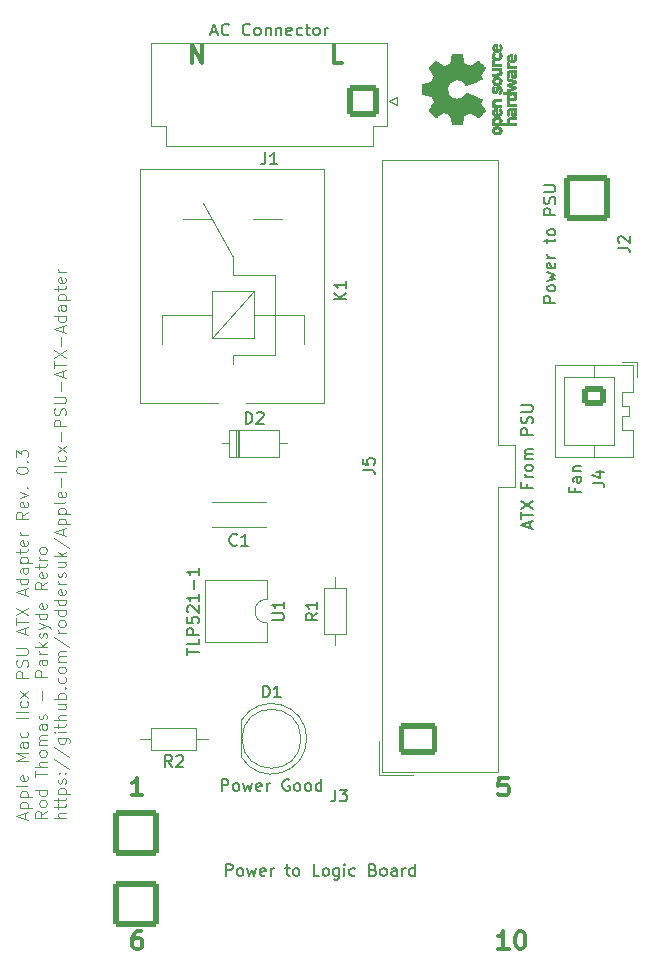
<source format=gto>
G04 #@! TF.GenerationSoftware,KiCad,Pcbnew,8.0.6*
G04 #@! TF.CreationDate,2024-12-17T06:09:13+00:00*
G04 #@! TF.ProjectId,PSU Adapter 2,50535520-4164-4617-9074-657220322e6b,0.3*
G04 #@! TF.SameCoordinates,Original*
G04 #@! TF.FileFunction,Legend,Top*
G04 #@! TF.FilePolarity,Positive*
%FSLAX46Y46*%
G04 Gerber Fmt 4.6, Leading zero omitted, Abs format (unit mm)*
G04 Created by KiCad (PCBNEW 8.0.6) date 2024-12-17 06:09:13*
%MOMM*%
%LPD*%
G01*
G04 APERTURE LIST*
G04 Aperture macros list*
%AMRoundRect*
0 Rectangle with rounded corners*
0 $1 Rounding radius*
0 $2 $3 $4 $5 $6 $7 $8 $9 X,Y pos of 4 corners*
0 Add a 4 corners polygon primitive as box body*
4,1,4,$2,$3,$4,$5,$6,$7,$8,$9,$2,$3,0*
0 Add four circle primitives for the rounded corners*
1,1,$1+$1,$2,$3*
1,1,$1+$1,$4,$5*
1,1,$1+$1,$6,$7*
1,1,$1+$1,$8,$9*
0 Add four rect primitives between the rounded corners*
20,1,$1+$1,$2,$3,$4,$5,0*
20,1,$1+$1,$4,$5,$6,$7,0*
20,1,$1+$1,$6,$7,$8,$9,0*
20,1,$1+$1,$8,$9,$2,$3,0*%
G04 Aperture macros list end*
%ADD10C,0.300000*%
%ADD11C,0.100000*%
%ADD12C,0.150000*%
%ADD13C,0.120000*%
%ADD14C,0.010000*%
%ADD15R,1.800000X1.800000*%
%ADD16C,1.800000*%
%ADD17R,1.600000X1.600000*%
%ADD18O,1.600000X1.600000*%
%ADD19RoundRect,0.250002X-1.699998X-1.699998X1.699998X-1.699998X1.699998X1.699998X-1.699998X1.699998X0*%
%ADD20C,3.900000*%
%ADD21C,1.400000*%
%ADD22O,1.400000X1.400000*%
%ADD23RoundRect,0.250002X-1.699998X1.699998X-1.699998X-1.699998X1.699998X-1.699998X1.699998X1.699998X0*%
%ADD24C,7.400000*%
%ADD25RoundRect,0.250001X1.399999X-1.099999X1.399999X1.099999X-1.399999X1.099999X-1.399999X-1.099999X0*%
%ADD26O,3.300000X2.700000*%
%ADD27C,3.000000*%
%ADD28C,2.500000*%
%ADD29C,1.600000*%
%ADD30RoundRect,0.250001X1.099999X1.099999X-1.099999X1.099999X-1.099999X-1.099999X1.099999X-1.099999X0*%
%ADD31C,2.700000*%
%ADD32RoundRect,0.250000X-0.725000X0.600000X-0.725000X-0.600000X0.725000X-0.600000X0.725000X0.600000X0*%
%ADD33O,1.950000X1.700000*%
G04 APERTURE END LIST*
D10*
X151243796Y-79775828D02*
X150529510Y-79775828D01*
X150529510Y-79775828D02*
X150529510Y-78275828D01*
D11*
X124341816Y-143718734D02*
X124341816Y-143242544D01*
X124627531Y-143813972D02*
X123627531Y-143480639D01*
X123627531Y-143480639D02*
X124627531Y-143147306D01*
X123960864Y-142813972D02*
X124960864Y-142813972D01*
X124008483Y-142813972D02*
X123960864Y-142718734D01*
X123960864Y-142718734D02*
X123960864Y-142528258D01*
X123960864Y-142528258D02*
X124008483Y-142433020D01*
X124008483Y-142433020D02*
X124056102Y-142385401D01*
X124056102Y-142385401D02*
X124151340Y-142337782D01*
X124151340Y-142337782D02*
X124437054Y-142337782D01*
X124437054Y-142337782D02*
X124532292Y-142385401D01*
X124532292Y-142385401D02*
X124579912Y-142433020D01*
X124579912Y-142433020D02*
X124627531Y-142528258D01*
X124627531Y-142528258D02*
X124627531Y-142718734D01*
X124627531Y-142718734D02*
X124579912Y-142813972D01*
X123960864Y-141909210D02*
X124960864Y-141909210D01*
X124008483Y-141909210D02*
X123960864Y-141813972D01*
X123960864Y-141813972D02*
X123960864Y-141623496D01*
X123960864Y-141623496D02*
X124008483Y-141528258D01*
X124008483Y-141528258D02*
X124056102Y-141480639D01*
X124056102Y-141480639D02*
X124151340Y-141433020D01*
X124151340Y-141433020D02*
X124437054Y-141433020D01*
X124437054Y-141433020D02*
X124532292Y-141480639D01*
X124532292Y-141480639D02*
X124579912Y-141528258D01*
X124579912Y-141528258D02*
X124627531Y-141623496D01*
X124627531Y-141623496D02*
X124627531Y-141813972D01*
X124627531Y-141813972D02*
X124579912Y-141909210D01*
X124627531Y-140861591D02*
X124579912Y-140956829D01*
X124579912Y-140956829D02*
X124484673Y-141004448D01*
X124484673Y-141004448D02*
X123627531Y-141004448D01*
X124579912Y-140099686D02*
X124627531Y-140194924D01*
X124627531Y-140194924D02*
X124627531Y-140385400D01*
X124627531Y-140385400D02*
X124579912Y-140480638D01*
X124579912Y-140480638D02*
X124484673Y-140528257D01*
X124484673Y-140528257D02*
X124103721Y-140528257D01*
X124103721Y-140528257D02*
X124008483Y-140480638D01*
X124008483Y-140480638D02*
X123960864Y-140385400D01*
X123960864Y-140385400D02*
X123960864Y-140194924D01*
X123960864Y-140194924D02*
X124008483Y-140099686D01*
X124008483Y-140099686D02*
X124103721Y-140052067D01*
X124103721Y-140052067D02*
X124198959Y-140052067D01*
X124198959Y-140052067D02*
X124294197Y-140528257D01*
X124627531Y-138861590D02*
X123627531Y-138861590D01*
X123627531Y-138861590D02*
X124341816Y-138528257D01*
X124341816Y-138528257D02*
X123627531Y-138194924D01*
X123627531Y-138194924D02*
X124627531Y-138194924D01*
X124627531Y-137290162D02*
X124103721Y-137290162D01*
X124103721Y-137290162D02*
X124008483Y-137337781D01*
X124008483Y-137337781D02*
X123960864Y-137433019D01*
X123960864Y-137433019D02*
X123960864Y-137623495D01*
X123960864Y-137623495D02*
X124008483Y-137718733D01*
X124579912Y-137290162D02*
X124627531Y-137385400D01*
X124627531Y-137385400D02*
X124627531Y-137623495D01*
X124627531Y-137623495D02*
X124579912Y-137718733D01*
X124579912Y-137718733D02*
X124484673Y-137766352D01*
X124484673Y-137766352D02*
X124389435Y-137766352D01*
X124389435Y-137766352D02*
X124294197Y-137718733D01*
X124294197Y-137718733D02*
X124246578Y-137623495D01*
X124246578Y-137623495D02*
X124246578Y-137385400D01*
X124246578Y-137385400D02*
X124198959Y-137290162D01*
X124579912Y-136385400D02*
X124627531Y-136480638D01*
X124627531Y-136480638D02*
X124627531Y-136671114D01*
X124627531Y-136671114D02*
X124579912Y-136766352D01*
X124579912Y-136766352D02*
X124532292Y-136813971D01*
X124532292Y-136813971D02*
X124437054Y-136861590D01*
X124437054Y-136861590D02*
X124151340Y-136861590D01*
X124151340Y-136861590D02*
X124056102Y-136813971D01*
X124056102Y-136813971D02*
X124008483Y-136766352D01*
X124008483Y-136766352D02*
X123960864Y-136671114D01*
X123960864Y-136671114D02*
X123960864Y-136480638D01*
X123960864Y-136480638D02*
X124008483Y-136385400D01*
X124627531Y-135194923D02*
X123627531Y-135194923D01*
X124627531Y-134718733D02*
X123627531Y-134718733D01*
X124579912Y-133813972D02*
X124627531Y-133909210D01*
X124627531Y-133909210D02*
X124627531Y-134099686D01*
X124627531Y-134099686D02*
X124579912Y-134194924D01*
X124579912Y-134194924D02*
X124532292Y-134242543D01*
X124532292Y-134242543D02*
X124437054Y-134290162D01*
X124437054Y-134290162D02*
X124151340Y-134290162D01*
X124151340Y-134290162D02*
X124056102Y-134242543D01*
X124056102Y-134242543D02*
X124008483Y-134194924D01*
X124008483Y-134194924D02*
X123960864Y-134099686D01*
X123960864Y-134099686D02*
X123960864Y-133909210D01*
X123960864Y-133909210D02*
X124008483Y-133813972D01*
X124627531Y-133480638D02*
X123960864Y-132956829D01*
X123960864Y-133480638D02*
X124627531Y-132956829D01*
X124627531Y-131813971D02*
X123627531Y-131813971D01*
X123627531Y-131813971D02*
X123627531Y-131433019D01*
X123627531Y-131433019D02*
X123675150Y-131337781D01*
X123675150Y-131337781D02*
X123722769Y-131290162D01*
X123722769Y-131290162D02*
X123818007Y-131242543D01*
X123818007Y-131242543D02*
X123960864Y-131242543D01*
X123960864Y-131242543D02*
X124056102Y-131290162D01*
X124056102Y-131290162D02*
X124103721Y-131337781D01*
X124103721Y-131337781D02*
X124151340Y-131433019D01*
X124151340Y-131433019D02*
X124151340Y-131813971D01*
X124579912Y-130861590D02*
X124627531Y-130718733D01*
X124627531Y-130718733D02*
X124627531Y-130480638D01*
X124627531Y-130480638D02*
X124579912Y-130385400D01*
X124579912Y-130385400D02*
X124532292Y-130337781D01*
X124532292Y-130337781D02*
X124437054Y-130290162D01*
X124437054Y-130290162D02*
X124341816Y-130290162D01*
X124341816Y-130290162D02*
X124246578Y-130337781D01*
X124246578Y-130337781D02*
X124198959Y-130385400D01*
X124198959Y-130385400D02*
X124151340Y-130480638D01*
X124151340Y-130480638D02*
X124103721Y-130671114D01*
X124103721Y-130671114D02*
X124056102Y-130766352D01*
X124056102Y-130766352D02*
X124008483Y-130813971D01*
X124008483Y-130813971D02*
X123913245Y-130861590D01*
X123913245Y-130861590D02*
X123818007Y-130861590D01*
X123818007Y-130861590D02*
X123722769Y-130813971D01*
X123722769Y-130813971D02*
X123675150Y-130766352D01*
X123675150Y-130766352D02*
X123627531Y-130671114D01*
X123627531Y-130671114D02*
X123627531Y-130433019D01*
X123627531Y-130433019D02*
X123675150Y-130290162D01*
X123627531Y-129861590D02*
X124437054Y-129861590D01*
X124437054Y-129861590D02*
X124532292Y-129813971D01*
X124532292Y-129813971D02*
X124579912Y-129766352D01*
X124579912Y-129766352D02*
X124627531Y-129671114D01*
X124627531Y-129671114D02*
X124627531Y-129480638D01*
X124627531Y-129480638D02*
X124579912Y-129385400D01*
X124579912Y-129385400D02*
X124532292Y-129337781D01*
X124532292Y-129337781D02*
X124437054Y-129290162D01*
X124437054Y-129290162D02*
X123627531Y-129290162D01*
X124341816Y-128099685D02*
X124341816Y-127623495D01*
X124627531Y-128194923D02*
X123627531Y-127861590D01*
X123627531Y-127861590D02*
X124627531Y-127528257D01*
X123627531Y-127337780D02*
X123627531Y-126766352D01*
X124627531Y-127052066D02*
X123627531Y-127052066D01*
X123627531Y-126528256D02*
X124627531Y-125861590D01*
X123627531Y-125861590D02*
X124627531Y-126528256D01*
X124341816Y-124766351D02*
X124341816Y-124290161D01*
X124627531Y-124861589D02*
X123627531Y-124528256D01*
X123627531Y-124528256D02*
X124627531Y-124194923D01*
X124627531Y-123433018D02*
X123627531Y-123433018D01*
X124579912Y-123433018D02*
X124627531Y-123528256D01*
X124627531Y-123528256D02*
X124627531Y-123718732D01*
X124627531Y-123718732D02*
X124579912Y-123813970D01*
X124579912Y-123813970D02*
X124532292Y-123861589D01*
X124532292Y-123861589D02*
X124437054Y-123909208D01*
X124437054Y-123909208D02*
X124151340Y-123909208D01*
X124151340Y-123909208D02*
X124056102Y-123861589D01*
X124056102Y-123861589D02*
X124008483Y-123813970D01*
X124008483Y-123813970D02*
X123960864Y-123718732D01*
X123960864Y-123718732D02*
X123960864Y-123528256D01*
X123960864Y-123528256D02*
X124008483Y-123433018D01*
X124627531Y-122528256D02*
X124103721Y-122528256D01*
X124103721Y-122528256D02*
X124008483Y-122575875D01*
X124008483Y-122575875D02*
X123960864Y-122671113D01*
X123960864Y-122671113D02*
X123960864Y-122861589D01*
X123960864Y-122861589D02*
X124008483Y-122956827D01*
X124579912Y-122528256D02*
X124627531Y-122623494D01*
X124627531Y-122623494D02*
X124627531Y-122861589D01*
X124627531Y-122861589D02*
X124579912Y-122956827D01*
X124579912Y-122956827D02*
X124484673Y-123004446D01*
X124484673Y-123004446D02*
X124389435Y-123004446D01*
X124389435Y-123004446D02*
X124294197Y-122956827D01*
X124294197Y-122956827D02*
X124246578Y-122861589D01*
X124246578Y-122861589D02*
X124246578Y-122623494D01*
X124246578Y-122623494D02*
X124198959Y-122528256D01*
X123960864Y-122052065D02*
X124960864Y-122052065D01*
X124008483Y-122052065D02*
X123960864Y-121956827D01*
X123960864Y-121956827D02*
X123960864Y-121766351D01*
X123960864Y-121766351D02*
X124008483Y-121671113D01*
X124008483Y-121671113D02*
X124056102Y-121623494D01*
X124056102Y-121623494D02*
X124151340Y-121575875D01*
X124151340Y-121575875D02*
X124437054Y-121575875D01*
X124437054Y-121575875D02*
X124532292Y-121623494D01*
X124532292Y-121623494D02*
X124579912Y-121671113D01*
X124579912Y-121671113D02*
X124627531Y-121766351D01*
X124627531Y-121766351D02*
X124627531Y-121956827D01*
X124627531Y-121956827D02*
X124579912Y-122052065D01*
X123960864Y-121290160D02*
X123960864Y-120909208D01*
X123627531Y-121147303D02*
X124484673Y-121147303D01*
X124484673Y-121147303D02*
X124579912Y-121099684D01*
X124579912Y-121099684D02*
X124627531Y-121004446D01*
X124627531Y-121004446D02*
X124627531Y-120909208D01*
X124579912Y-120194922D02*
X124627531Y-120290160D01*
X124627531Y-120290160D02*
X124627531Y-120480636D01*
X124627531Y-120480636D02*
X124579912Y-120575874D01*
X124579912Y-120575874D02*
X124484673Y-120623493D01*
X124484673Y-120623493D02*
X124103721Y-120623493D01*
X124103721Y-120623493D02*
X124008483Y-120575874D01*
X124008483Y-120575874D02*
X123960864Y-120480636D01*
X123960864Y-120480636D02*
X123960864Y-120290160D01*
X123960864Y-120290160D02*
X124008483Y-120194922D01*
X124008483Y-120194922D02*
X124103721Y-120147303D01*
X124103721Y-120147303D02*
X124198959Y-120147303D01*
X124198959Y-120147303D02*
X124294197Y-120623493D01*
X124627531Y-119718731D02*
X123960864Y-119718731D01*
X124151340Y-119718731D02*
X124056102Y-119671112D01*
X124056102Y-119671112D02*
X124008483Y-119623493D01*
X124008483Y-119623493D02*
X123960864Y-119528255D01*
X123960864Y-119528255D02*
X123960864Y-119433017D01*
X124627531Y-117766350D02*
X124151340Y-118099683D01*
X124627531Y-118337778D02*
X123627531Y-118337778D01*
X123627531Y-118337778D02*
X123627531Y-117956826D01*
X123627531Y-117956826D02*
X123675150Y-117861588D01*
X123675150Y-117861588D02*
X123722769Y-117813969D01*
X123722769Y-117813969D02*
X123818007Y-117766350D01*
X123818007Y-117766350D02*
X123960864Y-117766350D01*
X123960864Y-117766350D02*
X124056102Y-117813969D01*
X124056102Y-117813969D02*
X124103721Y-117861588D01*
X124103721Y-117861588D02*
X124151340Y-117956826D01*
X124151340Y-117956826D02*
X124151340Y-118337778D01*
X124579912Y-116956826D02*
X124627531Y-117052064D01*
X124627531Y-117052064D02*
X124627531Y-117242540D01*
X124627531Y-117242540D02*
X124579912Y-117337778D01*
X124579912Y-117337778D02*
X124484673Y-117385397D01*
X124484673Y-117385397D02*
X124103721Y-117385397D01*
X124103721Y-117385397D02*
X124008483Y-117337778D01*
X124008483Y-117337778D02*
X123960864Y-117242540D01*
X123960864Y-117242540D02*
X123960864Y-117052064D01*
X123960864Y-117052064D02*
X124008483Y-116956826D01*
X124008483Y-116956826D02*
X124103721Y-116909207D01*
X124103721Y-116909207D02*
X124198959Y-116909207D01*
X124198959Y-116909207D02*
X124294197Y-117385397D01*
X123960864Y-116575873D02*
X124627531Y-116337778D01*
X124627531Y-116337778D02*
X123960864Y-116099683D01*
X124532292Y-115718730D02*
X124579912Y-115671111D01*
X124579912Y-115671111D02*
X124627531Y-115718730D01*
X124627531Y-115718730D02*
X124579912Y-115766349D01*
X124579912Y-115766349D02*
X124532292Y-115718730D01*
X124532292Y-115718730D02*
X124627531Y-115718730D01*
X123627531Y-114290159D02*
X123627531Y-114194921D01*
X123627531Y-114194921D02*
X123675150Y-114099683D01*
X123675150Y-114099683D02*
X123722769Y-114052064D01*
X123722769Y-114052064D02*
X123818007Y-114004445D01*
X123818007Y-114004445D02*
X124008483Y-113956826D01*
X124008483Y-113956826D02*
X124246578Y-113956826D01*
X124246578Y-113956826D02*
X124437054Y-114004445D01*
X124437054Y-114004445D02*
X124532292Y-114052064D01*
X124532292Y-114052064D02*
X124579912Y-114099683D01*
X124579912Y-114099683D02*
X124627531Y-114194921D01*
X124627531Y-114194921D02*
X124627531Y-114290159D01*
X124627531Y-114290159D02*
X124579912Y-114385397D01*
X124579912Y-114385397D02*
X124532292Y-114433016D01*
X124532292Y-114433016D02*
X124437054Y-114480635D01*
X124437054Y-114480635D02*
X124246578Y-114528254D01*
X124246578Y-114528254D02*
X124008483Y-114528254D01*
X124008483Y-114528254D02*
X123818007Y-114480635D01*
X123818007Y-114480635D02*
X123722769Y-114433016D01*
X123722769Y-114433016D02*
X123675150Y-114385397D01*
X123675150Y-114385397D02*
X123627531Y-114290159D01*
X124532292Y-113528254D02*
X124579912Y-113480635D01*
X124579912Y-113480635D02*
X124627531Y-113528254D01*
X124627531Y-113528254D02*
X124579912Y-113575873D01*
X124579912Y-113575873D02*
X124532292Y-113528254D01*
X124532292Y-113528254D02*
X124627531Y-113528254D01*
X123627531Y-113147302D02*
X123627531Y-112528255D01*
X123627531Y-112528255D02*
X124008483Y-112861588D01*
X124008483Y-112861588D02*
X124008483Y-112718731D01*
X124008483Y-112718731D02*
X124056102Y-112623493D01*
X124056102Y-112623493D02*
X124103721Y-112575874D01*
X124103721Y-112575874D02*
X124198959Y-112528255D01*
X124198959Y-112528255D02*
X124437054Y-112528255D01*
X124437054Y-112528255D02*
X124532292Y-112575874D01*
X124532292Y-112575874D02*
X124579912Y-112623493D01*
X124579912Y-112623493D02*
X124627531Y-112718731D01*
X124627531Y-112718731D02*
X124627531Y-113004445D01*
X124627531Y-113004445D02*
X124579912Y-113099683D01*
X124579912Y-113099683D02*
X124532292Y-113147302D01*
X126237475Y-143099687D02*
X125761284Y-143433020D01*
X126237475Y-143671115D02*
X125237475Y-143671115D01*
X125237475Y-143671115D02*
X125237475Y-143290163D01*
X125237475Y-143290163D02*
X125285094Y-143194925D01*
X125285094Y-143194925D02*
X125332713Y-143147306D01*
X125332713Y-143147306D02*
X125427951Y-143099687D01*
X125427951Y-143099687D02*
X125570808Y-143099687D01*
X125570808Y-143099687D02*
X125666046Y-143147306D01*
X125666046Y-143147306D02*
X125713665Y-143194925D01*
X125713665Y-143194925D02*
X125761284Y-143290163D01*
X125761284Y-143290163D02*
X125761284Y-143671115D01*
X126237475Y-142528258D02*
X126189856Y-142623496D01*
X126189856Y-142623496D02*
X126142236Y-142671115D01*
X126142236Y-142671115D02*
X126046998Y-142718734D01*
X126046998Y-142718734D02*
X125761284Y-142718734D01*
X125761284Y-142718734D02*
X125666046Y-142671115D01*
X125666046Y-142671115D02*
X125618427Y-142623496D01*
X125618427Y-142623496D02*
X125570808Y-142528258D01*
X125570808Y-142528258D02*
X125570808Y-142385401D01*
X125570808Y-142385401D02*
X125618427Y-142290163D01*
X125618427Y-142290163D02*
X125666046Y-142242544D01*
X125666046Y-142242544D02*
X125761284Y-142194925D01*
X125761284Y-142194925D02*
X126046998Y-142194925D01*
X126046998Y-142194925D02*
X126142236Y-142242544D01*
X126142236Y-142242544D02*
X126189856Y-142290163D01*
X126189856Y-142290163D02*
X126237475Y-142385401D01*
X126237475Y-142385401D02*
X126237475Y-142528258D01*
X126237475Y-141337782D02*
X125237475Y-141337782D01*
X126189856Y-141337782D02*
X126237475Y-141433020D01*
X126237475Y-141433020D02*
X126237475Y-141623496D01*
X126237475Y-141623496D02*
X126189856Y-141718734D01*
X126189856Y-141718734D02*
X126142236Y-141766353D01*
X126142236Y-141766353D02*
X126046998Y-141813972D01*
X126046998Y-141813972D02*
X125761284Y-141813972D01*
X125761284Y-141813972D02*
X125666046Y-141766353D01*
X125666046Y-141766353D02*
X125618427Y-141718734D01*
X125618427Y-141718734D02*
X125570808Y-141623496D01*
X125570808Y-141623496D02*
X125570808Y-141433020D01*
X125570808Y-141433020D02*
X125618427Y-141337782D01*
X125237475Y-140242543D02*
X125237475Y-139671115D01*
X126237475Y-139956829D02*
X125237475Y-139956829D01*
X126237475Y-139337781D02*
X125237475Y-139337781D01*
X126237475Y-138909210D02*
X125713665Y-138909210D01*
X125713665Y-138909210D02*
X125618427Y-138956829D01*
X125618427Y-138956829D02*
X125570808Y-139052067D01*
X125570808Y-139052067D02*
X125570808Y-139194924D01*
X125570808Y-139194924D02*
X125618427Y-139290162D01*
X125618427Y-139290162D02*
X125666046Y-139337781D01*
X126237475Y-138290162D02*
X126189856Y-138385400D01*
X126189856Y-138385400D02*
X126142236Y-138433019D01*
X126142236Y-138433019D02*
X126046998Y-138480638D01*
X126046998Y-138480638D02*
X125761284Y-138480638D01*
X125761284Y-138480638D02*
X125666046Y-138433019D01*
X125666046Y-138433019D02*
X125618427Y-138385400D01*
X125618427Y-138385400D02*
X125570808Y-138290162D01*
X125570808Y-138290162D02*
X125570808Y-138147305D01*
X125570808Y-138147305D02*
X125618427Y-138052067D01*
X125618427Y-138052067D02*
X125666046Y-138004448D01*
X125666046Y-138004448D02*
X125761284Y-137956829D01*
X125761284Y-137956829D02*
X126046998Y-137956829D01*
X126046998Y-137956829D02*
X126142236Y-138004448D01*
X126142236Y-138004448D02*
X126189856Y-138052067D01*
X126189856Y-138052067D02*
X126237475Y-138147305D01*
X126237475Y-138147305D02*
X126237475Y-138290162D01*
X126237475Y-137528257D02*
X125570808Y-137528257D01*
X125666046Y-137528257D02*
X125618427Y-137480638D01*
X125618427Y-137480638D02*
X125570808Y-137385400D01*
X125570808Y-137385400D02*
X125570808Y-137242543D01*
X125570808Y-137242543D02*
X125618427Y-137147305D01*
X125618427Y-137147305D02*
X125713665Y-137099686D01*
X125713665Y-137099686D02*
X126237475Y-137099686D01*
X125713665Y-137099686D02*
X125618427Y-137052067D01*
X125618427Y-137052067D02*
X125570808Y-136956829D01*
X125570808Y-136956829D02*
X125570808Y-136813972D01*
X125570808Y-136813972D02*
X125618427Y-136718733D01*
X125618427Y-136718733D02*
X125713665Y-136671114D01*
X125713665Y-136671114D02*
X126237475Y-136671114D01*
X126237475Y-135766353D02*
X125713665Y-135766353D01*
X125713665Y-135766353D02*
X125618427Y-135813972D01*
X125618427Y-135813972D02*
X125570808Y-135909210D01*
X125570808Y-135909210D02*
X125570808Y-136099686D01*
X125570808Y-136099686D02*
X125618427Y-136194924D01*
X126189856Y-135766353D02*
X126237475Y-135861591D01*
X126237475Y-135861591D02*
X126237475Y-136099686D01*
X126237475Y-136099686D02*
X126189856Y-136194924D01*
X126189856Y-136194924D02*
X126094617Y-136242543D01*
X126094617Y-136242543D02*
X125999379Y-136242543D01*
X125999379Y-136242543D02*
X125904141Y-136194924D01*
X125904141Y-136194924D02*
X125856522Y-136099686D01*
X125856522Y-136099686D02*
X125856522Y-135861591D01*
X125856522Y-135861591D02*
X125808903Y-135766353D01*
X126189856Y-135337781D02*
X126237475Y-135242543D01*
X126237475Y-135242543D02*
X126237475Y-135052067D01*
X126237475Y-135052067D02*
X126189856Y-134956829D01*
X126189856Y-134956829D02*
X126094617Y-134909210D01*
X126094617Y-134909210D02*
X126046998Y-134909210D01*
X126046998Y-134909210D02*
X125951760Y-134956829D01*
X125951760Y-134956829D02*
X125904141Y-135052067D01*
X125904141Y-135052067D02*
X125904141Y-135194924D01*
X125904141Y-135194924D02*
X125856522Y-135290162D01*
X125856522Y-135290162D02*
X125761284Y-135337781D01*
X125761284Y-135337781D02*
X125713665Y-135337781D01*
X125713665Y-135337781D02*
X125618427Y-135290162D01*
X125618427Y-135290162D02*
X125570808Y-135194924D01*
X125570808Y-135194924D02*
X125570808Y-135052067D01*
X125570808Y-135052067D02*
X125618427Y-134956829D01*
X125856522Y-133718733D02*
X125856522Y-132956829D01*
X126237475Y-131718733D02*
X125237475Y-131718733D01*
X125237475Y-131718733D02*
X125237475Y-131337781D01*
X125237475Y-131337781D02*
X125285094Y-131242543D01*
X125285094Y-131242543D02*
X125332713Y-131194924D01*
X125332713Y-131194924D02*
X125427951Y-131147305D01*
X125427951Y-131147305D02*
X125570808Y-131147305D01*
X125570808Y-131147305D02*
X125666046Y-131194924D01*
X125666046Y-131194924D02*
X125713665Y-131242543D01*
X125713665Y-131242543D02*
X125761284Y-131337781D01*
X125761284Y-131337781D02*
X125761284Y-131718733D01*
X126237475Y-130290162D02*
X125713665Y-130290162D01*
X125713665Y-130290162D02*
X125618427Y-130337781D01*
X125618427Y-130337781D02*
X125570808Y-130433019D01*
X125570808Y-130433019D02*
X125570808Y-130623495D01*
X125570808Y-130623495D02*
X125618427Y-130718733D01*
X126189856Y-130290162D02*
X126237475Y-130385400D01*
X126237475Y-130385400D02*
X126237475Y-130623495D01*
X126237475Y-130623495D02*
X126189856Y-130718733D01*
X126189856Y-130718733D02*
X126094617Y-130766352D01*
X126094617Y-130766352D02*
X125999379Y-130766352D01*
X125999379Y-130766352D02*
X125904141Y-130718733D01*
X125904141Y-130718733D02*
X125856522Y-130623495D01*
X125856522Y-130623495D02*
X125856522Y-130385400D01*
X125856522Y-130385400D02*
X125808903Y-130290162D01*
X126237475Y-129813971D02*
X125570808Y-129813971D01*
X125761284Y-129813971D02*
X125666046Y-129766352D01*
X125666046Y-129766352D02*
X125618427Y-129718733D01*
X125618427Y-129718733D02*
X125570808Y-129623495D01*
X125570808Y-129623495D02*
X125570808Y-129528257D01*
X126237475Y-129194923D02*
X125237475Y-129194923D01*
X125856522Y-129099685D02*
X126237475Y-128813971D01*
X125570808Y-128813971D02*
X125951760Y-129194923D01*
X126189856Y-128433018D02*
X126237475Y-128337780D01*
X126237475Y-128337780D02*
X126237475Y-128147304D01*
X126237475Y-128147304D02*
X126189856Y-128052066D01*
X126189856Y-128052066D02*
X126094617Y-128004447D01*
X126094617Y-128004447D02*
X126046998Y-128004447D01*
X126046998Y-128004447D02*
X125951760Y-128052066D01*
X125951760Y-128052066D02*
X125904141Y-128147304D01*
X125904141Y-128147304D02*
X125904141Y-128290161D01*
X125904141Y-128290161D02*
X125856522Y-128385399D01*
X125856522Y-128385399D02*
X125761284Y-128433018D01*
X125761284Y-128433018D02*
X125713665Y-128433018D01*
X125713665Y-128433018D02*
X125618427Y-128385399D01*
X125618427Y-128385399D02*
X125570808Y-128290161D01*
X125570808Y-128290161D02*
X125570808Y-128147304D01*
X125570808Y-128147304D02*
X125618427Y-128052066D01*
X125570808Y-127671113D02*
X126237475Y-127433018D01*
X125570808Y-127194923D02*
X126237475Y-127433018D01*
X126237475Y-127433018D02*
X126475570Y-127528256D01*
X126475570Y-127528256D02*
X126523189Y-127575875D01*
X126523189Y-127575875D02*
X126570808Y-127671113D01*
X126237475Y-126385399D02*
X125237475Y-126385399D01*
X126189856Y-126385399D02*
X126237475Y-126480637D01*
X126237475Y-126480637D02*
X126237475Y-126671113D01*
X126237475Y-126671113D02*
X126189856Y-126766351D01*
X126189856Y-126766351D02*
X126142236Y-126813970D01*
X126142236Y-126813970D02*
X126046998Y-126861589D01*
X126046998Y-126861589D02*
X125761284Y-126861589D01*
X125761284Y-126861589D02*
X125666046Y-126813970D01*
X125666046Y-126813970D02*
X125618427Y-126766351D01*
X125618427Y-126766351D02*
X125570808Y-126671113D01*
X125570808Y-126671113D02*
X125570808Y-126480637D01*
X125570808Y-126480637D02*
X125618427Y-126385399D01*
X126189856Y-125528256D02*
X126237475Y-125623494D01*
X126237475Y-125623494D02*
X126237475Y-125813970D01*
X126237475Y-125813970D02*
X126189856Y-125909208D01*
X126189856Y-125909208D02*
X126094617Y-125956827D01*
X126094617Y-125956827D02*
X125713665Y-125956827D01*
X125713665Y-125956827D02*
X125618427Y-125909208D01*
X125618427Y-125909208D02*
X125570808Y-125813970D01*
X125570808Y-125813970D02*
X125570808Y-125623494D01*
X125570808Y-125623494D02*
X125618427Y-125528256D01*
X125618427Y-125528256D02*
X125713665Y-125480637D01*
X125713665Y-125480637D02*
X125808903Y-125480637D01*
X125808903Y-125480637D02*
X125904141Y-125956827D01*
X126237475Y-123718732D02*
X125761284Y-124052065D01*
X126237475Y-124290160D02*
X125237475Y-124290160D01*
X125237475Y-124290160D02*
X125237475Y-123909208D01*
X125237475Y-123909208D02*
X125285094Y-123813970D01*
X125285094Y-123813970D02*
X125332713Y-123766351D01*
X125332713Y-123766351D02*
X125427951Y-123718732D01*
X125427951Y-123718732D02*
X125570808Y-123718732D01*
X125570808Y-123718732D02*
X125666046Y-123766351D01*
X125666046Y-123766351D02*
X125713665Y-123813970D01*
X125713665Y-123813970D02*
X125761284Y-123909208D01*
X125761284Y-123909208D02*
X125761284Y-124290160D01*
X126189856Y-122909208D02*
X126237475Y-123004446D01*
X126237475Y-123004446D02*
X126237475Y-123194922D01*
X126237475Y-123194922D02*
X126189856Y-123290160D01*
X126189856Y-123290160D02*
X126094617Y-123337779D01*
X126094617Y-123337779D02*
X125713665Y-123337779D01*
X125713665Y-123337779D02*
X125618427Y-123290160D01*
X125618427Y-123290160D02*
X125570808Y-123194922D01*
X125570808Y-123194922D02*
X125570808Y-123004446D01*
X125570808Y-123004446D02*
X125618427Y-122909208D01*
X125618427Y-122909208D02*
X125713665Y-122861589D01*
X125713665Y-122861589D02*
X125808903Y-122861589D01*
X125808903Y-122861589D02*
X125904141Y-123337779D01*
X125570808Y-122575874D02*
X125570808Y-122194922D01*
X125237475Y-122433017D02*
X126094617Y-122433017D01*
X126094617Y-122433017D02*
X126189856Y-122385398D01*
X126189856Y-122385398D02*
X126237475Y-122290160D01*
X126237475Y-122290160D02*
X126237475Y-122194922D01*
X126237475Y-121861588D02*
X125570808Y-121861588D01*
X125761284Y-121861588D02*
X125666046Y-121813969D01*
X125666046Y-121813969D02*
X125618427Y-121766350D01*
X125618427Y-121766350D02*
X125570808Y-121671112D01*
X125570808Y-121671112D02*
X125570808Y-121575874D01*
X126237475Y-121099683D02*
X126189856Y-121194921D01*
X126189856Y-121194921D02*
X126142236Y-121242540D01*
X126142236Y-121242540D02*
X126046998Y-121290159D01*
X126046998Y-121290159D02*
X125761284Y-121290159D01*
X125761284Y-121290159D02*
X125666046Y-121242540D01*
X125666046Y-121242540D02*
X125618427Y-121194921D01*
X125618427Y-121194921D02*
X125570808Y-121099683D01*
X125570808Y-121099683D02*
X125570808Y-120956826D01*
X125570808Y-120956826D02*
X125618427Y-120861588D01*
X125618427Y-120861588D02*
X125666046Y-120813969D01*
X125666046Y-120813969D02*
X125761284Y-120766350D01*
X125761284Y-120766350D02*
X126046998Y-120766350D01*
X126046998Y-120766350D02*
X126142236Y-120813969D01*
X126142236Y-120813969D02*
X126189856Y-120861588D01*
X126189856Y-120861588D02*
X126237475Y-120956826D01*
X126237475Y-120956826D02*
X126237475Y-121099683D01*
X127847419Y-143671115D02*
X126847419Y-143671115D01*
X127847419Y-143242544D02*
X127323609Y-143242544D01*
X127323609Y-143242544D02*
X127228371Y-143290163D01*
X127228371Y-143290163D02*
X127180752Y-143385401D01*
X127180752Y-143385401D02*
X127180752Y-143528258D01*
X127180752Y-143528258D02*
X127228371Y-143623496D01*
X127228371Y-143623496D02*
X127275990Y-143671115D01*
X127180752Y-142909210D02*
X127180752Y-142528258D01*
X126847419Y-142766353D02*
X127704561Y-142766353D01*
X127704561Y-142766353D02*
X127799800Y-142718734D01*
X127799800Y-142718734D02*
X127847419Y-142623496D01*
X127847419Y-142623496D02*
X127847419Y-142528258D01*
X127180752Y-142337781D02*
X127180752Y-141956829D01*
X126847419Y-142194924D02*
X127704561Y-142194924D01*
X127704561Y-142194924D02*
X127799800Y-142147305D01*
X127799800Y-142147305D02*
X127847419Y-142052067D01*
X127847419Y-142052067D02*
X127847419Y-141956829D01*
X127180752Y-141623495D02*
X128180752Y-141623495D01*
X127228371Y-141623495D02*
X127180752Y-141528257D01*
X127180752Y-141528257D02*
X127180752Y-141337781D01*
X127180752Y-141337781D02*
X127228371Y-141242543D01*
X127228371Y-141242543D02*
X127275990Y-141194924D01*
X127275990Y-141194924D02*
X127371228Y-141147305D01*
X127371228Y-141147305D02*
X127656942Y-141147305D01*
X127656942Y-141147305D02*
X127752180Y-141194924D01*
X127752180Y-141194924D02*
X127799800Y-141242543D01*
X127799800Y-141242543D02*
X127847419Y-141337781D01*
X127847419Y-141337781D02*
X127847419Y-141528257D01*
X127847419Y-141528257D02*
X127799800Y-141623495D01*
X127799800Y-140766352D02*
X127847419Y-140671114D01*
X127847419Y-140671114D02*
X127847419Y-140480638D01*
X127847419Y-140480638D02*
X127799800Y-140385400D01*
X127799800Y-140385400D02*
X127704561Y-140337781D01*
X127704561Y-140337781D02*
X127656942Y-140337781D01*
X127656942Y-140337781D02*
X127561704Y-140385400D01*
X127561704Y-140385400D02*
X127514085Y-140480638D01*
X127514085Y-140480638D02*
X127514085Y-140623495D01*
X127514085Y-140623495D02*
X127466466Y-140718733D01*
X127466466Y-140718733D02*
X127371228Y-140766352D01*
X127371228Y-140766352D02*
X127323609Y-140766352D01*
X127323609Y-140766352D02*
X127228371Y-140718733D01*
X127228371Y-140718733D02*
X127180752Y-140623495D01*
X127180752Y-140623495D02*
X127180752Y-140480638D01*
X127180752Y-140480638D02*
X127228371Y-140385400D01*
X127752180Y-139909209D02*
X127799800Y-139861590D01*
X127799800Y-139861590D02*
X127847419Y-139909209D01*
X127847419Y-139909209D02*
X127799800Y-139956828D01*
X127799800Y-139956828D02*
X127752180Y-139909209D01*
X127752180Y-139909209D02*
X127847419Y-139909209D01*
X127228371Y-139909209D02*
X127275990Y-139861590D01*
X127275990Y-139861590D02*
X127323609Y-139909209D01*
X127323609Y-139909209D02*
X127275990Y-139956828D01*
X127275990Y-139956828D02*
X127228371Y-139909209D01*
X127228371Y-139909209D02*
X127323609Y-139909209D01*
X126799800Y-138718734D02*
X128085514Y-139575876D01*
X126799800Y-137671115D02*
X128085514Y-138528257D01*
X127180752Y-136909210D02*
X127990276Y-136909210D01*
X127990276Y-136909210D02*
X128085514Y-136956829D01*
X128085514Y-136956829D02*
X128133133Y-137004448D01*
X128133133Y-137004448D02*
X128180752Y-137099686D01*
X128180752Y-137099686D02*
X128180752Y-137242543D01*
X128180752Y-137242543D02*
X128133133Y-137337781D01*
X127799800Y-136909210D02*
X127847419Y-137004448D01*
X127847419Y-137004448D02*
X127847419Y-137194924D01*
X127847419Y-137194924D02*
X127799800Y-137290162D01*
X127799800Y-137290162D02*
X127752180Y-137337781D01*
X127752180Y-137337781D02*
X127656942Y-137385400D01*
X127656942Y-137385400D02*
X127371228Y-137385400D01*
X127371228Y-137385400D02*
X127275990Y-137337781D01*
X127275990Y-137337781D02*
X127228371Y-137290162D01*
X127228371Y-137290162D02*
X127180752Y-137194924D01*
X127180752Y-137194924D02*
X127180752Y-137004448D01*
X127180752Y-137004448D02*
X127228371Y-136909210D01*
X127847419Y-136433019D02*
X127180752Y-136433019D01*
X126847419Y-136433019D02*
X126895038Y-136480638D01*
X126895038Y-136480638D02*
X126942657Y-136433019D01*
X126942657Y-136433019D02*
X126895038Y-136385400D01*
X126895038Y-136385400D02*
X126847419Y-136433019D01*
X126847419Y-136433019D02*
X126942657Y-136433019D01*
X127180752Y-136099686D02*
X127180752Y-135718734D01*
X126847419Y-135956829D02*
X127704561Y-135956829D01*
X127704561Y-135956829D02*
X127799800Y-135909210D01*
X127799800Y-135909210D02*
X127847419Y-135813972D01*
X127847419Y-135813972D02*
X127847419Y-135718734D01*
X127847419Y-135385400D02*
X126847419Y-135385400D01*
X127847419Y-134956829D02*
X127323609Y-134956829D01*
X127323609Y-134956829D02*
X127228371Y-135004448D01*
X127228371Y-135004448D02*
X127180752Y-135099686D01*
X127180752Y-135099686D02*
X127180752Y-135242543D01*
X127180752Y-135242543D02*
X127228371Y-135337781D01*
X127228371Y-135337781D02*
X127275990Y-135385400D01*
X127180752Y-134052067D02*
X127847419Y-134052067D01*
X127180752Y-134480638D02*
X127704561Y-134480638D01*
X127704561Y-134480638D02*
X127799800Y-134433019D01*
X127799800Y-134433019D02*
X127847419Y-134337781D01*
X127847419Y-134337781D02*
X127847419Y-134194924D01*
X127847419Y-134194924D02*
X127799800Y-134099686D01*
X127799800Y-134099686D02*
X127752180Y-134052067D01*
X127847419Y-133575876D02*
X126847419Y-133575876D01*
X127228371Y-133575876D02*
X127180752Y-133480638D01*
X127180752Y-133480638D02*
X127180752Y-133290162D01*
X127180752Y-133290162D02*
X127228371Y-133194924D01*
X127228371Y-133194924D02*
X127275990Y-133147305D01*
X127275990Y-133147305D02*
X127371228Y-133099686D01*
X127371228Y-133099686D02*
X127656942Y-133099686D01*
X127656942Y-133099686D02*
X127752180Y-133147305D01*
X127752180Y-133147305D02*
X127799800Y-133194924D01*
X127799800Y-133194924D02*
X127847419Y-133290162D01*
X127847419Y-133290162D02*
X127847419Y-133480638D01*
X127847419Y-133480638D02*
X127799800Y-133575876D01*
X127752180Y-132671114D02*
X127799800Y-132623495D01*
X127799800Y-132623495D02*
X127847419Y-132671114D01*
X127847419Y-132671114D02*
X127799800Y-132718733D01*
X127799800Y-132718733D02*
X127752180Y-132671114D01*
X127752180Y-132671114D02*
X127847419Y-132671114D01*
X127799800Y-131766353D02*
X127847419Y-131861591D01*
X127847419Y-131861591D02*
X127847419Y-132052067D01*
X127847419Y-132052067D02*
X127799800Y-132147305D01*
X127799800Y-132147305D02*
X127752180Y-132194924D01*
X127752180Y-132194924D02*
X127656942Y-132242543D01*
X127656942Y-132242543D02*
X127371228Y-132242543D01*
X127371228Y-132242543D02*
X127275990Y-132194924D01*
X127275990Y-132194924D02*
X127228371Y-132147305D01*
X127228371Y-132147305D02*
X127180752Y-132052067D01*
X127180752Y-132052067D02*
X127180752Y-131861591D01*
X127180752Y-131861591D02*
X127228371Y-131766353D01*
X127847419Y-131194924D02*
X127799800Y-131290162D01*
X127799800Y-131290162D02*
X127752180Y-131337781D01*
X127752180Y-131337781D02*
X127656942Y-131385400D01*
X127656942Y-131385400D02*
X127371228Y-131385400D01*
X127371228Y-131385400D02*
X127275990Y-131337781D01*
X127275990Y-131337781D02*
X127228371Y-131290162D01*
X127228371Y-131290162D02*
X127180752Y-131194924D01*
X127180752Y-131194924D02*
X127180752Y-131052067D01*
X127180752Y-131052067D02*
X127228371Y-130956829D01*
X127228371Y-130956829D02*
X127275990Y-130909210D01*
X127275990Y-130909210D02*
X127371228Y-130861591D01*
X127371228Y-130861591D02*
X127656942Y-130861591D01*
X127656942Y-130861591D02*
X127752180Y-130909210D01*
X127752180Y-130909210D02*
X127799800Y-130956829D01*
X127799800Y-130956829D02*
X127847419Y-131052067D01*
X127847419Y-131052067D02*
X127847419Y-131194924D01*
X127847419Y-130433019D02*
X127180752Y-130433019D01*
X127275990Y-130433019D02*
X127228371Y-130385400D01*
X127228371Y-130385400D02*
X127180752Y-130290162D01*
X127180752Y-130290162D02*
X127180752Y-130147305D01*
X127180752Y-130147305D02*
X127228371Y-130052067D01*
X127228371Y-130052067D02*
X127323609Y-130004448D01*
X127323609Y-130004448D02*
X127847419Y-130004448D01*
X127323609Y-130004448D02*
X127228371Y-129956829D01*
X127228371Y-129956829D02*
X127180752Y-129861591D01*
X127180752Y-129861591D02*
X127180752Y-129718734D01*
X127180752Y-129718734D02*
X127228371Y-129623495D01*
X127228371Y-129623495D02*
X127323609Y-129575876D01*
X127323609Y-129575876D02*
X127847419Y-129575876D01*
X126799800Y-128385401D02*
X128085514Y-129242543D01*
X127847419Y-128052067D02*
X127180752Y-128052067D01*
X127371228Y-128052067D02*
X127275990Y-128004448D01*
X127275990Y-128004448D02*
X127228371Y-127956829D01*
X127228371Y-127956829D02*
X127180752Y-127861591D01*
X127180752Y-127861591D02*
X127180752Y-127766353D01*
X127847419Y-127290162D02*
X127799800Y-127385400D01*
X127799800Y-127385400D02*
X127752180Y-127433019D01*
X127752180Y-127433019D02*
X127656942Y-127480638D01*
X127656942Y-127480638D02*
X127371228Y-127480638D01*
X127371228Y-127480638D02*
X127275990Y-127433019D01*
X127275990Y-127433019D02*
X127228371Y-127385400D01*
X127228371Y-127385400D02*
X127180752Y-127290162D01*
X127180752Y-127290162D02*
X127180752Y-127147305D01*
X127180752Y-127147305D02*
X127228371Y-127052067D01*
X127228371Y-127052067D02*
X127275990Y-127004448D01*
X127275990Y-127004448D02*
X127371228Y-126956829D01*
X127371228Y-126956829D02*
X127656942Y-126956829D01*
X127656942Y-126956829D02*
X127752180Y-127004448D01*
X127752180Y-127004448D02*
X127799800Y-127052067D01*
X127799800Y-127052067D02*
X127847419Y-127147305D01*
X127847419Y-127147305D02*
X127847419Y-127290162D01*
X127847419Y-126099686D02*
X126847419Y-126099686D01*
X127799800Y-126099686D02*
X127847419Y-126194924D01*
X127847419Y-126194924D02*
X127847419Y-126385400D01*
X127847419Y-126385400D02*
X127799800Y-126480638D01*
X127799800Y-126480638D02*
X127752180Y-126528257D01*
X127752180Y-126528257D02*
X127656942Y-126575876D01*
X127656942Y-126575876D02*
X127371228Y-126575876D01*
X127371228Y-126575876D02*
X127275990Y-126528257D01*
X127275990Y-126528257D02*
X127228371Y-126480638D01*
X127228371Y-126480638D02*
X127180752Y-126385400D01*
X127180752Y-126385400D02*
X127180752Y-126194924D01*
X127180752Y-126194924D02*
X127228371Y-126099686D01*
X127847419Y-125194924D02*
X126847419Y-125194924D01*
X127799800Y-125194924D02*
X127847419Y-125290162D01*
X127847419Y-125290162D02*
X127847419Y-125480638D01*
X127847419Y-125480638D02*
X127799800Y-125575876D01*
X127799800Y-125575876D02*
X127752180Y-125623495D01*
X127752180Y-125623495D02*
X127656942Y-125671114D01*
X127656942Y-125671114D02*
X127371228Y-125671114D01*
X127371228Y-125671114D02*
X127275990Y-125623495D01*
X127275990Y-125623495D02*
X127228371Y-125575876D01*
X127228371Y-125575876D02*
X127180752Y-125480638D01*
X127180752Y-125480638D02*
X127180752Y-125290162D01*
X127180752Y-125290162D02*
X127228371Y-125194924D01*
X127799800Y-124337781D02*
X127847419Y-124433019D01*
X127847419Y-124433019D02*
X127847419Y-124623495D01*
X127847419Y-124623495D02*
X127799800Y-124718733D01*
X127799800Y-124718733D02*
X127704561Y-124766352D01*
X127704561Y-124766352D02*
X127323609Y-124766352D01*
X127323609Y-124766352D02*
X127228371Y-124718733D01*
X127228371Y-124718733D02*
X127180752Y-124623495D01*
X127180752Y-124623495D02*
X127180752Y-124433019D01*
X127180752Y-124433019D02*
X127228371Y-124337781D01*
X127228371Y-124337781D02*
X127323609Y-124290162D01*
X127323609Y-124290162D02*
X127418847Y-124290162D01*
X127418847Y-124290162D02*
X127514085Y-124766352D01*
X127847419Y-123861590D02*
X127180752Y-123861590D01*
X127371228Y-123861590D02*
X127275990Y-123813971D01*
X127275990Y-123813971D02*
X127228371Y-123766352D01*
X127228371Y-123766352D02*
X127180752Y-123671114D01*
X127180752Y-123671114D02*
X127180752Y-123575876D01*
X127799800Y-123290161D02*
X127847419Y-123194923D01*
X127847419Y-123194923D02*
X127847419Y-123004447D01*
X127847419Y-123004447D02*
X127799800Y-122909209D01*
X127799800Y-122909209D02*
X127704561Y-122861590D01*
X127704561Y-122861590D02*
X127656942Y-122861590D01*
X127656942Y-122861590D02*
X127561704Y-122909209D01*
X127561704Y-122909209D02*
X127514085Y-123004447D01*
X127514085Y-123004447D02*
X127514085Y-123147304D01*
X127514085Y-123147304D02*
X127466466Y-123242542D01*
X127466466Y-123242542D02*
X127371228Y-123290161D01*
X127371228Y-123290161D02*
X127323609Y-123290161D01*
X127323609Y-123290161D02*
X127228371Y-123242542D01*
X127228371Y-123242542D02*
X127180752Y-123147304D01*
X127180752Y-123147304D02*
X127180752Y-123004447D01*
X127180752Y-123004447D02*
X127228371Y-122909209D01*
X127180752Y-122004447D02*
X127847419Y-122004447D01*
X127180752Y-122433018D02*
X127704561Y-122433018D01*
X127704561Y-122433018D02*
X127799800Y-122385399D01*
X127799800Y-122385399D02*
X127847419Y-122290161D01*
X127847419Y-122290161D02*
X127847419Y-122147304D01*
X127847419Y-122147304D02*
X127799800Y-122052066D01*
X127799800Y-122052066D02*
X127752180Y-122004447D01*
X127847419Y-121528256D02*
X126847419Y-121528256D01*
X127466466Y-121433018D02*
X127847419Y-121147304D01*
X127180752Y-121147304D02*
X127561704Y-121528256D01*
X126799800Y-120004447D02*
X128085514Y-120861589D01*
X127561704Y-119718732D02*
X127561704Y-119242542D01*
X127847419Y-119813970D02*
X126847419Y-119480637D01*
X126847419Y-119480637D02*
X127847419Y-119147304D01*
X127180752Y-118813970D02*
X128180752Y-118813970D01*
X127228371Y-118813970D02*
X127180752Y-118718732D01*
X127180752Y-118718732D02*
X127180752Y-118528256D01*
X127180752Y-118528256D02*
X127228371Y-118433018D01*
X127228371Y-118433018D02*
X127275990Y-118385399D01*
X127275990Y-118385399D02*
X127371228Y-118337780D01*
X127371228Y-118337780D02*
X127656942Y-118337780D01*
X127656942Y-118337780D02*
X127752180Y-118385399D01*
X127752180Y-118385399D02*
X127799800Y-118433018D01*
X127799800Y-118433018D02*
X127847419Y-118528256D01*
X127847419Y-118528256D02*
X127847419Y-118718732D01*
X127847419Y-118718732D02*
X127799800Y-118813970D01*
X127180752Y-117909208D02*
X128180752Y-117909208D01*
X127228371Y-117909208D02*
X127180752Y-117813970D01*
X127180752Y-117813970D02*
X127180752Y-117623494D01*
X127180752Y-117623494D02*
X127228371Y-117528256D01*
X127228371Y-117528256D02*
X127275990Y-117480637D01*
X127275990Y-117480637D02*
X127371228Y-117433018D01*
X127371228Y-117433018D02*
X127656942Y-117433018D01*
X127656942Y-117433018D02*
X127752180Y-117480637D01*
X127752180Y-117480637D02*
X127799800Y-117528256D01*
X127799800Y-117528256D02*
X127847419Y-117623494D01*
X127847419Y-117623494D02*
X127847419Y-117813970D01*
X127847419Y-117813970D02*
X127799800Y-117909208D01*
X127847419Y-116861589D02*
X127799800Y-116956827D01*
X127799800Y-116956827D02*
X127704561Y-117004446D01*
X127704561Y-117004446D02*
X126847419Y-117004446D01*
X127799800Y-116099684D02*
X127847419Y-116194922D01*
X127847419Y-116194922D02*
X127847419Y-116385398D01*
X127847419Y-116385398D02*
X127799800Y-116480636D01*
X127799800Y-116480636D02*
X127704561Y-116528255D01*
X127704561Y-116528255D02*
X127323609Y-116528255D01*
X127323609Y-116528255D02*
X127228371Y-116480636D01*
X127228371Y-116480636D02*
X127180752Y-116385398D01*
X127180752Y-116385398D02*
X127180752Y-116194922D01*
X127180752Y-116194922D02*
X127228371Y-116099684D01*
X127228371Y-116099684D02*
X127323609Y-116052065D01*
X127323609Y-116052065D02*
X127418847Y-116052065D01*
X127418847Y-116052065D02*
X127514085Y-116528255D01*
X127466466Y-115623493D02*
X127466466Y-114861589D01*
X127847419Y-114385398D02*
X126847419Y-114385398D01*
X127847419Y-113909208D02*
X126847419Y-113909208D01*
X127799800Y-113004447D02*
X127847419Y-113099685D01*
X127847419Y-113099685D02*
X127847419Y-113290161D01*
X127847419Y-113290161D02*
X127799800Y-113385399D01*
X127799800Y-113385399D02*
X127752180Y-113433018D01*
X127752180Y-113433018D02*
X127656942Y-113480637D01*
X127656942Y-113480637D02*
X127371228Y-113480637D01*
X127371228Y-113480637D02*
X127275990Y-113433018D01*
X127275990Y-113433018D02*
X127228371Y-113385399D01*
X127228371Y-113385399D02*
X127180752Y-113290161D01*
X127180752Y-113290161D02*
X127180752Y-113099685D01*
X127180752Y-113099685D02*
X127228371Y-113004447D01*
X127847419Y-112671113D02*
X127180752Y-112147304D01*
X127180752Y-112671113D02*
X127847419Y-112147304D01*
X127466466Y-111766351D02*
X127466466Y-111004447D01*
X127847419Y-110528256D02*
X126847419Y-110528256D01*
X126847419Y-110528256D02*
X126847419Y-110147304D01*
X126847419Y-110147304D02*
X126895038Y-110052066D01*
X126895038Y-110052066D02*
X126942657Y-110004447D01*
X126942657Y-110004447D02*
X127037895Y-109956828D01*
X127037895Y-109956828D02*
X127180752Y-109956828D01*
X127180752Y-109956828D02*
X127275990Y-110004447D01*
X127275990Y-110004447D02*
X127323609Y-110052066D01*
X127323609Y-110052066D02*
X127371228Y-110147304D01*
X127371228Y-110147304D02*
X127371228Y-110528256D01*
X127799800Y-109575875D02*
X127847419Y-109433018D01*
X127847419Y-109433018D02*
X127847419Y-109194923D01*
X127847419Y-109194923D02*
X127799800Y-109099685D01*
X127799800Y-109099685D02*
X127752180Y-109052066D01*
X127752180Y-109052066D02*
X127656942Y-109004447D01*
X127656942Y-109004447D02*
X127561704Y-109004447D01*
X127561704Y-109004447D02*
X127466466Y-109052066D01*
X127466466Y-109052066D02*
X127418847Y-109099685D01*
X127418847Y-109099685D02*
X127371228Y-109194923D01*
X127371228Y-109194923D02*
X127323609Y-109385399D01*
X127323609Y-109385399D02*
X127275990Y-109480637D01*
X127275990Y-109480637D02*
X127228371Y-109528256D01*
X127228371Y-109528256D02*
X127133133Y-109575875D01*
X127133133Y-109575875D02*
X127037895Y-109575875D01*
X127037895Y-109575875D02*
X126942657Y-109528256D01*
X126942657Y-109528256D02*
X126895038Y-109480637D01*
X126895038Y-109480637D02*
X126847419Y-109385399D01*
X126847419Y-109385399D02*
X126847419Y-109147304D01*
X126847419Y-109147304D02*
X126895038Y-109004447D01*
X126847419Y-108575875D02*
X127656942Y-108575875D01*
X127656942Y-108575875D02*
X127752180Y-108528256D01*
X127752180Y-108528256D02*
X127799800Y-108480637D01*
X127799800Y-108480637D02*
X127847419Y-108385399D01*
X127847419Y-108385399D02*
X127847419Y-108194923D01*
X127847419Y-108194923D02*
X127799800Y-108099685D01*
X127799800Y-108099685D02*
X127752180Y-108052066D01*
X127752180Y-108052066D02*
X127656942Y-108004447D01*
X127656942Y-108004447D02*
X126847419Y-108004447D01*
X127466466Y-107528256D02*
X127466466Y-106766352D01*
X127561704Y-106337780D02*
X127561704Y-105861590D01*
X127847419Y-106433018D02*
X126847419Y-106099685D01*
X126847419Y-106099685D02*
X127847419Y-105766352D01*
X126847419Y-105575875D02*
X126847419Y-105004447D01*
X127847419Y-105290161D02*
X126847419Y-105290161D01*
X126847419Y-104766351D02*
X127847419Y-104099685D01*
X126847419Y-104099685D02*
X127847419Y-104766351D01*
X127466466Y-103718732D02*
X127466466Y-102956828D01*
X127561704Y-102528256D02*
X127561704Y-102052066D01*
X127847419Y-102623494D02*
X126847419Y-102290161D01*
X126847419Y-102290161D02*
X127847419Y-101956828D01*
X127847419Y-101194923D02*
X126847419Y-101194923D01*
X127799800Y-101194923D02*
X127847419Y-101290161D01*
X127847419Y-101290161D02*
X127847419Y-101480637D01*
X127847419Y-101480637D02*
X127799800Y-101575875D01*
X127799800Y-101575875D02*
X127752180Y-101623494D01*
X127752180Y-101623494D02*
X127656942Y-101671113D01*
X127656942Y-101671113D02*
X127371228Y-101671113D01*
X127371228Y-101671113D02*
X127275990Y-101623494D01*
X127275990Y-101623494D02*
X127228371Y-101575875D01*
X127228371Y-101575875D02*
X127180752Y-101480637D01*
X127180752Y-101480637D02*
X127180752Y-101290161D01*
X127180752Y-101290161D02*
X127228371Y-101194923D01*
X127847419Y-100290161D02*
X127323609Y-100290161D01*
X127323609Y-100290161D02*
X127228371Y-100337780D01*
X127228371Y-100337780D02*
X127180752Y-100433018D01*
X127180752Y-100433018D02*
X127180752Y-100623494D01*
X127180752Y-100623494D02*
X127228371Y-100718732D01*
X127799800Y-100290161D02*
X127847419Y-100385399D01*
X127847419Y-100385399D02*
X127847419Y-100623494D01*
X127847419Y-100623494D02*
X127799800Y-100718732D01*
X127799800Y-100718732D02*
X127704561Y-100766351D01*
X127704561Y-100766351D02*
X127609323Y-100766351D01*
X127609323Y-100766351D02*
X127514085Y-100718732D01*
X127514085Y-100718732D02*
X127466466Y-100623494D01*
X127466466Y-100623494D02*
X127466466Y-100385399D01*
X127466466Y-100385399D02*
X127418847Y-100290161D01*
X127180752Y-99813970D02*
X128180752Y-99813970D01*
X127228371Y-99813970D02*
X127180752Y-99718732D01*
X127180752Y-99718732D02*
X127180752Y-99528256D01*
X127180752Y-99528256D02*
X127228371Y-99433018D01*
X127228371Y-99433018D02*
X127275990Y-99385399D01*
X127275990Y-99385399D02*
X127371228Y-99337780D01*
X127371228Y-99337780D02*
X127656942Y-99337780D01*
X127656942Y-99337780D02*
X127752180Y-99385399D01*
X127752180Y-99385399D02*
X127799800Y-99433018D01*
X127799800Y-99433018D02*
X127847419Y-99528256D01*
X127847419Y-99528256D02*
X127847419Y-99718732D01*
X127847419Y-99718732D02*
X127799800Y-99813970D01*
X127180752Y-99052065D02*
X127180752Y-98671113D01*
X126847419Y-98909208D02*
X127704561Y-98909208D01*
X127704561Y-98909208D02*
X127799800Y-98861589D01*
X127799800Y-98861589D02*
X127847419Y-98766351D01*
X127847419Y-98766351D02*
X127847419Y-98671113D01*
X127799800Y-97956827D02*
X127847419Y-98052065D01*
X127847419Y-98052065D02*
X127847419Y-98242541D01*
X127847419Y-98242541D02*
X127799800Y-98337779D01*
X127799800Y-98337779D02*
X127704561Y-98385398D01*
X127704561Y-98385398D02*
X127323609Y-98385398D01*
X127323609Y-98385398D02*
X127228371Y-98337779D01*
X127228371Y-98337779D02*
X127180752Y-98242541D01*
X127180752Y-98242541D02*
X127180752Y-98052065D01*
X127180752Y-98052065D02*
X127228371Y-97956827D01*
X127228371Y-97956827D02*
X127323609Y-97909208D01*
X127323609Y-97909208D02*
X127418847Y-97909208D01*
X127418847Y-97909208D02*
X127514085Y-98385398D01*
X127847419Y-97480636D02*
X127180752Y-97480636D01*
X127371228Y-97480636D02*
X127275990Y-97433017D01*
X127275990Y-97433017D02*
X127228371Y-97385398D01*
X127228371Y-97385398D02*
X127180752Y-97290160D01*
X127180752Y-97290160D02*
X127180752Y-97194922D01*
D10*
X134172368Y-153275828D02*
X133886653Y-153275828D01*
X133886653Y-153275828D02*
X133743796Y-153347257D01*
X133743796Y-153347257D02*
X133672368Y-153418685D01*
X133672368Y-153418685D02*
X133529510Y-153632971D01*
X133529510Y-153632971D02*
X133458082Y-153918685D01*
X133458082Y-153918685D02*
X133458082Y-154490114D01*
X133458082Y-154490114D02*
X133529510Y-154632971D01*
X133529510Y-154632971D02*
X133600939Y-154704400D01*
X133600939Y-154704400D02*
X133743796Y-154775828D01*
X133743796Y-154775828D02*
X134029510Y-154775828D01*
X134029510Y-154775828D02*
X134172368Y-154704400D01*
X134172368Y-154704400D02*
X134243796Y-154632971D01*
X134243796Y-154632971D02*
X134315225Y-154490114D01*
X134315225Y-154490114D02*
X134315225Y-154132971D01*
X134315225Y-154132971D02*
X134243796Y-153990114D01*
X134243796Y-153990114D02*
X134172368Y-153918685D01*
X134172368Y-153918685D02*
X134029510Y-153847257D01*
X134029510Y-153847257D02*
X133743796Y-153847257D01*
X133743796Y-153847257D02*
X133600939Y-153918685D01*
X133600939Y-153918685D02*
X133529510Y-153990114D01*
X133529510Y-153990114D02*
X133458082Y-154132971D01*
X165243796Y-140275828D02*
X164529510Y-140275828D01*
X164529510Y-140275828D02*
X164458082Y-140990114D01*
X164458082Y-140990114D02*
X164529510Y-140918685D01*
X164529510Y-140918685D02*
X164672368Y-140847257D01*
X164672368Y-140847257D02*
X165029510Y-140847257D01*
X165029510Y-140847257D02*
X165172368Y-140918685D01*
X165172368Y-140918685D02*
X165243796Y-140990114D01*
X165243796Y-140990114D02*
X165315225Y-141132971D01*
X165315225Y-141132971D02*
X165315225Y-141490114D01*
X165315225Y-141490114D02*
X165243796Y-141632971D01*
X165243796Y-141632971D02*
X165172368Y-141704400D01*
X165172368Y-141704400D02*
X165029510Y-141775828D01*
X165029510Y-141775828D02*
X164672368Y-141775828D01*
X164672368Y-141775828D02*
X164529510Y-141704400D01*
X164529510Y-141704400D02*
X164458082Y-141632971D01*
X134315225Y-141775828D02*
X133458082Y-141775828D01*
X133886653Y-141775828D02*
X133886653Y-140275828D01*
X133886653Y-140275828D02*
X133743796Y-140490114D01*
X133743796Y-140490114D02*
X133600939Y-140632971D01*
X133600939Y-140632971D02*
X133458082Y-140704400D01*
X165315225Y-154775828D02*
X164458082Y-154775828D01*
X164886653Y-154775828D02*
X164886653Y-153275828D01*
X164886653Y-153275828D02*
X164743796Y-153490114D01*
X164743796Y-153490114D02*
X164600939Y-153632971D01*
X164600939Y-153632971D02*
X164458082Y-153704400D01*
X166243796Y-153275828D02*
X166386653Y-153275828D01*
X166386653Y-153275828D02*
X166529510Y-153347257D01*
X166529510Y-153347257D02*
X166600939Y-153418685D01*
X166600939Y-153418685D02*
X166672367Y-153561542D01*
X166672367Y-153561542D02*
X166743796Y-153847257D01*
X166743796Y-153847257D02*
X166743796Y-154204400D01*
X166743796Y-154204400D02*
X166672367Y-154490114D01*
X166672367Y-154490114D02*
X166600939Y-154632971D01*
X166600939Y-154632971D02*
X166529510Y-154704400D01*
X166529510Y-154704400D02*
X166386653Y-154775828D01*
X166386653Y-154775828D02*
X166243796Y-154775828D01*
X166243796Y-154775828D02*
X166100939Y-154704400D01*
X166100939Y-154704400D02*
X166029510Y-154632971D01*
X166029510Y-154632971D02*
X165958081Y-154490114D01*
X165958081Y-154490114D02*
X165886653Y-154204400D01*
X165886653Y-154204400D02*
X165886653Y-153847257D01*
X165886653Y-153847257D02*
X165958081Y-153561542D01*
X165958081Y-153561542D02*
X166029510Y-153418685D01*
X166029510Y-153418685D02*
X166100939Y-153347257D01*
X166100939Y-153347257D02*
X166243796Y-153275828D01*
X138529510Y-79775828D02*
X138529510Y-78275828D01*
X138529510Y-78275828D02*
X139386653Y-79775828D01*
X139386653Y-79775828D02*
X139386653Y-78275828D01*
D12*
X144506905Y-133469819D02*
X144506905Y-132469819D01*
X144506905Y-132469819D02*
X144745000Y-132469819D01*
X144745000Y-132469819D02*
X144887857Y-132517438D01*
X144887857Y-132517438D02*
X144983095Y-132612676D01*
X144983095Y-132612676D02*
X145030714Y-132707914D01*
X145030714Y-132707914D02*
X145078333Y-132898390D01*
X145078333Y-132898390D02*
X145078333Y-133041247D01*
X145078333Y-133041247D02*
X145030714Y-133231723D01*
X145030714Y-133231723D02*
X144983095Y-133326961D01*
X144983095Y-133326961D02*
X144887857Y-133422200D01*
X144887857Y-133422200D02*
X144745000Y-133469819D01*
X144745000Y-133469819D02*
X144506905Y-133469819D01*
X146030714Y-133469819D02*
X145459286Y-133469819D01*
X145745000Y-133469819D02*
X145745000Y-132469819D01*
X145745000Y-132469819D02*
X145649762Y-132612676D01*
X145649762Y-132612676D02*
X145554524Y-132707914D01*
X145554524Y-132707914D02*
X145459286Y-132755533D01*
X141030714Y-141389819D02*
X141030714Y-140389819D01*
X141030714Y-140389819D02*
X141411666Y-140389819D01*
X141411666Y-140389819D02*
X141506904Y-140437438D01*
X141506904Y-140437438D02*
X141554523Y-140485057D01*
X141554523Y-140485057D02*
X141602142Y-140580295D01*
X141602142Y-140580295D02*
X141602142Y-140723152D01*
X141602142Y-140723152D02*
X141554523Y-140818390D01*
X141554523Y-140818390D02*
X141506904Y-140866009D01*
X141506904Y-140866009D02*
X141411666Y-140913628D01*
X141411666Y-140913628D02*
X141030714Y-140913628D01*
X142173571Y-141389819D02*
X142078333Y-141342200D01*
X142078333Y-141342200D02*
X142030714Y-141294580D01*
X142030714Y-141294580D02*
X141983095Y-141199342D01*
X141983095Y-141199342D02*
X141983095Y-140913628D01*
X141983095Y-140913628D02*
X142030714Y-140818390D01*
X142030714Y-140818390D02*
X142078333Y-140770771D01*
X142078333Y-140770771D02*
X142173571Y-140723152D01*
X142173571Y-140723152D02*
X142316428Y-140723152D01*
X142316428Y-140723152D02*
X142411666Y-140770771D01*
X142411666Y-140770771D02*
X142459285Y-140818390D01*
X142459285Y-140818390D02*
X142506904Y-140913628D01*
X142506904Y-140913628D02*
X142506904Y-141199342D01*
X142506904Y-141199342D02*
X142459285Y-141294580D01*
X142459285Y-141294580D02*
X142411666Y-141342200D01*
X142411666Y-141342200D02*
X142316428Y-141389819D01*
X142316428Y-141389819D02*
X142173571Y-141389819D01*
X142840238Y-140723152D02*
X143030714Y-141389819D01*
X143030714Y-141389819D02*
X143221190Y-140913628D01*
X143221190Y-140913628D02*
X143411666Y-141389819D01*
X143411666Y-141389819D02*
X143602142Y-140723152D01*
X144364047Y-141342200D02*
X144268809Y-141389819D01*
X144268809Y-141389819D02*
X144078333Y-141389819D01*
X144078333Y-141389819D02*
X143983095Y-141342200D01*
X143983095Y-141342200D02*
X143935476Y-141246961D01*
X143935476Y-141246961D02*
X143935476Y-140866009D01*
X143935476Y-140866009D02*
X143983095Y-140770771D01*
X143983095Y-140770771D02*
X144078333Y-140723152D01*
X144078333Y-140723152D02*
X144268809Y-140723152D01*
X144268809Y-140723152D02*
X144364047Y-140770771D01*
X144364047Y-140770771D02*
X144411666Y-140866009D01*
X144411666Y-140866009D02*
X144411666Y-140961247D01*
X144411666Y-140961247D02*
X143935476Y-141056485D01*
X144840238Y-141389819D02*
X144840238Y-140723152D01*
X144840238Y-140913628D02*
X144887857Y-140818390D01*
X144887857Y-140818390D02*
X144935476Y-140770771D01*
X144935476Y-140770771D02*
X145030714Y-140723152D01*
X145030714Y-140723152D02*
X145125952Y-140723152D01*
X146745000Y-140437438D02*
X146649762Y-140389819D01*
X146649762Y-140389819D02*
X146506905Y-140389819D01*
X146506905Y-140389819D02*
X146364048Y-140437438D01*
X146364048Y-140437438D02*
X146268810Y-140532676D01*
X146268810Y-140532676D02*
X146221191Y-140627914D01*
X146221191Y-140627914D02*
X146173572Y-140818390D01*
X146173572Y-140818390D02*
X146173572Y-140961247D01*
X146173572Y-140961247D02*
X146221191Y-141151723D01*
X146221191Y-141151723D02*
X146268810Y-141246961D01*
X146268810Y-141246961D02*
X146364048Y-141342200D01*
X146364048Y-141342200D02*
X146506905Y-141389819D01*
X146506905Y-141389819D02*
X146602143Y-141389819D01*
X146602143Y-141389819D02*
X146745000Y-141342200D01*
X146745000Y-141342200D02*
X146792619Y-141294580D01*
X146792619Y-141294580D02*
X146792619Y-140961247D01*
X146792619Y-140961247D02*
X146602143Y-140961247D01*
X147364048Y-141389819D02*
X147268810Y-141342200D01*
X147268810Y-141342200D02*
X147221191Y-141294580D01*
X147221191Y-141294580D02*
X147173572Y-141199342D01*
X147173572Y-141199342D02*
X147173572Y-140913628D01*
X147173572Y-140913628D02*
X147221191Y-140818390D01*
X147221191Y-140818390D02*
X147268810Y-140770771D01*
X147268810Y-140770771D02*
X147364048Y-140723152D01*
X147364048Y-140723152D02*
X147506905Y-140723152D01*
X147506905Y-140723152D02*
X147602143Y-140770771D01*
X147602143Y-140770771D02*
X147649762Y-140818390D01*
X147649762Y-140818390D02*
X147697381Y-140913628D01*
X147697381Y-140913628D02*
X147697381Y-141199342D01*
X147697381Y-141199342D02*
X147649762Y-141294580D01*
X147649762Y-141294580D02*
X147602143Y-141342200D01*
X147602143Y-141342200D02*
X147506905Y-141389819D01*
X147506905Y-141389819D02*
X147364048Y-141389819D01*
X148268810Y-141389819D02*
X148173572Y-141342200D01*
X148173572Y-141342200D02*
X148125953Y-141294580D01*
X148125953Y-141294580D02*
X148078334Y-141199342D01*
X148078334Y-141199342D02*
X148078334Y-140913628D01*
X148078334Y-140913628D02*
X148125953Y-140818390D01*
X148125953Y-140818390D02*
X148173572Y-140770771D01*
X148173572Y-140770771D02*
X148268810Y-140723152D01*
X148268810Y-140723152D02*
X148411667Y-140723152D01*
X148411667Y-140723152D02*
X148506905Y-140770771D01*
X148506905Y-140770771D02*
X148554524Y-140818390D01*
X148554524Y-140818390D02*
X148602143Y-140913628D01*
X148602143Y-140913628D02*
X148602143Y-141199342D01*
X148602143Y-141199342D02*
X148554524Y-141294580D01*
X148554524Y-141294580D02*
X148506905Y-141342200D01*
X148506905Y-141342200D02*
X148411667Y-141389819D01*
X148411667Y-141389819D02*
X148268810Y-141389819D01*
X149459286Y-141389819D02*
X149459286Y-140389819D01*
X149459286Y-141342200D02*
X149364048Y-141389819D01*
X149364048Y-141389819D02*
X149173572Y-141389819D01*
X149173572Y-141389819D02*
X149078334Y-141342200D01*
X149078334Y-141342200D02*
X149030715Y-141294580D01*
X149030715Y-141294580D02*
X148983096Y-141199342D01*
X148983096Y-141199342D02*
X148983096Y-140913628D01*
X148983096Y-140913628D02*
X149030715Y-140818390D01*
X149030715Y-140818390D02*
X149078334Y-140770771D01*
X149078334Y-140770771D02*
X149173572Y-140723152D01*
X149173572Y-140723152D02*
X149364048Y-140723152D01*
X149364048Y-140723152D02*
X149459286Y-140770771D01*
X143046905Y-110309819D02*
X143046905Y-109309819D01*
X143046905Y-109309819D02*
X143285000Y-109309819D01*
X143285000Y-109309819D02*
X143427857Y-109357438D01*
X143427857Y-109357438D02*
X143523095Y-109452676D01*
X143523095Y-109452676D02*
X143570714Y-109547914D01*
X143570714Y-109547914D02*
X143618333Y-109738390D01*
X143618333Y-109738390D02*
X143618333Y-109881247D01*
X143618333Y-109881247D02*
X143570714Y-110071723D01*
X143570714Y-110071723D02*
X143523095Y-110166961D01*
X143523095Y-110166961D02*
X143427857Y-110262200D01*
X143427857Y-110262200D02*
X143285000Y-110309819D01*
X143285000Y-110309819D02*
X143046905Y-110309819D01*
X143999286Y-109405057D02*
X144046905Y-109357438D01*
X144046905Y-109357438D02*
X144142143Y-109309819D01*
X144142143Y-109309819D02*
X144380238Y-109309819D01*
X144380238Y-109309819D02*
X144475476Y-109357438D01*
X144475476Y-109357438D02*
X144523095Y-109405057D01*
X144523095Y-109405057D02*
X144570714Y-109500295D01*
X144570714Y-109500295D02*
X144570714Y-109595533D01*
X144570714Y-109595533D02*
X144523095Y-109738390D01*
X144523095Y-109738390D02*
X143951667Y-110309819D01*
X143951667Y-110309819D02*
X144570714Y-110309819D01*
X145299819Y-126926904D02*
X146109342Y-126926904D01*
X146109342Y-126926904D02*
X146204580Y-126879285D01*
X146204580Y-126879285D02*
X146252200Y-126831666D01*
X146252200Y-126831666D02*
X146299819Y-126736428D01*
X146299819Y-126736428D02*
X146299819Y-126545952D01*
X146299819Y-126545952D02*
X146252200Y-126450714D01*
X146252200Y-126450714D02*
X146204580Y-126403095D01*
X146204580Y-126403095D02*
X146109342Y-126355476D01*
X146109342Y-126355476D02*
X145299819Y-126355476D01*
X146299819Y-125355476D02*
X146299819Y-125926904D01*
X146299819Y-125641190D02*
X145299819Y-125641190D01*
X145299819Y-125641190D02*
X145442676Y-125736428D01*
X145442676Y-125736428D02*
X145537914Y-125831666D01*
X145537914Y-125831666D02*
X145585533Y-125926904D01*
X138099819Y-129879285D02*
X138099819Y-129307857D01*
X139099819Y-129593571D02*
X138099819Y-129593571D01*
X139099819Y-128498333D02*
X139099819Y-128974523D01*
X139099819Y-128974523D02*
X138099819Y-128974523D01*
X139099819Y-128164999D02*
X138099819Y-128164999D01*
X138099819Y-128164999D02*
X138099819Y-127784047D01*
X138099819Y-127784047D02*
X138147438Y-127688809D01*
X138147438Y-127688809D02*
X138195057Y-127641190D01*
X138195057Y-127641190D02*
X138290295Y-127593571D01*
X138290295Y-127593571D02*
X138433152Y-127593571D01*
X138433152Y-127593571D02*
X138528390Y-127641190D01*
X138528390Y-127641190D02*
X138576009Y-127688809D01*
X138576009Y-127688809D02*
X138623628Y-127784047D01*
X138623628Y-127784047D02*
X138623628Y-128164999D01*
X138099819Y-126688809D02*
X138099819Y-127164999D01*
X138099819Y-127164999D02*
X138576009Y-127212618D01*
X138576009Y-127212618D02*
X138528390Y-127164999D01*
X138528390Y-127164999D02*
X138480771Y-127069761D01*
X138480771Y-127069761D02*
X138480771Y-126831666D01*
X138480771Y-126831666D02*
X138528390Y-126736428D01*
X138528390Y-126736428D02*
X138576009Y-126688809D01*
X138576009Y-126688809D02*
X138671247Y-126641190D01*
X138671247Y-126641190D02*
X138909342Y-126641190D01*
X138909342Y-126641190D02*
X139004580Y-126688809D01*
X139004580Y-126688809D02*
X139052200Y-126736428D01*
X139052200Y-126736428D02*
X139099819Y-126831666D01*
X139099819Y-126831666D02*
X139099819Y-127069761D01*
X139099819Y-127069761D02*
X139052200Y-127164999D01*
X139052200Y-127164999D02*
X139004580Y-127212618D01*
X138195057Y-126260237D02*
X138147438Y-126212618D01*
X138147438Y-126212618D02*
X138099819Y-126117380D01*
X138099819Y-126117380D02*
X138099819Y-125879285D01*
X138099819Y-125879285D02*
X138147438Y-125784047D01*
X138147438Y-125784047D02*
X138195057Y-125736428D01*
X138195057Y-125736428D02*
X138290295Y-125688809D01*
X138290295Y-125688809D02*
X138385533Y-125688809D01*
X138385533Y-125688809D02*
X138528390Y-125736428D01*
X138528390Y-125736428D02*
X139099819Y-126307856D01*
X139099819Y-126307856D02*
X139099819Y-125688809D01*
X139099819Y-124736428D02*
X139099819Y-125307856D01*
X139099819Y-125022142D02*
X138099819Y-125022142D01*
X138099819Y-125022142D02*
X138242676Y-125117380D01*
X138242676Y-125117380D02*
X138337914Y-125212618D01*
X138337914Y-125212618D02*
X138385533Y-125307856D01*
X138718866Y-124307856D02*
X138718866Y-123545952D01*
X139099819Y-122545952D02*
X139099819Y-123117380D01*
X139099819Y-122831666D02*
X138099819Y-122831666D01*
X138099819Y-122831666D02*
X138242676Y-122926904D01*
X138242676Y-122926904D02*
X138337914Y-123022142D01*
X138337914Y-123022142D02*
X138385533Y-123117380D01*
X136808333Y-139349819D02*
X136475000Y-138873628D01*
X136236905Y-139349819D02*
X136236905Y-138349819D01*
X136236905Y-138349819D02*
X136617857Y-138349819D01*
X136617857Y-138349819D02*
X136713095Y-138397438D01*
X136713095Y-138397438D02*
X136760714Y-138445057D01*
X136760714Y-138445057D02*
X136808333Y-138540295D01*
X136808333Y-138540295D02*
X136808333Y-138683152D01*
X136808333Y-138683152D02*
X136760714Y-138778390D01*
X136760714Y-138778390D02*
X136713095Y-138826009D01*
X136713095Y-138826009D02*
X136617857Y-138873628D01*
X136617857Y-138873628D02*
X136236905Y-138873628D01*
X137189286Y-138445057D02*
X137236905Y-138397438D01*
X137236905Y-138397438D02*
X137332143Y-138349819D01*
X137332143Y-138349819D02*
X137570238Y-138349819D01*
X137570238Y-138349819D02*
X137665476Y-138397438D01*
X137665476Y-138397438D02*
X137713095Y-138445057D01*
X137713095Y-138445057D02*
X137760714Y-138540295D01*
X137760714Y-138540295D02*
X137760714Y-138635533D01*
X137760714Y-138635533D02*
X137713095Y-138778390D01*
X137713095Y-138778390D02*
X137141667Y-139349819D01*
X137141667Y-139349819D02*
X137760714Y-139349819D01*
X149129819Y-126331666D02*
X148653628Y-126664999D01*
X149129819Y-126903094D02*
X148129819Y-126903094D01*
X148129819Y-126903094D02*
X148129819Y-126522142D01*
X148129819Y-126522142D02*
X148177438Y-126426904D01*
X148177438Y-126426904D02*
X148225057Y-126379285D01*
X148225057Y-126379285D02*
X148320295Y-126331666D01*
X148320295Y-126331666D02*
X148463152Y-126331666D01*
X148463152Y-126331666D02*
X148558390Y-126379285D01*
X148558390Y-126379285D02*
X148606009Y-126426904D01*
X148606009Y-126426904D02*
X148653628Y-126522142D01*
X148653628Y-126522142D02*
X148653628Y-126903094D01*
X149129819Y-125379285D02*
X149129819Y-125950713D01*
X149129819Y-125664999D02*
X148129819Y-125664999D01*
X148129819Y-125664999D02*
X148272676Y-125760237D01*
X148272676Y-125760237D02*
X148367914Y-125855475D01*
X148367914Y-125855475D02*
X148415533Y-125950713D01*
X174579819Y-95408333D02*
X175294104Y-95408333D01*
X175294104Y-95408333D02*
X175436961Y-95455952D01*
X175436961Y-95455952D02*
X175532200Y-95551190D01*
X175532200Y-95551190D02*
X175579819Y-95694047D01*
X175579819Y-95694047D02*
X175579819Y-95789285D01*
X174675057Y-94979761D02*
X174627438Y-94932142D01*
X174627438Y-94932142D02*
X174579819Y-94836904D01*
X174579819Y-94836904D02*
X174579819Y-94598809D01*
X174579819Y-94598809D02*
X174627438Y-94503571D01*
X174627438Y-94503571D02*
X174675057Y-94455952D01*
X174675057Y-94455952D02*
X174770295Y-94408333D01*
X174770295Y-94408333D02*
X174865533Y-94408333D01*
X174865533Y-94408333D02*
X175008390Y-94455952D01*
X175008390Y-94455952D02*
X175579819Y-95027380D01*
X175579819Y-95027380D02*
X175579819Y-94408333D01*
X169279819Y-100051190D02*
X168279819Y-100051190D01*
X168279819Y-100051190D02*
X168279819Y-99670238D01*
X168279819Y-99670238D02*
X168327438Y-99575000D01*
X168327438Y-99575000D02*
X168375057Y-99527381D01*
X168375057Y-99527381D02*
X168470295Y-99479762D01*
X168470295Y-99479762D02*
X168613152Y-99479762D01*
X168613152Y-99479762D02*
X168708390Y-99527381D01*
X168708390Y-99527381D02*
X168756009Y-99575000D01*
X168756009Y-99575000D02*
X168803628Y-99670238D01*
X168803628Y-99670238D02*
X168803628Y-100051190D01*
X169279819Y-98908333D02*
X169232200Y-99003571D01*
X169232200Y-99003571D02*
X169184580Y-99051190D01*
X169184580Y-99051190D02*
X169089342Y-99098809D01*
X169089342Y-99098809D02*
X168803628Y-99098809D01*
X168803628Y-99098809D02*
X168708390Y-99051190D01*
X168708390Y-99051190D02*
X168660771Y-99003571D01*
X168660771Y-99003571D02*
X168613152Y-98908333D01*
X168613152Y-98908333D02*
X168613152Y-98765476D01*
X168613152Y-98765476D02*
X168660771Y-98670238D01*
X168660771Y-98670238D02*
X168708390Y-98622619D01*
X168708390Y-98622619D02*
X168803628Y-98575000D01*
X168803628Y-98575000D02*
X169089342Y-98575000D01*
X169089342Y-98575000D02*
X169184580Y-98622619D01*
X169184580Y-98622619D02*
X169232200Y-98670238D01*
X169232200Y-98670238D02*
X169279819Y-98765476D01*
X169279819Y-98765476D02*
X169279819Y-98908333D01*
X168613152Y-98241666D02*
X169279819Y-98051190D01*
X169279819Y-98051190D02*
X168803628Y-97860714D01*
X168803628Y-97860714D02*
X169279819Y-97670238D01*
X169279819Y-97670238D02*
X168613152Y-97479762D01*
X169232200Y-96717857D02*
X169279819Y-96813095D01*
X169279819Y-96813095D02*
X169279819Y-97003571D01*
X169279819Y-97003571D02*
X169232200Y-97098809D01*
X169232200Y-97098809D02*
X169136961Y-97146428D01*
X169136961Y-97146428D02*
X168756009Y-97146428D01*
X168756009Y-97146428D02*
X168660771Y-97098809D01*
X168660771Y-97098809D02*
X168613152Y-97003571D01*
X168613152Y-97003571D02*
X168613152Y-96813095D01*
X168613152Y-96813095D02*
X168660771Y-96717857D01*
X168660771Y-96717857D02*
X168756009Y-96670238D01*
X168756009Y-96670238D02*
X168851247Y-96670238D01*
X168851247Y-96670238D02*
X168946485Y-97146428D01*
X169279819Y-96241666D02*
X168613152Y-96241666D01*
X168803628Y-96241666D02*
X168708390Y-96194047D01*
X168708390Y-96194047D02*
X168660771Y-96146428D01*
X168660771Y-96146428D02*
X168613152Y-96051190D01*
X168613152Y-96051190D02*
X168613152Y-95955952D01*
X168613152Y-95003570D02*
X168613152Y-94622618D01*
X168279819Y-94860713D02*
X169136961Y-94860713D01*
X169136961Y-94860713D02*
X169232200Y-94813094D01*
X169232200Y-94813094D02*
X169279819Y-94717856D01*
X169279819Y-94717856D02*
X169279819Y-94622618D01*
X169279819Y-94146427D02*
X169232200Y-94241665D01*
X169232200Y-94241665D02*
X169184580Y-94289284D01*
X169184580Y-94289284D02*
X169089342Y-94336903D01*
X169089342Y-94336903D02*
X168803628Y-94336903D01*
X168803628Y-94336903D02*
X168708390Y-94289284D01*
X168708390Y-94289284D02*
X168660771Y-94241665D01*
X168660771Y-94241665D02*
X168613152Y-94146427D01*
X168613152Y-94146427D02*
X168613152Y-94003570D01*
X168613152Y-94003570D02*
X168660771Y-93908332D01*
X168660771Y-93908332D02*
X168708390Y-93860713D01*
X168708390Y-93860713D02*
X168803628Y-93813094D01*
X168803628Y-93813094D02*
X169089342Y-93813094D01*
X169089342Y-93813094D02*
X169184580Y-93860713D01*
X169184580Y-93860713D02*
X169232200Y-93908332D01*
X169232200Y-93908332D02*
X169279819Y-94003570D01*
X169279819Y-94003570D02*
X169279819Y-94146427D01*
X169279819Y-92622617D02*
X168279819Y-92622617D01*
X168279819Y-92622617D02*
X168279819Y-92241665D01*
X168279819Y-92241665D02*
X168327438Y-92146427D01*
X168327438Y-92146427D02*
X168375057Y-92098808D01*
X168375057Y-92098808D02*
X168470295Y-92051189D01*
X168470295Y-92051189D02*
X168613152Y-92051189D01*
X168613152Y-92051189D02*
X168708390Y-92098808D01*
X168708390Y-92098808D02*
X168756009Y-92146427D01*
X168756009Y-92146427D02*
X168803628Y-92241665D01*
X168803628Y-92241665D02*
X168803628Y-92622617D01*
X169232200Y-91670236D02*
X169279819Y-91527379D01*
X169279819Y-91527379D02*
X169279819Y-91289284D01*
X169279819Y-91289284D02*
X169232200Y-91194046D01*
X169232200Y-91194046D02*
X169184580Y-91146427D01*
X169184580Y-91146427D02*
X169089342Y-91098808D01*
X169089342Y-91098808D02*
X168994104Y-91098808D01*
X168994104Y-91098808D02*
X168898866Y-91146427D01*
X168898866Y-91146427D02*
X168851247Y-91194046D01*
X168851247Y-91194046D02*
X168803628Y-91289284D01*
X168803628Y-91289284D02*
X168756009Y-91479760D01*
X168756009Y-91479760D02*
X168708390Y-91574998D01*
X168708390Y-91574998D02*
X168660771Y-91622617D01*
X168660771Y-91622617D02*
X168565533Y-91670236D01*
X168565533Y-91670236D02*
X168470295Y-91670236D01*
X168470295Y-91670236D02*
X168375057Y-91622617D01*
X168375057Y-91622617D02*
X168327438Y-91574998D01*
X168327438Y-91574998D02*
X168279819Y-91479760D01*
X168279819Y-91479760D02*
X168279819Y-91241665D01*
X168279819Y-91241665D02*
X168327438Y-91098808D01*
X168279819Y-90670236D02*
X169089342Y-90670236D01*
X169089342Y-90670236D02*
X169184580Y-90622617D01*
X169184580Y-90622617D02*
X169232200Y-90574998D01*
X169232200Y-90574998D02*
X169279819Y-90479760D01*
X169279819Y-90479760D02*
X169279819Y-90289284D01*
X169279819Y-90289284D02*
X169232200Y-90194046D01*
X169232200Y-90194046D02*
X169184580Y-90146427D01*
X169184580Y-90146427D02*
X169089342Y-90098808D01*
X169089342Y-90098808D02*
X168279819Y-90098808D01*
X152979819Y-114208333D02*
X153694104Y-114208333D01*
X153694104Y-114208333D02*
X153836961Y-114255952D01*
X153836961Y-114255952D02*
X153932200Y-114351190D01*
X153932200Y-114351190D02*
X153979819Y-114494047D01*
X153979819Y-114494047D02*
X153979819Y-114589285D01*
X152979819Y-113255952D02*
X152979819Y-113732142D01*
X152979819Y-113732142D02*
X153456009Y-113779761D01*
X153456009Y-113779761D02*
X153408390Y-113732142D01*
X153408390Y-113732142D02*
X153360771Y-113636904D01*
X153360771Y-113636904D02*
X153360771Y-113398809D01*
X153360771Y-113398809D02*
X153408390Y-113303571D01*
X153408390Y-113303571D02*
X153456009Y-113255952D01*
X153456009Y-113255952D02*
X153551247Y-113208333D01*
X153551247Y-113208333D02*
X153789342Y-113208333D01*
X153789342Y-113208333D02*
X153884580Y-113255952D01*
X153884580Y-113255952D02*
X153932200Y-113303571D01*
X153932200Y-113303571D02*
X153979819Y-113398809D01*
X153979819Y-113398809D02*
X153979819Y-113636904D01*
X153979819Y-113636904D02*
X153932200Y-113732142D01*
X153932200Y-113732142D02*
X153884580Y-113779761D01*
X167094104Y-119089285D02*
X167094104Y-118613095D01*
X167379819Y-119184523D02*
X166379819Y-118851190D01*
X166379819Y-118851190D02*
X167379819Y-118517857D01*
X166379819Y-118327380D02*
X166379819Y-117755952D01*
X167379819Y-118041666D02*
X166379819Y-118041666D01*
X166379819Y-117517856D02*
X167379819Y-116851190D01*
X166379819Y-116851190D02*
X167379819Y-117517856D01*
X166856009Y-115374999D02*
X166856009Y-115708332D01*
X167379819Y-115708332D02*
X166379819Y-115708332D01*
X166379819Y-115708332D02*
X166379819Y-115232142D01*
X167379819Y-114851189D02*
X166713152Y-114851189D01*
X166903628Y-114851189D02*
X166808390Y-114803570D01*
X166808390Y-114803570D02*
X166760771Y-114755951D01*
X166760771Y-114755951D02*
X166713152Y-114660713D01*
X166713152Y-114660713D02*
X166713152Y-114565475D01*
X167379819Y-114089284D02*
X167332200Y-114184522D01*
X167332200Y-114184522D02*
X167284580Y-114232141D01*
X167284580Y-114232141D02*
X167189342Y-114279760D01*
X167189342Y-114279760D02*
X166903628Y-114279760D01*
X166903628Y-114279760D02*
X166808390Y-114232141D01*
X166808390Y-114232141D02*
X166760771Y-114184522D01*
X166760771Y-114184522D02*
X166713152Y-114089284D01*
X166713152Y-114089284D02*
X166713152Y-113946427D01*
X166713152Y-113946427D02*
X166760771Y-113851189D01*
X166760771Y-113851189D02*
X166808390Y-113803570D01*
X166808390Y-113803570D02*
X166903628Y-113755951D01*
X166903628Y-113755951D02*
X167189342Y-113755951D01*
X167189342Y-113755951D02*
X167284580Y-113803570D01*
X167284580Y-113803570D02*
X167332200Y-113851189D01*
X167332200Y-113851189D02*
X167379819Y-113946427D01*
X167379819Y-113946427D02*
X167379819Y-114089284D01*
X167379819Y-113327379D02*
X166713152Y-113327379D01*
X166808390Y-113327379D02*
X166760771Y-113279760D01*
X166760771Y-113279760D02*
X166713152Y-113184522D01*
X166713152Y-113184522D02*
X166713152Y-113041665D01*
X166713152Y-113041665D02*
X166760771Y-112946427D01*
X166760771Y-112946427D02*
X166856009Y-112898808D01*
X166856009Y-112898808D02*
X167379819Y-112898808D01*
X166856009Y-112898808D02*
X166760771Y-112851189D01*
X166760771Y-112851189D02*
X166713152Y-112755951D01*
X166713152Y-112755951D02*
X166713152Y-112613094D01*
X166713152Y-112613094D02*
X166760771Y-112517855D01*
X166760771Y-112517855D02*
X166856009Y-112470236D01*
X166856009Y-112470236D02*
X167379819Y-112470236D01*
X167379819Y-111232141D02*
X166379819Y-111232141D01*
X166379819Y-111232141D02*
X166379819Y-110851189D01*
X166379819Y-110851189D02*
X166427438Y-110755951D01*
X166427438Y-110755951D02*
X166475057Y-110708332D01*
X166475057Y-110708332D02*
X166570295Y-110660713D01*
X166570295Y-110660713D02*
X166713152Y-110660713D01*
X166713152Y-110660713D02*
X166808390Y-110708332D01*
X166808390Y-110708332D02*
X166856009Y-110755951D01*
X166856009Y-110755951D02*
X166903628Y-110851189D01*
X166903628Y-110851189D02*
X166903628Y-111232141D01*
X167332200Y-110279760D02*
X167379819Y-110136903D01*
X167379819Y-110136903D02*
X167379819Y-109898808D01*
X167379819Y-109898808D02*
X167332200Y-109803570D01*
X167332200Y-109803570D02*
X167284580Y-109755951D01*
X167284580Y-109755951D02*
X167189342Y-109708332D01*
X167189342Y-109708332D02*
X167094104Y-109708332D01*
X167094104Y-109708332D02*
X166998866Y-109755951D01*
X166998866Y-109755951D02*
X166951247Y-109803570D01*
X166951247Y-109803570D02*
X166903628Y-109898808D01*
X166903628Y-109898808D02*
X166856009Y-110089284D01*
X166856009Y-110089284D02*
X166808390Y-110184522D01*
X166808390Y-110184522D02*
X166760771Y-110232141D01*
X166760771Y-110232141D02*
X166665533Y-110279760D01*
X166665533Y-110279760D02*
X166570295Y-110279760D01*
X166570295Y-110279760D02*
X166475057Y-110232141D01*
X166475057Y-110232141D02*
X166427438Y-110184522D01*
X166427438Y-110184522D02*
X166379819Y-110089284D01*
X166379819Y-110089284D02*
X166379819Y-109851189D01*
X166379819Y-109851189D02*
X166427438Y-109708332D01*
X166379819Y-109279760D02*
X167189342Y-109279760D01*
X167189342Y-109279760D02*
X167284580Y-109232141D01*
X167284580Y-109232141D02*
X167332200Y-109184522D01*
X167332200Y-109184522D02*
X167379819Y-109089284D01*
X167379819Y-109089284D02*
X167379819Y-108898808D01*
X167379819Y-108898808D02*
X167332200Y-108803570D01*
X167332200Y-108803570D02*
X167284580Y-108755951D01*
X167284580Y-108755951D02*
X167189342Y-108708332D01*
X167189342Y-108708332D02*
X166379819Y-108708332D01*
X151579819Y-99763094D02*
X150579819Y-99763094D01*
X151579819Y-99191666D02*
X151008390Y-99620237D01*
X150579819Y-99191666D02*
X151151247Y-99763094D01*
X151579819Y-98239285D02*
X151579819Y-98810713D01*
X151579819Y-98524999D02*
X150579819Y-98524999D01*
X150579819Y-98524999D02*
X150722676Y-98620237D01*
X150722676Y-98620237D02*
X150817914Y-98715475D01*
X150817914Y-98715475D02*
X150865533Y-98810713D01*
X142308333Y-120534580D02*
X142260714Y-120582200D01*
X142260714Y-120582200D02*
X142117857Y-120629819D01*
X142117857Y-120629819D02*
X142022619Y-120629819D01*
X142022619Y-120629819D02*
X141879762Y-120582200D01*
X141879762Y-120582200D02*
X141784524Y-120486961D01*
X141784524Y-120486961D02*
X141736905Y-120391723D01*
X141736905Y-120391723D02*
X141689286Y-120201247D01*
X141689286Y-120201247D02*
X141689286Y-120058390D01*
X141689286Y-120058390D02*
X141736905Y-119867914D01*
X141736905Y-119867914D02*
X141784524Y-119772676D01*
X141784524Y-119772676D02*
X141879762Y-119677438D01*
X141879762Y-119677438D02*
X142022619Y-119629819D01*
X142022619Y-119629819D02*
X142117857Y-119629819D01*
X142117857Y-119629819D02*
X142260714Y-119677438D01*
X142260714Y-119677438D02*
X142308333Y-119725057D01*
X143260714Y-120629819D02*
X142689286Y-120629819D01*
X142975000Y-120629819D02*
X142975000Y-119629819D01*
X142975000Y-119629819D02*
X142879762Y-119772676D01*
X142879762Y-119772676D02*
X142784524Y-119867914D01*
X142784524Y-119867914D02*
X142689286Y-119915533D01*
X150641666Y-141279819D02*
X150641666Y-141994104D01*
X150641666Y-141994104D02*
X150594047Y-142136961D01*
X150594047Y-142136961D02*
X150498809Y-142232200D01*
X150498809Y-142232200D02*
X150355952Y-142279819D01*
X150355952Y-142279819D02*
X150260714Y-142279819D01*
X151022619Y-141279819D02*
X151641666Y-141279819D01*
X151641666Y-141279819D02*
X151308333Y-141660771D01*
X151308333Y-141660771D02*
X151451190Y-141660771D01*
X151451190Y-141660771D02*
X151546428Y-141708390D01*
X151546428Y-141708390D02*
X151594047Y-141756009D01*
X151594047Y-141756009D02*
X151641666Y-141851247D01*
X151641666Y-141851247D02*
X151641666Y-142089342D01*
X151641666Y-142089342D02*
X151594047Y-142184580D01*
X151594047Y-142184580D02*
X151546428Y-142232200D01*
X151546428Y-142232200D02*
X151451190Y-142279819D01*
X151451190Y-142279819D02*
X151165476Y-142279819D01*
X151165476Y-142279819D02*
X151070238Y-142232200D01*
X151070238Y-142232200D02*
X151022619Y-142184580D01*
X141374999Y-148579819D02*
X141374999Y-147579819D01*
X141374999Y-147579819D02*
X141755951Y-147579819D01*
X141755951Y-147579819D02*
X141851189Y-147627438D01*
X141851189Y-147627438D02*
X141898808Y-147675057D01*
X141898808Y-147675057D02*
X141946427Y-147770295D01*
X141946427Y-147770295D02*
X141946427Y-147913152D01*
X141946427Y-147913152D02*
X141898808Y-148008390D01*
X141898808Y-148008390D02*
X141851189Y-148056009D01*
X141851189Y-148056009D02*
X141755951Y-148103628D01*
X141755951Y-148103628D02*
X141374999Y-148103628D01*
X142517856Y-148579819D02*
X142422618Y-148532200D01*
X142422618Y-148532200D02*
X142374999Y-148484580D01*
X142374999Y-148484580D02*
X142327380Y-148389342D01*
X142327380Y-148389342D02*
X142327380Y-148103628D01*
X142327380Y-148103628D02*
X142374999Y-148008390D01*
X142374999Y-148008390D02*
X142422618Y-147960771D01*
X142422618Y-147960771D02*
X142517856Y-147913152D01*
X142517856Y-147913152D02*
X142660713Y-147913152D01*
X142660713Y-147913152D02*
X142755951Y-147960771D01*
X142755951Y-147960771D02*
X142803570Y-148008390D01*
X142803570Y-148008390D02*
X142851189Y-148103628D01*
X142851189Y-148103628D02*
X142851189Y-148389342D01*
X142851189Y-148389342D02*
X142803570Y-148484580D01*
X142803570Y-148484580D02*
X142755951Y-148532200D01*
X142755951Y-148532200D02*
X142660713Y-148579819D01*
X142660713Y-148579819D02*
X142517856Y-148579819D01*
X143184523Y-147913152D02*
X143374999Y-148579819D01*
X143374999Y-148579819D02*
X143565475Y-148103628D01*
X143565475Y-148103628D02*
X143755951Y-148579819D01*
X143755951Y-148579819D02*
X143946427Y-147913152D01*
X144708332Y-148532200D02*
X144613094Y-148579819D01*
X144613094Y-148579819D02*
X144422618Y-148579819D01*
X144422618Y-148579819D02*
X144327380Y-148532200D01*
X144327380Y-148532200D02*
X144279761Y-148436961D01*
X144279761Y-148436961D02*
X144279761Y-148056009D01*
X144279761Y-148056009D02*
X144327380Y-147960771D01*
X144327380Y-147960771D02*
X144422618Y-147913152D01*
X144422618Y-147913152D02*
X144613094Y-147913152D01*
X144613094Y-147913152D02*
X144708332Y-147960771D01*
X144708332Y-147960771D02*
X144755951Y-148056009D01*
X144755951Y-148056009D02*
X144755951Y-148151247D01*
X144755951Y-148151247D02*
X144279761Y-148246485D01*
X145184523Y-148579819D02*
X145184523Y-147913152D01*
X145184523Y-148103628D02*
X145232142Y-148008390D01*
X145232142Y-148008390D02*
X145279761Y-147960771D01*
X145279761Y-147960771D02*
X145374999Y-147913152D01*
X145374999Y-147913152D02*
X145470237Y-147913152D01*
X146422619Y-147913152D02*
X146803571Y-147913152D01*
X146565476Y-147579819D02*
X146565476Y-148436961D01*
X146565476Y-148436961D02*
X146613095Y-148532200D01*
X146613095Y-148532200D02*
X146708333Y-148579819D01*
X146708333Y-148579819D02*
X146803571Y-148579819D01*
X147279762Y-148579819D02*
X147184524Y-148532200D01*
X147184524Y-148532200D02*
X147136905Y-148484580D01*
X147136905Y-148484580D02*
X147089286Y-148389342D01*
X147089286Y-148389342D02*
X147089286Y-148103628D01*
X147089286Y-148103628D02*
X147136905Y-148008390D01*
X147136905Y-148008390D02*
X147184524Y-147960771D01*
X147184524Y-147960771D02*
X147279762Y-147913152D01*
X147279762Y-147913152D02*
X147422619Y-147913152D01*
X147422619Y-147913152D02*
X147517857Y-147960771D01*
X147517857Y-147960771D02*
X147565476Y-148008390D01*
X147565476Y-148008390D02*
X147613095Y-148103628D01*
X147613095Y-148103628D02*
X147613095Y-148389342D01*
X147613095Y-148389342D02*
X147565476Y-148484580D01*
X147565476Y-148484580D02*
X147517857Y-148532200D01*
X147517857Y-148532200D02*
X147422619Y-148579819D01*
X147422619Y-148579819D02*
X147279762Y-148579819D01*
X149279762Y-148579819D02*
X148803572Y-148579819D01*
X148803572Y-148579819D02*
X148803572Y-147579819D01*
X149755953Y-148579819D02*
X149660715Y-148532200D01*
X149660715Y-148532200D02*
X149613096Y-148484580D01*
X149613096Y-148484580D02*
X149565477Y-148389342D01*
X149565477Y-148389342D02*
X149565477Y-148103628D01*
X149565477Y-148103628D02*
X149613096Y-148008390D01*
X149613096Y-148008390D02*
X149660715Y-147960771D01*
X149660715Y-147960771D02*
X149755953Y-147913152D01*
X149755953Y-147913152D02*
X149898810Y-147913152D01*
X149898810Y-147913152D02*
X149994048Y-147960771D01*
X149994048Y-147960771D02*
X150041667Y-148008390D01*
X150041667Y-148008390D02*
X150089286Y-148103628D01*
X150089286Y-148103628D02*
X150089286Y-148389342D01*
X150089286Y-148389342D02*
X150041667Y-148484580D01*
X150041667Y-148484580D02*
X149994048Y-148532200D01*
X149994048Y-148532200D02*
X149898810Y-148579819D01*
X149898810Y-148579819D02*
X149755953Y-148579819D01*
X150946429Y-147913152D02*
X150946429Y-148722676D01*
X150946429Y-148722676D02*
X150898810Y-148817914D01*
X150898810Y-148817914D02*
X150851191Y-148865533D01*
X150851191Y-148865533D02*
X150755953Y-148913152D01*
X150755953Y-148913152D02*
X150613096Y-148913152D01*
X150613096Y-148913152D02*
X150517858Y-148865533D01*
X150946429Y-148532200D02*
X150851191Y-148579819D01*
X150851191Y-148579819D02*
X150660715Y-148579819D01*
X150660715Y-148579819D02*
X150565477Y-148532200D01*
X150565477Y-148532200D02*
X150517858Y-148484580D01*
X150517858Y-148484580D02*
X150470239Y-148389342D01*
X150470239Y-148389342D02*
X150470239Y-148103628D01*
X150470239Y-148103628D02*
X150517858Y-148008390D01*
X150517858Y-148008390D02*
X150565477Y-147960771D01*
X150565477Y-147960771D02*
X150660715Y-147913152D01*
X150660715Y-147913152D02*
X150851191Y-147913152D01*
X150851191Y-147913152D02*
X150946429Y-147960771D01*
X151422620Y-148579819D02*
X151422620Y-147913152D01*
X151422620Y-147579819D02*
X151375001Y-147627438D01*
X151375001Y-147627438D02*
X151422620Y-147675057D01*
X151422620Y-147675057D02*
X151470239Y-147627438D01*
X151470239Y-147627438D02*
X151422620Y-147579819D01*
X151422620Y-147579819D02*
X151422620Y-147675057D01*
X152327381Y-148532200D02*
X152232143Y-148579819D01*
X152232143Y-148579819D02*
X152041667Y-148579819D01*
X152041667Y-148579819D02*
X151946429Y-148532200D01*
X151946429Y-148532200D02*
X151898810Y-148484580D01*
X151898810Y-148484580D02*
X151851191Y-148389342D01*
X151851191Y-148389342D02*
X151851191Y-148103628D01*
X151851191Y-148103628D02*
X151898810Y-148008390D01*
X151898810Y-148008390D02*
X151946429Y-147960771D01*
X151946429Y-147960771D02*
X152041667Y-147913152D01*
X152041667Y-147913152D02*
X152232143Y-147913152D01*
X152232143Y-147913152D02*
X152327381Y-147960771D01*
X153851191Y-148056009D02*
X153994048Y-148103628D01*
X153994048Y-148103628D02*
X154041667Y-148151247D01*
X154041667Y-148151247D02*
X154089286Y-148246485D01*
X154089286Y-148246485D02*
X154089286Y-148389342D01*
X154089286Y-148389342D02*
X154041667Y-148484580D01*
X154041667Y-148484580D02*
X153994048Y-148532200D01*
X153994048Y-148532200D02*
X153898810Y-148579819D01*
X153898810Y-148579819D02*
X153517858Y-148579819D01*
X153517858Y-148579819D02*
X153517858Y-147579819D01*
X153517858Y-147579819D02*
X153851191Y-147579819D01*
X153851191Y-147579819D02*
X153946429Y-147627438D01*
X153946429Y-147627438D02*
X153994048Y-147675057D01*
X153994048Y-147675057D02*
X154041667Y-147770295D01*
X154041667Y-147770295D02*
X154041667Y-147865533D01*
X154041667Y-147865533D02*
X153994048Y-147960771D01*
X153994048Y-147960771D02*
X153946429Y-148008390D01*
X153946429Y-148008390D02*
X153851191Y-148056009D01*
X153851191Y-148056009D02*
X153517858Y-148056009D01*
X154660715Y-148579819D02*
X154565477Y-148532200D01*
X154565477Y-148532200D02*
X154517858Y-148484580D01*
X154517858Y-148484580D02*
X154470239Y-148389342D01*
X154470239Y-148389342D02*
X154470239Y-148103628D01*
X154470239Y-148103628D02*
X154517858Y-148008390D01*
X154517858Y-148008390D02*
X154565477Y-147960771D01*
X154565477Y-147960771D02*
X154660715Y-147913152D01*
X154660715Y-147913152D02*
X154803572Y-147913152D01*
X154803572Y-147913152D02*
X154898810Y-147960771D01*
X154898810Y-147960771D02*
X154946429Y-148008390D01*
X154946429Y-148008390D02*
X154994048Y-148103628D01*
X154994048Y-148103628D02*
X154994048Y-148389342D01*
X154994048Y-148389342D02*
X154946429Y-148484580D01*
X154946429Y-148484580D02*
X154898810Y-148532200D01*
X154898810Y-148532200D02*
X154803572Y-148579819D01*
X154803572Y-148579819D02*
X154660715Y-148579819D01*
X155851191Y-148579819D02*
X155851191Y-148056009D01*
X155851191Y-148056009D02*
X155803572Y-147960771D01*
X155803572Y-147960771D02*
X155708334Y-147913152D01*
X155708334Y-147913152D02*
X155517858Y-147913152D01*
X155517858Y-147913152D02*
X155422620Y-147960771D01*
X155851191Y-148532200D02*
X155755953Y-148579819D01*
X155755953Y-148579819D02*
X155517858Y-148579819D01*
X155517858Y-148579819D02*
X155422620Y-148532200D01*
X155422620Y-148532200D02*
X155375001Y-148436961D01*
X155375001Y-148436961D02*
X155375001Y-148341723D01*
X155375001Y-148341723D02*
X155422620Y-148246485D01*
X155422620Y-148246485D02*
X155517858Y-148198866D01*
X155517858Y-148198866D02*
X155755953Y-148198866D01*
X155755953Y-148198866D02*
X155851191Y-148151247D01*
X156327382Y-148579819D02*
X156327382Y-147913152D01*
X156327382Y-148103628D02*
X156375001Y-148008390D01*
X156375001Y-148008390D02*
X156422620Y-147960771D01*
X156422620Y-147960771D02*
X156517858Y-147913152D01*
X156517858Y-147913152D02*
X156613096Y-147913152D01*
X157375001Y-148579819D02*
X157375001Y-147579819D01*
X157375001Y-148532200D02*
X157279763Y-148579819D01*
X157279763Y-148579819D02*
X157089287Y-148579819D01*
X157089287Y-148579819D02*
X156994049Y-148532200D01*
X156994049Y-148532200D02*
X156946430Y-148484580D01*
X156946430Y-148484580D02*
X156898811Y-148389342D01*
X156898811Y-148389342D02*
X156898811Y-148103628D01*
X156898811Y-148103628D02*
X156946430Y-148008390D01*
X156946430Y-148008390D02*
X156994049Y-147960771D01*
X156994049Y-147960771D02*
X157089287Y-147913152D01*
X157089287Y-147913152D02*
X157279763Y-147913152D01*
X157279763Y-147913152D02*
X157375001Y-147960771D01*
X144721666Y-87329819D02*
X144721666Y-88044104D01*
X144721666Y-88044104D02*
X144674047Y-88186961D01*
X144674047Y-88186961D02*
X144578809Y-88282200D01*
X144578809Y-88282200D02*
X144435952Y-88329819D01*
X144435952Y-88329819D02*
X144340714Y-88329819D01*
X145721666Y-88329819D02*
X145150238Y-88329819D01*
X145435952Y-88329819D02*
X145435952Y-87329819D01*
X145435952Y-87329819D02*
X145340714Y-87472676D01*
X145340714Y-87472676D02*
X145245476Y-87567914D01*
X145245476Y-87567914D02*
X145150238Y-87615533D01*
X140174047Y-77144104D02*
X140650237Y-77144104D01*
X140078809Y-77429819D02*
X140412142Y-76429819D01*
X140412142Y-76429819D02*
X140745475Y-77429819D01*
X141650237Y-77334580D02*
X141602618Y-77382200D01*
X141602618Y-77382200D02*
X141459761Y-77429819D01*
X141459761Y-77429819D02*
X141364523Y-77429819D01*
X141364523Y-77429819D02*
X141221666Y-77382200D01*
X141221666Y-77382200D02*
X141126428Y-77286961D01*
X141126428Y-77286961D02*
X141078809Y-77191723D01*
X141078809Y-77191723D02*
X141031190Y-77001247D01*
X141031190Y-77001247D02*
X141031190Y-76858390D01*
X141031190Y-76858390D02*
X141078809Y-76667914D01*
X141078809Y-76667914D02*
X141126428Y-76572676D01*
X141126428Y-76572676D02*
X141221666Y-76477438D01*
X141221666Y-76477438D02*
X141364523Y-76429819D01*
X141364523Y-76429819D02*
X141459761Y-76429819D01*
X141459761Y-76429819D02*
X141602618Y-76477438D01*
X141602618Y-76477438D02*
X141650237Y-76525057D01*
X143412142Y-77334580D02*
X143364523Y-77382200D01*
X143364523Y-77382200D02*
X143221666Y-77429819D01*
X143221666Y-77429819D02*
X143126428Y-77429819D01*
X143126428Y-77429819D02*
X142983571Y-77382200D01*
X142983571Y-77382200D02*
X142888333Y-77286961D01*
X142888333Y-77286961D02*
X142840714Y-77191723D01*
X142840714Y-77191723D02*
X142793095Y-77001247D01*
X142793095Y-77001247D02*
X142793095Y-76858390D01*
X142793095Y-76858390D02*
X142840714Y-76667914D01*
X142840714Y-76667914D02*
X142888333Y-76572676D01*
X142888333Y-76572676D02*
X142983571Y-76477438D01*
X142983571Y-76477438D02*
X143126428Y-76429819D01*
X143126428Y-76429819D02*
X143221666Y-76429819D01*
X143221666Y-76429819D02*
X143364523Y-76477438D01*
X143364523Y-76477438D02*
X143412142Y-76525057D01*
X143983571Y-77429819D02*
X143888333Y-77382200D01*
X143888333Y-77382200D02*
X143840714Y-77334580D01*
X143840714Y-77334580D02*
X143793095Y-77239342D01*
X143793095Y-77239342D02*
X143793095Y-76953628D01*
X143793095Y-76953628D02*
X143840714Y-76858390D01*
X143840714Y-76858390D02*
X143888333Y-76810771D01*
X143888333Y-76810771D02*
X143983571Y-76763152D01*
X143983571Y-76763152D02*
X144126428Y-76763152D01*
X144126428Y-76763152D02*
X144221666Y-76810771D01*
X144221666Y-76810771D02*
X144269285Y-76858390D01*
X144269285Y-76858390D02*
X144316904Y-76953628D01*
X144316904Y-76953628D02*
X144316904Y-77239342D01*
X144316904Y-77239342D02*
X144269285Y-77334580D01*
X144269285Y-77334580D02*
X144221666Y-77382200D01*
X144221666Y-77382200D02*
X144126428Y-77429819D01*
X144126428Y-77429819D02*
X143983571Y-77429819D01*
X144745476Y-76763152D02*
X144745476Y-77429819D01*
X144745476Y-76858390D02*
X144793095Y-76810771D01*
X144793095Y-76810771D02*
X144888333Y-76763152D01*
X144888333Y-76763152D02*
X145031190Y-76763152D01*
X145031190Y-76763152D02*
X145126428Y-76810771D01*
X145126428Y-76810771D02*
X145174047Y-76906009D01*
X145174047Y-76906009D02*
X145174047Y-77429819D01*
X145650238Y-76763152D02*
X145650238Y-77429819D01*
X145650238Y-76858390D02*
X145697857Y-76810771D01*
X145697857Y-76810771D02*
X145793095Y-76763152D01*
X145793095Y-76763152D02*
X145935952Y-76763152D01*
X145935952Y-76763152D02*
X146031190Y-76810771D01*
X146031190Y-76810771D02*
X146078809Y-76906009D01*
X146078809Y-76906009D02*
X146078809Y-77429819D01*
X146935952Y-77382200D02*
X146840714Y-77429819D01*
X146840714Y-77429819D02*
X146650238Y-77429819D01*
X146650238Y-77429819D02*
X146555000Y-77382200D01*
X146555000Y-77382200D02*
X146507381Y-77286961D01*
X146507381Y-77286961D02*
X146507381Y-76906009D01*
X146507381Y-76906009D02*
X146555000Y-76810771D01*
X146555000Y-76810771D02*
X146650238Y-76763152D01*
X146650238Y-76763152D02*
X146840714Y-76763152D01*
X146840714Y-76763152D02*
X146935952Y-76810771D01*
X146935952Y-76810771D02*
X146983571Y-76906009D01*
X146983571Y-76906009D02*
X146983571Y-77001247D01*
X146983571Y-77001247D02*
X146507381Y-77096485D01*
X147840714Y-77382200D02*
X147745476Y-77429819D01*
X147745476Y-77429819D02*
X147555000Y-77429819D01*
X147555000Y-77429819D02*
X147459762Y-77382200D01*
X147459762Y-77382200D02*
X147412143Y-77334580D01*
X147412143Y-77334580D02*
X147364524Y-77239342D01*
X147364524Y-77239342D02*
X147364524Y-76953628D01*
X147364524Y-76953628D02*
X147412143Y-76858390D01*
X147412143Y-76858390D02*
X147459762Y-76810771D01*
X147459762Y-76810771D02*
X147555000Y-76763152D01*
X147555000Y-76763152D02*
X147745476Y-76763152D01*
X147745476Y-76763152D02*
X147840714Y-76810771D01*
X148126429Y-76763152D02*
X148507381Y-76763152D01*
X148269286Y-76429819D02*
X148269286Y-77286961D01*
X148269286Y-77286961D02*
X148316905Y-77382200D01*
X148316905Y-77382200D02*
X148412143Y-77429819D01*
X148412143Y-77429819D02*
X148507381Y-77429819D01*
X148983572Y-77429819D02*
X148888334Y-77382200D01*
X148888334Y-77382200D02*
X148840715Y-77334580D01*
X148840715Y-77334580D02*
X148793096Y-77239342D01*
X148793096Y-77239342D02*
X148793096Y-76953628D01*
X148793096Y-76953628D02*
X148840715Y-76858390D01*
X148840715Y-76858390D02*
X148888334Y-76810771D01*
X148888334Y-76810771D02*
X148983572Y-76763152D01*
X148983572Y-76763152D02*
X149126429Y-76763152D01*
X149126429Y-76763152D02*
X149221667Y-76810771D01*
X149221667Y-76810771D02*
X149269286Y-76858390D01*
X149269286Y-76858390D02*
X149316905Y-76953628D01*
X149316905Y-76953628D02*
X149316905Y-77239342D01*
X149316905Y-77239342D02*
X149269286Y-77334580D01*
X149269286Y-77334580D02*
X149221667Y-77382200D01*
X149221667Y-77382200D02*
X149126429Y-77429819D01*
X149126429Y-77429819D02*
X148983572Y-77429819D01*
X149745477Y-77429819D02*
X149745477Y-76763152D01*
X149745477Y-76953628D02*
X149793096Y-76858390D01*
X149793096Y-76858390D02*
X149840715Y-76810771D01*
X149840715Y-76810771D02*
X149935953Y-76763152D01*
X149935953Y-76763152D02*
X150031191Y-76763152D01*
X172429819Y-115308333D02*
X173144104Y-115308333D01*
X173144104Y-115308333D02*
X173286961Y-115355952D01*
X173286961Y-115355952D02*
X173382200Y-115451190D01*
X173382200Y-115451190D02*
X173429819Y-115594047D01*
X173429819Y-115594047D02*
X173429819Y-115689285D01*
X172763152Y-114403571D02*
X173429819Y-114403571D01*
X172382200Y-114641666D02*
X173096485Y-114879761D01*
X173096485Y-114879761D02*
X173096485Y-114260714D01*
X170931009Y-115761904D02*
X170931009Y-116095237D01*
X171454819Y-116095237D02*
X170454819Y-116095237D01*
X170454819Y-116095237D02*
X170454819Y-115619047D01*
X171454819Y-114809523D02*
X170931009Y-114809523D01*
X170931009Y-114809523D02*
X170835771Y-114857142D01*
X170835771Y-114857142D02*
X170788152Y-114952380D01*
X170788152Y-114952380D02*
X170788152Y-115142856D01*
X170788152Y-115142856D02*
X170835771Y-115238094D01*
X171407200Y-114809523D02*
X171454819Y-114904761D01*
X171454819Y-114904761D02*
X171454819Y-115142856D01*
X171454819Y-115142856D02*
X171407200Y-115238094D01*
X171407200Y-115238094D02*
X171311961Y-115285713D01*
X171311961Y-115285713D02*
X171216723Y-115285713D01*
X171216723Y-115285713D02*
X171121485Y-115238094D01*
X171121485Y-115238094D02*
X171073866Y-115142856D01*
X171073866Y-115142856D02*
X171073866Y-114904761D01*
X171073866Y-114904761D02*
X171026247Y-114809523D01*
X170788152Y-114333332D02*
X171454819Y-114333332D01*
X170883390Y-114333332D02*
X170835771Y-114285713D01*
X170835771Y-114285713D02*
X170788152Y-114190475D01*
X170788152Y-114190475D02*
X170788152Y-114047618D01*
X170788152Y-114047618D02*
X170835771Y-113952380D01*
X170835771Y-113952380D02*
X170931009Y-113904761D01*
X170931009Y-113904761D02*
X171454819Y-113904761D01*
D13*
X142685000Y-135430000D02*
X142685000Y-138520000D01*
X142685000Y-135430170D02*
G75*
G02*
X148235000Y-136975462I2560000J-1544830D01*
G01*
X148235000Y-136974538D02*
G75*
G02*
X142685000Y-138519830I-2990000J-462D01*
G01*
X147745000Y-136975000D02*
G75*
G02*
X142745000Y-136975000I-2500000J0D01*
G01*
X142745000Y-136975000D02*
G75*
G02*
X147745000Y-136975000I2500000J0D01*
G01*
X141015000Y-111975000D02*
X141665000Y-111975000D01*
X141665000Y-110855000D02*
X141665000Y-113095000D01*
X141665000Y-113095000D02*
X145905000Y-113095000D01*
X142265000Y-110855000D02*
X142265000Y-113095000D01*
X142385000Y-110855000D02*
X142385000Y-113095000D01*
X142505000Y-110855000D02*
X142505000Y-113095000D01*
X145905000Y-110855000D02*
X141665000Y-110855000D01*
X145905000Y-113095000D02*
X145905000Y-110855000D01*
X146555000Y-111975000D02*
X145905000Y-111975000D01*
X139645000Y-123515000D02*
X139645000Y-128815000D01*
X139645000Y-128815000D02*
X144845000Y-128815000D01*
X144845000Y-123515000D02*
X139645000Y-123515000D01*
X144845000Y-125165000D02*
X144845000Y-123515000D01*
X144845000Y-128815000D02*
X144845000Y-127165000D01*
X144845000Y-127165000D02*
G75*
G02*
X144845000Y-125165000I0J1000000D01*
G01*
X134105000Y-136975000D02*
X135055000Y-136975000D01*
X135055000Y-136055000D02*
X135055000Y-137895000D01*
X135055000Y-137895000D02*
X138895000Y-137895000D01*
X138895000Y-136055000D02*
X135055000Y-136055000D01*
X138895000Y-137895000D02*
X138895000Y-136055000D01*
X139845000Y-136975000D02*
X138895000Y-136975000D01*
X149675000Y-124245000D02*
X149675000Y-128085000D01*
X149675000Y-128085000D02*
X151515000Y-128085000D01*
X150595000Y-123295000D02*
X150595000Y-124245000D01*
X150595000Y-129035000D02*
X150595000Y-128085000D01*
X151515000Y-124245000D02*
X149675000Y-124245000D01*
X151515000Y-128085000D02*
X151515000Y-124245000D01*
X154375000Y-137175000D02*
X154375000Y-140025000D01*
X154375000Y-140025000D02*
X157225000Y-140025000D01*
X154615000Y-87965000D02*
X164435000Y-87965000D01*
X154615000Y-113875000D02*
X154615000Y-87965000D01*
X154615000Y-113875000D02*
X154615000Y-139785000D01*
X154615000Y-139785000D02*
X164435000Y-139785000D01*
X164435000Y-87965000D02*
X164435000Y-112065000D01*
X164435000Y-112065000D02*
X165835000Y-112065000D01*
X164435000Y-115685000D02*
X165835000Y-115685000D01*
X164435000Y-139785000D02*
X164435000Y-115685000D01*
X165835000Y-112065000D02*
X165835000Y-113875000D01*
X165835000Y-115685000D02*
X165835000Y-113875000D01*
X134125000Y-88725000D02*
X149725000Y-88725000D01*
X134125000Y-108525000D02*
X134125000Y-88725000D01*
X134125000Y-108525000D02*
X140725000Y-108525000D01*
X135975000Y-101075000D02*
X135975000Y-103575000D01*
X135975000Y-101075000D02*
X140175000Y-101075000D01*
X137725000Y-92975000D02*
X140225000Y-92975000D01*
X140175000Y-99075000D02*
X143775000Y-99075000D01*
X140175000Y-103075000D02*
X140175000Y-99075000D01*
X141975000Y-96175000D02*
X139475000Y-91575000D01*
X141975000Y-97675000D02*
X141975000Y-96175000D01*
X141975000Y-97675000D02*
X145575000Y-97675000D01*
X141975000Y-104475000D02*
X141975000Y-105275000D01*
X141975000Y-104475000D02*
X145575000Y-104475000D01*
X143125000Y-108525000D02*
X149725000Y-108525000D01*
X143775000Y-99075000D02*
X140175000Y-103075000D01*
X143775000Y-99075000D02*
X143775000Y-103075000D01*
X143775000Y-101075000D02*
X147975000Y-101075000D01*
X143775000Y-103075000D02*
X140175000Y-103075000D01*
X145575000Y-97675000D02*
X145575000Y-104475000D01*
X146125000Y-92975000D02*
X143675000Y-92975000D01*
X147975000Y-103575000D02*
X147975000Y-101075000D01*
X149725000Y-88725000D02*
X149725000Y-108525000D01*
X140205000Y-116920000D02*
X140205000Y-116905000D01*
X140205000Y-119045000D02*
X140205000Y-119030000D01*
X144745000Y-116905000D02*
X140205000Y-116905000D01*
X144745000Y-116920000D02*
X144745000Y-116905000D01*
X144745000Y-119045000D02*
X140205000Y-119045000D01*
X144745000Y-119045000D02*
X144745000Y-119030000D01*
D14*
X163990742Y-79480391D02*
X164023419Y-79501921D01*
X164046562Y-79520126D01*
X164088402Y-79557656D01*
X164106005Y-79585852D01*
X164104856Y-79609889D01*
X164086710Y-79681192D01*
X164087534Y-79733558D01*
X164108098Y-79776082D01*
X164120134Y-79790358D01*
X164162483Y-79836053D01*
X164715526Y-79836053D01*
X164715526Y-80019869D01*
X163913421Y-80019869D01*
X163913421Y-79927961D01*
X163915603Y-79872781D01*
X163923351Y-79844312D01*
X163938468Y-79836057D01*
X163938916Y-79836053D01*
X163954749Y-79832155D01*
X163952684Y-79814526D01*
X163941261Y-79790099D01*
X163920005Y-79739650D01*
X163907216Y-79698684D01*
X163903938Y-79645972D01*
X163912645Y-79583612D01*
X163930206Y-79526135D01*
X163952395Y-79489128D01*
X163969942Y-79477073D01*
X163990742Y-79480391D01*
G36*
X163990742Y-79480391D02*
G01*
X164023419Y-79501921D01*
X164046562Y-79520126D01*
X164088402Y-79557656D01*
X164106005Y-79585852D01*
X164104856Y-79609889D01*
X164086710Y-79681192D01*
X164087534Y-79733558D01*
X164108098Y-79776082D01*
X164120134Y-79790358D01*
X164162483Y-79836053D01*
X164715526Y-79836053D01*
X164715526Y-80019869D01*
X163913421Y-80019869D01*
X163913421Y-79927961D01*
X163915603Y-79872781D01*
X163923351Y-79844312D01*
X163938468Y-79836057D01*
X163938916Y-79836053D01*
X163954749Y-79832155D01*
X163952684Y-79814526D01*
X163941261Y-79790099D01*
X163920005Y-79739650D01*
X163907216Y-79698684D01*
X163903938Y-79645972D01*
X163912645Y-79583612D01*
X163930206Y-79526135D01*
X163952395Y-79489128D01*
X163969942Y-79477073D01*
X163990742Y-79480391D01*
G37*
X165298127Y-79717283D02*
X165339979Y-79751031D01*
X165360398Y-79773947D01*
X165363517Y-79796721D01*
X165353472Y-79830044D01*
X165347789Y-79845686D01*
X165339404Y-79909458D01*
X165357378Y-79967860D01*
X165397982Y-80010736D01*
X165410929Y-80017701D01*
X165445224Y-80025287D01*
X165508427Y-80031141D01*
X165596060Y-80034989D01*
X165703640Y-80036557D01*
X165718944Y-80036579D01*
X165985526Y-80036579D01*
X165985526Y-80220395D01*
X165166710Y-80220395D01*
X165166710Y-80128487D01*
X165168094Y-80075493D01*
X165174252Y-80047885D01*
X165188194Y-80037676D01*
X165201344Y-80036579D01*
X165235978Y-80036579D01*
X165201344Y-79992550D01*
X165177716Y-79942063D01*
X165166033Y-79874240D01*
X165166447Y-79801833D01*
X165179112Y-79737592D01*
X165197864Y-79701020D01*
X165229017Y-79662547D01*
X165298127Y-79717283D01*
G36*
X165298127Y-79717283D02*
G01*
X165339979Y-79751031D01*
X165360398Y-79773947D01*
X165363517Y-79796721D01*
X165353472Y-79830044D01*
X165347789Y-79845686D01*
X165339404Y-79909458D01*
X165357378Y-79967860D01*
X165397982Y-80010736D01*
X165410929Y-80017701D01*
X165445224Y-80025287D01*
X165508427Y-80031141D01*
X165596060Y-80034989D01*
X165703640Y-80036557D01*
X165718944Y-80036579D01*
X165985526Y-80036579D01*
X165985526Y-80220395D01*
X165166710Y-80220395D01*
X165166710Y-80128487D01*
X165168094Y-80075493D01*
X165174252Y-80047885D01*
X165188194Y-80037676D01*
X165201344Y-80036579D01*
X165235978Y-80036579D01*
X165201344Y-79992550D01*
X165177716Y-79942063D01*
X165166033Y-79874240D01*
X165166447Y-79801833D01*
X165179112Y-79737592D01*
X165197864Y-79701020D01*
X165229017Y-79662547D01*
X165298127Y-79717283D01*
G37*
X165246660Y-82892361D02*
X165276937Y-82914594D01*
X165314175Y-82949070D01*
X165320195Y-82955306D01*
X165347875Y-82988167D01*
X165356818Y-83016520D01*
X165350576Y-83056173D01*
X165346429Y-83072058D01*
X165336467Y-83121491D01*
X165340947Y-83156248D01*
X165356746Y-83185600D01*
X165377949Y-83212487D01*
X165404614Y-83232290D01*
X165441827Y-83246052D01*
X165494673Y-83254816D01*
X165568237Y-83259626D01*
X165667605Y-83261526D01*
X165727601Y-83261711D01*
X165985526Y-83261711D01*
X165985526Y-83428816D01*
X165166710Y-83428816D01*
X165166710Y-83345264D01*
X165168486Y-83295119D01*
X165175982Y-83270112D01*
X165192451Y-83262050D01*
X165199886Y-83261711D01*
X165220594Y-83260264D01*
X165223845Y-83250302D01*
X165209648Y-83223388D01*
X165199948Y-83207402D01*
X165179175Y-83156967D01*
X165168904Y-83096728D01*
X165168114Y-83033566D01*
X165175786Y-82974363D01*
X165190898Y-82925998D01*
X165212432Y-82895354D01*
X165239366Y-82889311D01*
X165246660Y-82892361D01*
G36*
X165246660Y-82892361D02*
G01*
X165276937Y-82914594D01*
X165314175Y-82949070D01*
X165320195Y-82955306D01*
X165347875Y-82988167D01*
X165356818Y-83016520D01*
X165350576Y-83056173D01*
X165346429Y-83072058D01*
X165336467Y-83121491D01*
X165340947Y-83156248D01*
X165356746Y-83185600D01*
X165377949Y-83212487D01*
X165404614Y-83232290D01*
X165441827Y-83246052D01*
X165494673Y-83254816D01*
X165568237Y-83259626D01*
X165667605Y-83261526D01*
X165727601Y-83261711D01*
X165985526Y-83261711D01*
X165985526Y-83428816D01*
X165166710Y-83428816D01*
X165166710Y-83345264D01*
X165168486Y-83295119D01*
X165175982Y-83270112D01*
X165192451Y-83262050D01*
X165199886Y-83261711D01*
X165220594Y-83260264D01*
X165223845Y-83250302D01*
X165209648Y-83223388D01*
X165199948Y-83207402D01*
X165179175Y-83156967D01*
X165168904Y-83096728D01*
X165168114Y-83033566D01*
X165175786Y-82974363D01*
X165190898Y-82925998D01*
X165212432Y-82895354D01*
X165239366Y-82889311D01*
X165246660Y-82892361D01*
G37*
X164715526Y-80262172D02*
X164713281Y-80317578D01*
X164705396Y-80346109D01*
X164690428Y-80354079D01*
X164677097Y-80358880D01*
X164679917Y-80377986D01*
X164698783Y-80416496D01*
X164727887Y-80504761D01*
X164725825Y-80598377D01*
X164694221Y-80688079D01*
X164669257Y-80730796D01*
X164642226Y-80763379D01*
X164608405Y-80787183D01*
X164563068Y-80803561D01*
X164501489Y-80813869D01*
X164418943Y-80819459D01*
X164310705Y-80821688D01*
X164227004Y-80821974D01*
X163913421Y-80821974D01*
X163913421Y-80654869D01*
X164173533Y-80654869D01*
X164296089Y-80653290D01*
X164389179Y-80647519D01*
X164456651Y-80636009D01*
X164502355Y-80617210D01*
X164530139Y-80589574D01*
X164543854Y-80551552D01*
X164547358Y-80504474D01*
X164543432Y-80455168D01*
X164529089Y-80417717D01*
X164500478Y-80390572D01*
X164453751Y-80372185D01*
X164385058Y-80361007D01*
X164290550Y-80355489D01*
X164173533Y-80354079D01*
X163913421Y-80354079D01*
X163913421Y-80170264D01*
X164715526Y-80170264D01*
X164715526Y-80262172D01*
G36*
X164715526Y-80262172D02*
G01*
X164713281Y-80317578D01*
X164705396Y-80346109D01*
X164690428Y-80354079D01*
X164677097Y-80358880D01*
X164679917Y-80377986D01*
X164698783Y-80416496D01*
X164727887Y-80504761D01*
X164725825Y-80598377D01*
X164694221Y-80688079D01*
X164669257Y-80730796D01*
X164642226Y-80763379D01*
X164608405Y-80787183D01*
X164563068Y-80803561D01*
X164501489Y-80813869D01*
X164418943Y-80819459D01*
X164310705Y-80821688D01*
X164227004Y-80821974D01*
X163913421Y-80821974D01*
X163913421Y-80654869D01*
X164173533Y-80654869D01*
X164296089Y-80653290D01*
X164389179Y-80647519D01*
X164456651Y-80636009D01*
X164502355Y-80617210D01*
X164530139Y-80589574D01*
X164543854Y-80551552D01*
X164547358Y-80504474D01*
X164543432Y-80455168D01*
X164529089Y-80417717D01*
X164500478Y-80390572D01*
X164453751Y-80372185D01*
X164385058Y-80361007D01*
X164290550Y-80355489D01*
X164173533Y-80354079D01*
X163913421Y-80354079D01*
X163913421Y-80170264D01*
X164715526Y-80170264D01*
X164715526Y-80262172D01*
G37*
X164715526Y-82994343D02*
X164442081Y-82994343D01*
X164340777Y-82994473D01*
X164267353Y-82995379D01*
X164216271Y-82997827D01*
X164181990Y-83002586D01*
X164158971Y-83010426D01*
X164141673Y-83022115D01*
X164124581Y-83038398D01*
X164087857Y-83095366D01*
X164081042Y-83157555D01*
X164104261Y-83216801D01*
X164121543Y-83237405D01*
X164137791Y-83252530D01*
X164155191Y-83263390D01*
X164179212Y-83270690D01*
X164215322Y-83275137D01*
X164268988Y-83277436D01*
X164345680Y-83278296D01*
X164439043Y-83278422D01*
X164715526Y-83278422D01*
X164715526Y-83462237D01*
X163913421Y-83462237D01*
X163913421Y-83370329D01*
X163915603Y-83315149D01*
X163923351Y-83286680D01*
X163938468Y-83278425D01*
X163938916Y-83278422D01*
X163953720Y-83274592D01*
X163952040Y-83257699D01*
X163935773Y-83224112D01*
X163911840Y-83147937D01*
X163909178Y-83060800D01*
X163927226Y-82977043D01*
X163947090Y-82935454D01*
X163975784Y-82895175D01*
X164008809Y-82864490D01*
X164050931Y-82842139D01*
X164106915Y-82826864D01*
X164181528Y-82817408D01*
X164279535Y-82812513D01*
X164405702Y-82810919D01*
X164418914Y-82810894D01*
X164715526Y-82810527D01*
X164715526Y-82994343D01*
G36*
X164715526Y-82994343D02*
G01*
X164442081Y-82994343D01*
X164340777Y-82994473D01*
X164267353Y-82995379D01*
X164216271Y-82997827D01*
X164181990Y-83002586D01*
X164158971Y-83010426D01*
X164141673Y-83022115D01*
X164124581Y-83038398D01*
X164087857Y-83095366D01*
X164081042Y-83157555D01*
X164104261Y-83216801D01*
X164121543Y-83237405D01*
X164137791Y-83252530D01*
X164155191Y-83263390D01*
X164179212Y-83270690D01*
X164215322Y-83275137D01*
X164268988Y-83277436D01*
X164345680Y-83278296D01*
X164439043Y-83278422D01*
X164715526Y-83278422D01*
X164715526Y-83462237D01*
X163913421Y-83462237D01*
X163913421Y-83370329D01*
X163915603Y-83315149D01*
X163923351Y-83286680D01*
X163938468Y-83278425D01*
X163938916Y-83278422D01*
X163953720Y-83274592D01*
X163952040Y-83257699D01*
X163935773Y-83224112D01*
X163911840Y-83147937D01*
X163909178Y-83060800D01*
X163927226Y-82977043D01*
X163947090Y-82935454D01*
X163975784Y-82895175D01*
X164008809Y-82864490D01*
X164050931Y-82842139D01*
X164106915Y-82826864D01*
X164181528Y-82817408D01*
X164279535Y-82812513D01*
X164405702Y-82810919D01*
X164418914Y-82810894D01*
X164715526Y-82810527D01*
X164715526Y-82994343D01*
G37*
X164644142Y-78891682D02*
X164700513Y-78985302D01*
X164728293Y-79090875D01*
X164726282Y-79201202D01*
X164707862Y-79273657D01*
X164662310Y-79358344D01*
X164590650Y-79426073D01*
X164540066Y-79456843D01*
X164467488Y-79481764D01*
X164375569Y-79494234D01*
X164275948Y-79494330D01*
X164180267Y-79482130D01*
X164100169Y-79457710D01*
X164091956Y-79453864D01*
X164011413Y-79396907D01*
X163952771Y-79319791D01*
X163917247Y-79228610D01*
X163906057Y-79129457D01*
X163920419Y-79028424D01*
X163961549Y-78931605D01*
X163981571Y-78901110D01*
X164012340Y-78862135D01*
X164036533Y-78837669D01*
X164044413Y-78833422D01*
X164061899Y-78845416D01*
X164091570Y-78876113D01*
X164112279Y-78900688D01*
X164166336Y-78967954D01*
X164121642Y-79021070D01*
X164092789Y-79062116D01*
X164082829Y-79102137D01*
X164085261Y-79147941D01*
X164103345Y-79220676D01*
X164140881Y-79270744D01*
X164201562Y-79301171D01*
X164289081Y-79314983D01*
X164289136Y-79314987D01*
X164386958Y-79313792D01*
X164458730Y-79295228D01*
X164507595Y-79258196D01*
X164524143Y-79232950D01*
X164544749Y-79165903D01*
X164544762Y-79094291D01*
X164524768Y-79031985D01*
X164515000Y-79017237D01*
X164490047Y-78980250D01*
X164485958Y-78951332D01*
X164504530Y-78920144D01*
X164537887Y-78885664D01*
X164594196Y-78831088D01*
X164644142Y-78891682D01*
G36*
X164644142Y-78891682D02*
G01*
X164700513Y-78985302D01*
X164728293Y-79090875D01*
X164726282Y-79201202D01*
X164707862Y-79273657D01*
X164662310Y-79358344D01*
X164590650Y-79426073D01*
X164540066Y-79456843D01*
X164467488Y-79481764D01*
X164375569Y-79494234D01*
X164275948Y-79494330D01*
X164180267Y-79482130D01*
X164100169Y-79457710D01*
X164091956Y-79453864D01*
X164011413Y-79396907D01*
X163952771Y-79319791D01*
X163917247Y-79228610D01*
X163906057Y-79129457D01*
X163920419Y-79028424D01*
X163961549Y-78931605D01*
X163981571Y-78901110D01*
X164012340Y-78862135D01*
X164036533Y-78837669D01*
X164044413Y-78833422D01*
X164061899Y-78845416D01*
X164091570Y-78876113D01*
X164112279Y-78900688D01*
X164166336Y-78967954D01*
X164121642Y-79021070D01*
X164092789Y-79062116D01*
X164082829Y-79102137D01*
X164085261Y-79147941D01*
X164103345Y-79220676D01*
X164140881Y-79270744D01*
X164201562Y-79301171D01*
X164289081Y-79314983D01*
X164289136Y-79314987D01*
X164386958Y-79313792D01*
X164458730Y-79295228D01*
X164507595Y-79258196D01*
X164524143Y-79232950D01*
X164544749Y-79165903D01*
X164544762Y-79094291D01*
X164524768Y-79031985D01*
X164515000Y-79017237D01*
X164490047Y-78980250D01*
X164485958Y-78951332D01*
X164504530Y-78920144D01*
X164537887Y-78885664D01*
X164594196Y-78831088D01*
X164644142Y-78891682D01*
G37*
X164399569Y-80957246D02*
X164475193Y-80964169D01*
X164515584Y-80972255D01*
X164570840Y-80999535D01*
X164629530Y-81046780D01*
X164680852Y-81103718D01*
X164714005Y-81160076D01*
X164714531Y-81161450D01*
X164729018Y-81231384D01*
X164729377Y-81314263D01*
X164716188Y-81393023D01*
X164705617Y-81423434D01*
X164661201Y-81501761D01*
X164603007Y-81557857D01*
X164525965Y-81594714D01*
X164425001Y-81615320D01*
X164372116Y-81619982D01*
X164305663Y-81619387D01*
X164230994Y-81618718D01*
X164115271Y-81595735D01*
X164024941Y-81551028D01*
X163960000Y-81484595D01*
X163920445Y-81396435D01*
X163915858Y-81377505D01*
X163906787Y-81281663D01*
X164082143Y-81281663D01*
X164095849Y-81343736D01*
X164129372Y-81391418D01*
X164157031Y-81416475D01*
X164184294Y-81431100D01*
X164221190Y-81438071D01*
X164277750Y-81440167D01*
X164305663Y-81440264D01*
X164402630Y-81434230D01*
X164476523Y-81416862D01*
X164523736Y-81389260D01*
X164537237Y-81369596D01*
X164546651Y-81319213D01*
X164543864Y-81259327D01*
X164530316Y-81207551D01*
X164522862Y-81193973D01*
X164479451Y-81158151D01*
X164413014Y-81134507D01*
X164332161Y-81124442D01*
X164245502Y-81129358D01*
X164193349Y-81140345D01*
X164132951Y-81171891D01*
X164095197Y-81221689D01*
X164082143Y-81281663D01*
X163906787Y-81281663D01*
X163905090Y-81263734D01*
X163923310Y-81163331D01*
X163969340Y-81078808D01*
X164042006Y-81012679D01*
X164101106Y-80981522D01*
X164153305Y-80968145D01*
X164227719Y-80959478D01*
X164313442Y-80955763D01*
X164399569Y-80957246D01*
G36*
X164399569Y-80957246D02*
G01*
X164475193Y-80964169D01*
X164515584Y-80972255D01*
X164570840Y-80999535D01*
X164629530Y-81046780D01*
X164680852Y-81103718D01*
X164714005Y-81160076D01*
X164714531Y-81161450D01*
X164729018Y-81231384D01*
X164729377Y-81314263D01*
X164716188Y-81393023D01*
X164705617Y-81423434D01*
X164661201Y-81501761D01*
X164603007Y-81557857D01*
X164525965Y-81594714D01*
X164425001Y-81615320D01*
X164372116Y-81619982D01*
X164305663Y-81619387D01*
X164230994Y-81618718D01*
X164115271Y-81595735D01*
X164024941Y-81551028D01*
X163960000Y-81484595D01*
X163920445Y-81396435D01*
X163915858Y-81377505D01*
X163906787Y-81281663D01*
X164082143Y-81281663D01*
X164095849Y-81343736D01*
X164129372Y-81391418D01*
X164157031Y-81416475D01*
X164184294Y-81431100D01*
X164221190Y-81438071D01*
X164277750Y-81440167D01*
X164305663Y-81440264D01*
X164402630Y-81434230D01*
X164476523Y-81416862D01*
X164523736Y-81389260D01*
X164537237Y-81369596D01*
X164546651Y-81319213D01*
X164543864Y-81259327D01*
X164530316Y-81207551D01*
X164522862Y-81193973D01*
X164479451Y-81158151D01*
X164413014Y-81134507D01*
X164332161Y-81124442D01*
X164245502Y-81129358D01*
X164193349Y-81140345D01*
X164132951Y-81171891D01*
X164095197Y-81221689D01*
X164082143Y-81281663D01*
X163906787Y-81281663D01*
X163905090Y-81263734D01*
X163923310Y-81163331D01*
X163969340Y-81078808D01*
X164042006Y-81012679D01*
X164101106Y-80981522D01*
X164153305Y-80968145D01*
X164227719Y-80959478D01*
X164313442Y-80955763D01*
X164399569Y-80957246D01*
G37*
X165346349Y-81082418D02*
X165434704Y-81110393D01*
X165541281Y-81144187D01*
X165652454Y-81179480D01*
X165751579Y-81210987D01*
X165977171Y-81282750D01*
X165987253Y-81437714D01*
X165848528Y-81479730D01*
X165762351Y-81505641D01*
X165667347Y-81533917D01*
X165583441Y-81558631D01*
X165580102Y-81559606D01*
X165523248Y-81578065D01*
X165484456Y-81594351D01*
X165469787Y-81605758D01*
X165471483Y-81608102D01*
X165494225Y-81616329D01*
X165542940Y-81631962D01*
X165611502Y-81653096D01*
X165693785Y-81677830D01*
X165739046Y-81691213D01*
X165985526Y-81763689D01*
X165985526Y-81917505D01*
X165597006Y-82040469D01*
X165488022Y-82075012D01*
X165389048Y-82106479D01*
X165304736Y-82133384D01*
X165239734Y-82154241D01*
X165198692Y-82167562D01*
X165186701Y-82171612D01*
X165174423Y-82168406D01*
X165169046Y-82143235D01*
X165169584Y-82090854D01*
X165169990Y-82082655D01*
X165175066Y-81985518D01*
X165409013Y-81921900D01*
X165494333Y-81898516D01*
X165569335Y-81877619D01*
X165627507Y-81861049D01*
X165662337Y-81850646D01*
X165668016Y-81848724D01*
X165661486Y-81840759D01*
X165627654Y-81824696D01*
X165571127Y-81802379D01*
X165496510Y-81775655D01*
X165429107Y-81753063D01*
X165165143Y-81666959D01*
X165170104Y-81600870D01*
X165175066Y-81534780D01*
X165434079Y-81448374D01*
X165693092Y-81361969D01*
X165601184Y-81334876D01*
X165544384Y-81318572D01*
X165467625Y-81297125D01*
X165383251Y-81273965D01*
X165337993Y-81261720D01*
X165166710Y-81215656D01*
X165166710Y-81025613D01*
X165346349Y-81082418D01*
G36*
X165346349Y-81082418D02*
G01*
X165434704Y-81110393D01*
X165541281Y-81144187D01*
X165652454Y-81179480D01*
X165751579Y-81210987D01*
X165977171Y-81282750D01*
X165987253Y-81437714D01*
X165848528Y-81479730D01*
X165762351Y-81505641D01*
X165667347Y-81533917D01*
X165583441Y-81558631D01*
X165580102Y-81559606D01*
X165523248Y-81578065D01*
X165484456Y-81594351D01*
X165469787Y-81605758D01*
X165471483Y-81608102D01*
X165494225Y-81616329D01*
X165542940Y-81631962D01*
X165611502Y-81653096D01*
X165693785Y-81677830D01*
X165739046Y-81691213D01*
X165985526Y-81763689D01*
X165985526Y-81917505D01*
X165597006Y-82040469D01*
X165488022Y-82075012D01*
X165389048Y-82106479D01*
X165304736Y-82133384D01*
X165239734Y-82154241D01*
X165198692Y-82167562D01*
X165186701Y-82171612D01*
X165174423Y-82168406D01*
X165169046Y-82143235D01*
X165169584Y-82090854D01*
X165169990Y-82082655D01*
X165175066Y-81985518D01*
X165409013Y-81921900D01*
X165494333Y-81898516D01*
X165569335Y-81877619D01*
X165627507Y-81861049D01*
X165662337Y-81850646D01*
X165668016Y-81848724D01*
X165661486Y-81840759D01*
X165627654Y-81824696D01*
X165571127Y-81802379D01*
X165496510Y-81775655D01*
X165429107Y-81753063D01*
X165165143Y-81666959D01*
X165170104Y-81600870D01*
X165175066Y-81534780D01*
X165434079Y-81448374D01*
X165693092Y-81361969D01*
X165601184Y-81334876D01*
X165544384Y-81318572D01*
X165467625Y-81297125D01*
X165383251Y-81273965D01*
X165337993Y-81261720D01*
X165166710Y-81215656D01*
X165166710Y-81025613D01*
X165346349Y-81082418D01*
G37*
X164491496Y-85139216D02*
X164582688Y-85175250D01*
X164612022Y-85194545D01*
X164674106Y-85261755D01*
X164714316Y-85347350D01*
X164731003Y-85443110D01*
X164722517Y-85540813D01*
X164696380Y-85615083D01*
X164652335Y-85678953D01*
X164594587Y-85731154D01*
X164593236Y-85732057D01*
X164557593Y-85753256D01*
X164521752Y-85767033D01*
X164476519Y-85775376D01*
X164412701Y-85780273D01*
X164360368Y-85782431D01*
X164312910Y-85783329D01*
X164256299Y-85784401D01*
X164178468Y-85781036D01*
X164119930Y-85770955D01*
X164073737Y-85752774D01*
X164032942Y-85725110D01*
X164020828Y-85714854D01*
X163960474Y-85650722D01*
X163925220Y-85581934D01*
X163910450Y-85497811D01*
X163909919Y-85479766D01*
X164085165Y-85479766D01*
X164105301Y-85533781D01*
X164147352Y-85579860D01*
X164216428Y-85607311D01*
X164312910Y-85616257D01*
X164360154Y-85614624D01*
X164423046Y-85608696D01*
X164463407Y-85598239D01*
X164492122Y-85579381D01*
X164508896Y-85561719D01*
X164544016Y-85499106D01*
X164548710Y-85433592D01*
X164523440Y-85372579D01*
X164495124Y-85342072D01*
X164466589Y-85320089D01*
X164439284Y-85307231D01*
X164403750Y-85301588D01*
X164350524Y-85301249D01*
X164301506Y-85302988D01*
X164231482Y-85306729D01*
X164186064Y-85312659D01*
X164156440Y-85323347D01*
X164133797Y-85341361D01*
X164120855Y-85355637D01*
X164086860Y-85415349D01*
X164085165Y-85479766D01*
X163909919Y-85479766D01*
X163909243Y-85456791D01*
X163922104Y-85348216D01*
X163960754Y-85260795D01*
X164025290Y-85194430D01*
X164115812Y-85149024D01*
X164232418Y-85124482D01*
X164250624Y-85122723D01*
X164378984Y-85121344D01*
X164491496Y-85139216D01*
G36*
X164491496Y-85139216D02*
G01*
X164582688Y-85175250D01*
X164612022Y-85194545D01*
X164674106Y-85261755D01*
X164714316Y-85347350D01*
X164731003Y-85443110D01*
X164722517Y-85540813D01*
X164696380Y-85615083D01*
X164652335Y-85678953D01*
X164594587Y-85731154D01*
X164593236Y-85732057D01*
X164557593Y-85753256D01*
X164521752Y-85767033D01*
X164476519Y-85775376D01*
X164412701Y-85780273D01*
X164360368Y-85782431D01*
X164312910Y-85783329D01*
X164256299Y-85784401D01*
X164178468Y-85781036D01*
X164119930Y-85770955D01*
X164073737Y-85752774D01*
X164032942Y-85725110D01*
X164020828Y-85714854D01*
X163960474Y-85650722D01*
X163925220Y-85581934D01*
X163910450Y-85497811D01*
X163909919Y-85479766D01*
X164085165Y-85479766D01*
X164105301Y-85533781D01*
X164147352Y-85579860D01*
X164216428Y-85607311D01*
X164312910Y-85616257D01*
X164360154Y-85614624D01*
X164423046Y-85608696D01*
X164463407Y-85598239D01*
X164492122Y-85579381D01*
X164508896Y-85561719D01*
X164544016Y-85499106D01*
X164548710Y-85433592D01*
X164523440Y-85372579D01*
X164495124Y-85342072D01*
X164466589Y-85320089D01*
X164439284Y-85307231D01*
X164403750Y-85301588D01*
X164350524Y-85301249D01*
X164301506Y-85302988D01*
X164231482Y-85306729D01*
X164186064Y-85312659D01*
X164156440Y-85323347D01*
X164133797Y-85341361D01*
X164120855Y-85355637D01*
X164086860Y-85415349D01*
X164085165Y-85479766D01*
X163909919Y-85479766D01*
X163909243Y-85456791D01*
X163922104Y-85348216D01*
X163960754Y-85260795D01*
X164025290Y-85194430D01*
X164115812Y-85149024D01*
X164232418Y-85124482D01*
X164250624Y-85122723D01*
X164378984Y-85121344D01*
X164491496Y-85139216D01*
G37*
X165985526Y-82334277D02*
X165983962Y-82387623D01*
X165977485Y-82415407D01*
X165963418Y-82425410D01*
X165953906Y-82426185D01*
X165934832Y-82427872D01*
X165931174Y-82438510D01*
X165942932Y-82466465D01*
X165953906Y-82488205D01*
X165979911Y-82571668D01*
X165981416Y-82662396D01*
X165962021Y-82736158D01*
X165915165Y-82804846D01*
X165846004Y-82857206D01*
X165764427Y-82885878D01*
X165759866Y-82886608D01*
X165710101Y-82890868D01*
X165638659Y-82892986D01*
X165584626Y-82892816D01*
X165557230Y-82892729D01*
X165513405Y-82891528D01*
X165404988Y-82883355D01*
X165323588Y-82866370D01*
X165263412Y-82838113D01*
X165218666Y-82796128D01*
X165192400Y-82755368D01*
X165173935Y-82698419D01*
X165167602Y-82627589D01*
X165170224Y-82590722D01*
X165340301Y-82590722D01*
X165356738Y-82644840D01*
X165393840Y-82684774D01*
X165401222Y-82688917D01*
X165446239Y-82701884D01*
X165510967Y-82708948D01*
X165584626Y-82710280D01*
X165656441Y-82706051D01*
X165715634Y-82696432D01*
X165749060Y-82683410D01*
X165794740Y-82634144D01*
X165811115Y-82575650D01*
X165797873Y-82515329D01*
X165758373Y-82463783D01*
X165731807Y-82444262D01*
X165700106Y-82432848D01*
X165653832Y-82427502D01*
X165584328Y-82426185D01*
X165515499Y-82428542D01*
X165455026Y-82434767D01*
X165414556Y-82443592D01*
X165410929Y-82445063D01*
X165367802Y-82480653D01*
X165344124Y-82532600D01*
X165340301Y-82590722D01*
X165170224Y-82590722D01*
X165172760Y-82555059D01*
X165188769Y-82493014D01*
X165207920Y-82460232D01*
X165238732Y-82426185D01*
X164849210Y-82426185D01*
X164849210Y-82242369D01*
X165985526Y-82242369D01*
X165985526Y-82334277D01*
G36*
X165985526Y-82334277D02*
G01*
X165983962Y-82387623D01*
X165977485Y-82415407D01*
X165963418Y-82425410D01*
X165953906Y-82426185D01*
X165934832Y-82427872D01*
X165931174Y-82438510D01*
X165942932Y-82466465D01*
X165953906Y-82488205D01*
X165979911Y-82571668D01*
X165981416Y-82662396D01*
X165962021Y-82736158D01*
X165915165Y-82804846D01*
X165846004Y-82857206D01*
X165764427Y-82885878D01*
X165759866Y-82886608D01*
X165710101Y-82890868D01*
X165638659Y-82892986D01*
X165584626Y-82892816D01*
X165557230Y-82892729D01*
X165513405Y-82891528D01*
X165404988Y-82883355D01*
X165323588Y-82866370D01*
X165263412Y-82838113D01*
X165218666Y-82796128D01*
X165192400Y-82755368D01*
X165173935Y-82698419D01*
X165167602Y-82627589D01*
X165170224Y-82590722D01*
X165340301Y-82590722D01*
X165356738Y-82644840D01*
X165393840Y-82684774D01*
X165401222Y-82688917D01*
X165446239Y-82701884D01*
X165510967Y-82708948D01*
X165584626Y-82710280D01*
X165656441Y-82706051D01*
X165715634Y-82696432D01*
X165749060Y-82683410D01*
X165794740Y-82634144D01*
X165811115Y-82575650D01*
X165797873Y-82515329D01*
X165758373Y-82463783D01*
X165731807Y-82444262D01*
X165700106Y-82432848D01*
X165653832Y-82427502D01*
X165584328Y-82426185D01*
X165515499Y-82428542D01*
X165455026Y-82434767D01*
X165414556Y-82443592D01*
X165410929Y-82445063D01*
X165367802Y-82480653D01*
X165344124Y-82532600D01*
X165340301Y-82590722D01*
X165170224Y-82590722D01*
X165172760Y-82555059D01*
X165188769Y-82493014D01*
X165207920Y-82460232D01*
X165238732Y-82426185D01*
X164849210Y-82426185D01*
X164849210Y-82242369D01*
X165985526Y-82242369D01*
X165985526Y-82334277D01*
G37*
X164643285Y-78204649D02*
X164693445Y-78281359D01*
X164723688Y-78375698D01*
X164732151Y-78477173D01*
X164716974Y-78575289D01*
X164711824Y-78591119D01*
X164666791Y-78677353D01*
X164599652Y-78741499D01*
X164508405Y-78784909D01*
X164391044Y-78808936D01*
X164388529Y-78809216D01*
X164260627Y-78811367D01*
X164214997Y-78802671D01*
X164148133Y-78789926D01*
X164053727Y-78747389D01*
X163980088Y-78686253D01*
X163929893Y-78609015D01*
X163905822Y-78518170D01*
X163909313Y-78442951D01*
X164073105Y-78442951D01*
X164074295Y-78498074D01*
X164098875Y-78553932D01*
X164139570Y-78600788D01*
X164189108Y-78628906D01*
X164214997Y-78632895D01*
X164222013Y-78617303D01*
X164227388Y-78574971D01*
X164230457Y-78512566D01*
X164230921Y-78473019D01*
X164230630Y-78399272D01*
X164228783Y-78353160D01*
X164223912Y-78328900D01*
X164214555Y-78320706D01*
X164199245Y-78322794D01*
X164193322Y-78324545D01*
X164137668Y-78354440D01*
X164092815Y-78401458D01*
X164073105Y-78442951D01*
X163909313Y-78442951D01*
X163910554Y-78416216D01*
X163920949Y-78373426D01*
X163959013Y-78291391D01*
X164017149Y-78221243D01*
X164086852Y-78172695D01*
X164102502Y-78166025D01*
X164143496Y-78156876D01*
X164204138Y-78150471D01*
X164265430Y-78148290D01*
X164381316Y-78148290D01*
X164381316Y-78390593D01*
X164381693Y-78490529D01*
X164383987Y-78560931D01*
X164389938Y-78605687D01*
X164401285Y-78628685D01*
X164419771Y-78633811D01*
X164447136Y-78624952D01*
X164479155Y-78609083D01*
X164532592Y-78564816D01*
X164559215Y-78503301D01*
X164558347Y-78428115D01*
X164529371Y-78342947D01*
X164493611Y-78269341D01*
X164541904Y-78208266D01*
X164590197Y-78147190D01*
X164643285Y-78204649D01*
G36*
X164643285Y-78204649D02*
G01*
X164693445Y-78281359D01*
X164723688Y-78375698D01*
X164732151Y-78477173D01*
X164716974Y-78575289D01*
X164711824Y-78591119D01*
X164666791Y-78677353D01*
X164599652Y-78741499D01*
X164508405Y-78784909D01*
X164391044Y-78808936D01*
X164388529Y-78809216D01*
X164260627Y-78811367D01*
X164214997Y-78802671D01*
X164148133Y-78789926D01*
X164053727Y-78747389D01*
X163980088Y-78686253D01*
X163929893Y-78609015D01*
X163905822Y-78518170D01*
X163909313Y-78442951D01*
X164073105Y-78442951D01*
X164074295Y-78498074D01*
X164098875Y-78553932D01*
X164139570Y-78600788D01*
X164189108Y-78628906D01*
X164214997Y-78632895D01*
X164222013Y-78617303D01*
X164227388Y-78574971D01*
X164230457Y-78512566D01*
X164230921Y-78473019D01*
X164230630Y-78399272D01*
X164228783Y-78353160D01*
X164223912Y-78328900D01*
X164214555Y-78320706D01*
X164199245Y-78322794D01*
X164193322Y-78324545D01*
X164137668Y-78354440D01*
X164092815Y-78401458D01*
X164073105Y-78442951D01*
X163909313Y-78442951D01*
X163910554Y-78416216D01*
X163920949Y-78373426D01*
X163959013Y-78291391D01*
X164017149Y-78221243D01*
X164086852Y-78172695D01*
X164102502Y-78166025D01*
X164143496Y-78156876D01*
X164204138Y-78150471D01*
X164265430Y-78148290D01*
X164381316Y-78148290D01*
X164381316Y-78390593D01*
X164381693Y-78490529D01*
X164383987Y-78560931D01*
X164389938Y-78605687D01*
X164401285Y-78628685D01*
X164419771Y-78633811D01*
X164447136Y-78624952D01*
X164479155Y-78609083D01*
X164532592Y-78564816D01*
X164559215Y-78503301D01*
X164558347Y-78428115D01*
X164529371Y-78342947D01*
X164493611Y-78269341D01*
X164541904Y-78208266D01*
X164590197Y-78147190D01*
X164643285Y-78204649D01*
G37*
X164560065Y-81713760D02*
X164630486Y-81752849D01*
X164681777Y-81819145D01*
X164714067Y-81912806D01*
X164726807Y-82016777D01*
X164726654Y-82101562D01*
X164715083Y-82170335D01*
X164699109Y-82217303D01*
X164671275Y-82276650D01*
X164638973Y-82331494D01*
X164624755Y-82350987D01*
X164583835Y-82401119D01*
X164461477Y-82280197D01*
X164506967Y-82211457D01*
X164541133Y-82142512D01*
X164559004Y-82068889D01*
X164560889Y-81998117D01*
X164547101Y-81937726D01*
X164517949Y-81895243D01*
X164493352Y-81881526D01*
X164453904Y-81883583D01*
X164423737Y-81917670D01*
X164402906Y-81983692D01*
X164393279Y-82056026D01*
X164374910Y-82167348D01*
X164340254Y-82250048D01*
X164288297Y-82305235D01*
X164218023Y-82334012D01*
X164134707Y-82337999D01*
X164047681Y-82318307D01*
X163981902Y-82273411D01*
X163937068Y-82202909D01*
X163912879Y-82106399D01*
X163908137Y-82034900D01*
X163910547Y-81956372D01*
X163922548Y-81893092D01*
X163947648Y-81827443D01*
X163950848Y-81820428D01*
X163977026Y-81770644D01*
X164001353Y-81736166D01*
X164016937Y-81725022D01*
X164042353Y-81735634D01*
X164079853Y-81761412D01*
X164093852Y-81772854D01*
X164148954Y-81820008D01*
X164113086Y-81880799D01*
X164089192Y-81938653D01*
X164076420Y-82005500D01*
X164075613Y-82069606D01*
X164087615Y-82119236D01*
X164095105Y-82131146D01*
X164129450Y-82153828D01*
X164169013Y-82156584D01*
X164199920Y-82139612D01*
X164205913Y-82129573D01*
X164213357Y-82099490D01*
X164222106Y-82046611D01*
X164230467Y-81981425D01*
X164231778Y-81969400D01*
X164249888Y-81864703D01*
X164280651Y-81788768D01*
X164326907Y-81738408D01*
X164391497Y-81710436D01*
X164470387Y-81701722D01*
X164560065Y-81713760D01*
G36*
X164560065Y-81713760D02*
G01*
X164630486Y-81752849D01*
X164681777Y-81819145D01*
X164714067Y-81912806D01*
X164726807Y-82016777D01*
X164726654Y-82101562D01*
X164715083Y-82170335D01*
X164699109Y-82217303D01*
X164671275Y-82276650D01*
X164638973Y-82331494D01*
X164624755Y-82350987D01*
X164583835Y-82401119D01*
X164461477Y-82280197D01*
X164506967Y-82211457D01*
X164541133Y-82142512D01*
X164559004Y-82068889D01*
X164560889Y-81998117D01*
X164547101Y-81937726D01*
X164517949Y-81895243D01*
X164493352Y-81881526D01*
X164453904Y-81883583D01*
X164423737Y-81917670D01*
X164402906Y-81983692D01*
X164393279Y-82056026D01*
X164374910Y-82167348D01*
X164340254Y-82250048D01*
X164288297Y-82305235D01*
X164218023Y-82334012D01*
X164134707Y-82337999D01*
X164047681Y-82318307D01*
X163981902Y-82273411D01*
X163937068Y-82202909D01*
X163912879Y-82106399D01*
X163908137Y-82034900D01*
X163910547Y-81956372D01*
X163922548Y-81893092D01*
X163947648Y-81827443D01*
X163950848Y-81820428D01*
X163977026Y-81770644D01*
X164001353Y-81736166D01*
X164016937Y-81725022D01*
X164042353Y-81735634D01*
X164079853Y-81761412D01*
X164093852Y-81772854D01*
X164148954Y-81820008D01*
X164113086Y-81880799D01*
X164089192Y-81938653D01*
X164076420Y-82005500D01*
X164075613Y-82069606D01*
X164087615Y-82119236D01*
X164095105Y-82131146D01*
X164129450Y-82153828D01*
X164169013Y-82156584D01*
X164199920Y-82139612D01*
X164205913Y-82129573D01*
X164213357Y-82099490D01*
X164222106Y-82046611D01*
X164230467Y-81981425D01*
X164231778Y-81969400D01*
X164249888Y-81864703D01*
X164280651Y-81788768D01*
X164326907Y-81738408D01*
X164391497Y-81710436D01*
X164470387Y-81701722D01*
X164560065Y-81713760D01*
G37*
X165634605Y-79505466D02*
X165680559Y-79494702D01*
X165722178Y-79475268D01*
X165765544Y-79441255D01*
X165772467Y-79434140D01*
X165809935Y-79372997D01*
X165816289Y-79303271D01*
X165791638Y-79223013D01*
X165785000Y-79209408D01*
X165764819Y-79167681D01*
X165753321Y-79139732D01*
X165752258Y-79134855D01*
X165762583Y-79117832D01*
X165787845Y-79085367D01*
X165801650Y-79068886D01*
X165833361Y-79034736D01*
X165854299Y-79023522D01*
X165873560Y-79031305D01*
X165878827Y-79035465D01*
X165901878Y-79063643D01*
X165929892Y-79110138D01*
X165946246Y-79142566D01*
X165975059Y-79234615D01*
X165984395Y-79336524D01*
X165973332Y-79433037D01*
X165965412Y-79460066D01*
X165920581Y-79543724D01*
X165851598Y-79605734D01*
X165757794Y-79646455D01*
X165638498Y-79666245D01*
X165576118Y-79668418D01*
X165485298Y-79662074D01*
X165443866Y-79659179D01*
X165338498Y-79630664D01*
X165259178Y-79582271D01*
X165205071Y-79513396D01*
X165175343Y-79423435D01*
X165169618Y-79374700D01*
X165170270Y-79329651D01*
X165330288Y-79329651D01*
X165342666Y-79394121D01*
X165378452Y-79449930D01*
X165430033Y-79488626D01*
X165485298Y-79501843D01*
X165492012Y-79486345D01*
X165497280Y-79444688D01*
X165500389Y-79384124D01*
X165500921Y-79343093D01*
X165500408Y-79269289D01*
X165498006Y-79222707D01*
X165492422Y-79197152D01*
X165482361Y-79186431D01*
X165467763Y-79184343D01*
X165422796Y-79198669D01*
X165378353Y-79234738D01*
X165344242Y-79282185D01*
X165330288Y-79329651D01*
X165170270Y-79329651D01*
X165171078Y-79273807D01*
X165191845Y-79193932D01*
X165234705Y-79127038D01*
X165266723Y-79094649D01*
X165342413Y-79041555D01*
X165430216Y-79011127D01*
X165538150Y-79000673D01*
X165546875Y-79000620D01*
X165634605Y-79000527D01*
X165634605Y-79505466D01*
G36*
X165634605Y-79505466D02*
G01*
X165680559Y-79494702D01*
X165722178Y-79475268D01*
X165765544Y-79441255D01*
X165772467Y-79434140D01*
X165809935Y-79372997D01*
X165816289Y-79303271D01*
X165791638Y-79223013D01*
X165785000Y-79209408D01*
X165764819Y-79167681D01*
X165753321Y-79139732D01*
X165752258Y-79134855D01*
X165762583Y-79117832D01*
X165787845Y-79085367D01*
X165801650Y-79068886D01*
X165833361Y-79034736D01*
X165854299Y-79023522D01*
X165873560Y-79031305D01*
X165878827Y-79035465D01*
X165901878Y-79063643D01*
X165929892Y-79110138D01*
X165946246Y-79142566D01*
X165975059Y-79234615D01*
X165984395Y-79336524D01*
X165973332Y-79433037D01*
X165965412Y-79460066D01*
X165920581Y-79543724D01*
X165851598Y-79605734D01*
X165757794Y-79646455D01*
X165638498Y-79666245D01*
X165576118Y-79668418D01*
X165485298Y-79662074D01*
X165443866Y-79659179D01*
X165338498Y-79630664D01*
X165259178Y-79582271D01*
X165205071Y-79513396D01*
X165175343Y-79423435D01*
X165169618Y-79374700D01*
X165170270Y-79329651D01*
X165330288Y-79329651D01*
X165342666Y-79394121D01*
X165378452Y-79449930D01*
X165430033Y-79488626D01*
X165485298Y-79501843D01*
X165492012Y-79486345D01*
X165497280Y-79444688D01*
X165500389Y-79384124D01*
X165500921Y-79343093D01*
X165500408Y-79269289D01*
X165498006Y-79222707D01*
X165492422Y-79197152D01*
X165482361Y-79186431D01*
X165467763Y-79184343D01*
X165422796Y-79198669D01*
X165378353Y-79234738D01*
X165344242Y-79282185D01*
X165330288Y-79329651D01*
X165170270Y-79329651D01*
X165171078Y-79273807D01*
X165191845Y-79193932D01*
X165234705Y-79127038D01*
X165266723Y-79094649D01*
X165342413Y-79041555D01*
X165430216Y-79011127D01*
X165538150Y-79000673D01*
X165546875Y-79000620D01*
X165634605Y-79000527D01*
X165634605Y-79505466D01*
G37*
X164381316Y-84084150D02*
X164427270Y-84073387D01*
X164481620Y-84046967D01*
X164528591Y-84000778D01*
X164558848Y-83945828D01*
X164565131Y-83910811D01*
X164557506Y-83863323D01*
X164538383Y-83806665D01*
X164529584Y-83787418D01*
X164494036Y-83716241D01*
X164540367Y-83655498D01*
X164571703Y-83620448D01*
X164597567Y-83601798D01*
X164605158Y-83600853D01*
X164623556Y-83617515D01*
X164651515Y-83654030D01*
X164673327Y-83687172D01*
X164712537Y-83776607D01*
X164730285Y-83876871D01*
X164725670Y-83976246D01*
X164701551Y-84055461D01*
X164649884Y-84137120D01*
X164581856Y-84195151D01*
X164493843Y-84231454D01*
X164382216Y-84247928D01*
X164331138Y-84249389D01*
X164214091Y-84243543D01*
X164210686Y-84242825D01*
X164121928Y-84224101D01*
X164048190Y-84189078D01*
X163995848Y-84146244D01*
X163939092Y-84067052D01*
X163908762Y-83973960D01*
X163907271Y-83920115D01*
X164073842Y-83920115D01*
X164089329Y-83983757D01*
X164130930Y-84037127D01*
X164191353Y-84070981D01*
X164193322Y-84071581D01*
X164210686Y-84075511D01*
X164221662Y-84070903D01*
X164227715Y-84051964D01*
X164230310Y-84012902D01*
X164230910Y-83947923D01*
X164230921Y-83922903D01*
X164230014Y-83846779D01*
X164226720Y-83798504D01*
X164220181Y-83772540D01*
X164209537Y-83763352D01*
X164206119Y-83763027D01*
X164178956Y-83773513D01*
X164140903Y-83799758D01*
X164127579Y-83811041D01*
X164089896Y-83852928D01*
X164075080Y-83896591D01*
X164073842Y-83920115D01*
X163907271Y-83920115D01*
X163906021Y-83874945D01*
X163932027Y-83777982D01*
X163939866Y-83761330D01*
X163982086Y-83703695D01*
X164043700Y-83649195D01*
X164111543Y-83608501D01*
X164142734Y-83596926D01*
X164198449Y-83586366D01*
X164265781Y-83580069D01*
X164293585Y-83579304D01*
X164381316Y-83579211D01*
X164381316Y-84084150D01*
G36*
X164381316Y-84084150D02*
G01*
X164427270Y-84073387D01*
X164481620Y-84046967D01*
X164528591Y-84000778D01*
X164558848Y-83945828D01*
X164565131Y-83910811D01*
X164557506Y-83863323D01*
X164538383Y-83806665D01*
X164529584Y-83787418D01*
X164494036Y-83716241D01*
X164540367Y-83655498D01*
X164571703Y-83620448D01*
X164597567Y-83601798D01*
X164605158Y-83600853D01*
X164623556Y-83617515D01*
X164651515Y-83654030D01*
X164673327Y-83687172D01*
X164712537Y-83776607D01*
X164730285Y-83876871D01*
X164725670Y-83976246D01*
X164701551Y-84055461D01*
X164649884Y-84137120D01*
X164581856Y-84195151D01*
X164493843Y-84231454D01*
X164382216Y-84247928D01*
X164331138Y-84249389D01*
X164214091Y-84243543D01*
X164210686Y-84242825D01*
X164121928Y-84224101D01*
X164048190Y-84189078D01*
X163995848Y-84146244D01*
X163939092Y-84067052D01*
X163908762Y-83973960D01*
X163907271Y-83920115D01*
X164073842Y-83920115D01*
X164089329Y-83983757D01*
X164130930Y-84037127D01*
X164191353Y-84070981D01*
X164193322Y-84071581D01*
X164210686Y-84075511D01*
X164221662Y-84070903D01*
X164227715Y-84051964D01*
X164230310Y-84012902D01*
X164230910Y-83947923D01*
X164230921Y-83922903D01*
X164230014Y-83846779D01*
X164226720Y-83798504D01*
X164220181Y-83772540D01*
X164209537Y-83763352D01*
X164206119Y-83763027D01*
X164178956Y-83773513D01*
X164140903Y-83799758D01*
X164127579Y-83811041D01*
X164089896Y-83852928D01*
X164075080Y-83896591D01*
X164073842Y-83920115D01*
X163907271Y-83920115D01*
X163906021Y-83874945D01*
X163932027Y-83777982D01*
X163939866Y-83761330D01*
X163982086Y-83703695D01*
X164043700Y-83649195D01*
X164111543Y-83608501D01*
X164142734Y-83596926D01*
X164198449Y-83586366D01*
X164265781Y-83580069D01*
X164293585Y-83579304D01*
X164381316Y-83579211D01*
X164381316Y-84084150D01*
G37*
X165985526Y-80461420D02*
X165983156Y-80517953D01*
X165975055Y-80547078D01*
X165961451Y-80554606D01*
X165946741Y-80558580D01*
X165949554Y-80576348D01*
X165961348Y-80600560D01*
X165979427Y-80661172D01*
X165984299Y-80739071D01*
X165976330Y-80821005D01*
X165955889Y-80893719D01*
X165953051Y-80900241D01*
X165906365Y-80966698D01*
X165841464Y-81010509D01*
X165765600Y-81030668D01*
X165738344Y-81029128D01*
X165686026Y-81026171D01*
X165609995Y-80996015D01*
X165558612Y-80954869D01*
X165536397Y-80929948D01*
X165521798Y-80905552D01*
X165512897Y-80873809D01*
X165507775Y-80826848D01*
X165504515Y-80756796D01*
X165503577Y-80729010D01*
X165500541Y-80636070D01*
X165634605Y-80636070D01*
X165639432Y-80730766D01*
X165654613Y-80797187D01*
X165681200Y-80839154D01*
X165693052Y-80848551D01*
X165738344Y-80864655D01*
X165775024Y-80850163D01*
X165801309Y-80807195D01*
X165815417Y-80737871D01*
X165817290Y-80700823D01*
X165812494Y-80639081D01*
X165793858Y-80598040D01*
X165785000Y-80588027D01*
X165736806Y-80560900D01*
X165693092Y-80554606D01*
X165634605Y-80554606D01*
X165634605Y-80636070D01*
X165500541Y-80636070D01*
X165497879Y-80554606D01*
X165445091Y-80554862D01*
X165389603Y-80561616D01*
X165356052Y-80586036D01*
X165334618Y-80635370D01*
X165334236Y-80636694D01*
X165325808Y-80706640D01*
X165336816Y-80775086D01*
X165363585Y-80825953D01*
X165376803Y-80846363D01*
X165374974Y-80868346D01*
X165355824Y-80902174D01*
X165342308Y-80922039D01*
X165313432Y-80960894D01*
X165291786Y-80984962D01*
X165285589Y-80988824D01*
X165253519Y-80972921D01*
X165215219Y-80925935D01*
X165202297Y-80905527D01*
X165180041Y-80846857D01*
X165167432Y-80767788D01*
X165164600Y-80679959D01*
X165171673Y-80595008D01*
X165188780Y-80524573D01*
X165197844Y-80504213D01*
X165221583Y-80464747D01*
X165248321Y-80434459D01*
X165282699Y-80412048D01*
X165329360Y-80396214D01*
X165392946Y-80385657D01*
X165478099Y-80379076D01*
X165589462Y-80375172D01*
X165663849Y-80373690D01*
X165985526Y-80368235D01*
X165985526Y-80461420D01*
G36*
X165985526Y-80461420D02*
G01*
X165983156Y-80517953D01*
X165975055Y-80547078D01*
X165961451Y-80554606D01*
X165946741Y-80558580D01*
X165949554Y-80576348D01*
X165961348Y-80600560D01*
X165979427Y-80661172D01*
X165984299Y-80739071D01*
X165976330Y-80821005D01*
X165955889Y-80893719D01*
X165953051Y-80900241D01*
X165906365Y-80966698D01*
X165841464Y-81010509D01*
X165765600Y-81030668D01*
X165738344Y-81029128D01*
X165686026Y-81026171D01*
X165609995Y-80996015D01*
X165558612Y-80954869D01*
X165536397Y-80929948D01*
X165521798Y-80905552D01*
X165512897Y-80873809D01*
X165507775Y-80826848D01*
X165504515Y-80756796D01*
X165503577Y-80729010D01*
X165500541Y-80636070D01*
X165634605Y-80636070D01*
X165639432Y-80730766D01*
X165654613Y-80797187D01*
X165681200Y-80839154D01*
X165693052Y-80848551D01*
X165738344Y-80864655D01*
X165775024Y-80850163D01*
X165801309Y-80807195D01*
X165815417Y-80737871D01*
X165817290Y-80700823D01*
X165812494Y-80639081D01*
X165793858Y-80598040D01*
X165785000Y-80588027D01*
X165736806Y-80560900D01*
X165693092Y-80554606D01*
X165634605Y-80554606D01*
X165634605Y-80636070D01*
X165500541Y-80636070D01*
X165497879Y-80554606D01*
X165445091Y-80554862D01*
X165389603Y-80561616D01*
X165356052Y-80586036D01*
X165334618Y-80635370D01*
X165334236Y-80636694D01*
X165325808Y-80706640D01*
X165336816Y-80775086D01*
X165363585Y-80825953D01*
X165376803Y-80846363D01*
X165374974Y-80868346D01*
X165355824Y-80902174D01*
X165342308Y-80922039D01*
X165313432Y-80960894D01*
X165291786Y-80984962D01*
X165285589Y-80988824D01*
X165253519Y-80972921D01*
X165215219Y-80925935D01*
X165202297Y-80905527D01*
X165180041Y-80846857D01*
X165167432Y-80767788D01*
X165164600Y-80679959D01*
X165171673Y-80595008D01*
X165188780Y-80524573D01*
X165197844Y-80504213D01*
X165221583Y-80464747D01*
X165248321Y-80434459D01*
X165282699Y-80412048D01*
X165329360Y-80396214D01*
X165392946Y-80385657D01*
X165478099Y-80379076D01*
X165589462Y-80375172D01*
X165663849Y-80373690D01*
X165985526Y-80368235D01*
X165985526Y-80461420D01*
G37*
X165985526Y-83676132D02*
X165981943Y-83727294D01*
X165972866Y-83765123D01*
X165967268Y-83774601D01*
X165957606Y-83800512D01*
X165967268Y-83826976D01*
X165979330Y-83870548D01*
X165984185Y-83933840D01*
X165982078Y-84003990D01*
X165973256Y-84068140D01*
X165961937Y-84105593D01*
X165915412Y-84178067D01*
X165850846Y-84223360D01*
X165765000Y-84243722D01*
X165762796Y-84243912D01*
X165724713Y-84242125D01*
X165669004Y-84239510D01*
X165594847Y-84208576D01*
X165538767Y-84150419D01*
X165533665Y-84142380D01*
X165517055Y-84107837D01*
X165506996Y-84065082D01*
X165502107Y-84005314D01*
X165500983Y-83934310D01*
X165500958Y-83872182D01*
X165634605Y-83872182D01*
X165641366Y-83960005D01*
X165660520Y-84026582D01*
X165690376Y-84067998D01*
X165724713Y-84080527D01*
X165768030Y-84066399D01*
X165792408Y-84043388D01*
X165810845Y-83997196D01*
X165818205Y-83936225D01*
X165814583Y-83874051D01*
X165800074Y-83824249D01*
X165790765Y-83810297D01*
X165747753Y-83785915D01*
X165698857Y-83779737D01*
X165634605Y-83779737D01*
X165634605Y-83872182D01*
X165500958Y-83872182D01*
X165500921Y-83779737D01*
X165436125Y-83779737D01*
X165385850Y-83786294D01*
X165352169Y-83803025D01*
X165350376Y-83804984D01*
X165335642Y-83842217D01*
X165329931Y-83898420D01*
X165332737Y-83960533D01*
X165343556Y-84015490D01*
X165359782Y-84048101D01*
X165372780Y-84065772D01*
X165375262Y-84084431D01*
X165364613Y-84110181D01*
X165338218Y-84149127D01*
X165293465Y-84207370D01*
X165289273Y-84212716D01*
X165273760Y-84209977D01*
X165247960Y-84187124D01*
X165219289Y-84152391D01*
X165195166Y-84114010D01*
X165189470Y-84101952D01*
X165178103Y-84057966D01*
X165169995Y-83993513D01*
X165166743Y-83921503D01*
X165166736Y-83918136D01*
X165173184Y-83814543D01*
X165194160Y-83735930D01*
X165232180Y-83676084D01*
X165281978Y-83633853D01*
X165303230Y-83620725D01*
X165325492Y-83611032D01*
X165353970Y-83604256D01*
X165393871Y-83599877D01*
X165450401Y-83597376D01*
X165528767Y-83596232D01*
X165634176Y-83595928D01*
X165662142Y-83595922D01*
X165985526Y-83595922D01*
X165985526Y-83676132D01*
G36*
X165985526Y-83676132D02*
G01*
X165981943Y-83727294D01*
X165972866Y-83765123D01*
X165967268Y-83774601D01*
X165957606Y-83800512D01*
X165967268Y-83826976D01*
X165979330Y-83870548D01*
X165984185Y-83933840D01*
X165982078Y-84003990D01*
X165973256Y-84068140D01*
X165961937Y-84105593D01*
X165915412Y-84178067D01*
X165850846Y-84223360D01*
X165765000Y-84243722D01*
X165762796Y-84243912D01*
X165724713Y-84242125D01*
X165669004Y-84239510D01*
X165594847Y-84208576D01*
X165538767Y-84150419D01*
X165533665Y-84142380D01*
X165517055Y-84107837D01*
X165506996Y-84065082D01*
X165502107Y-84005314D01*
X165500983Y-83934310D01*
X165500958Y-83872182D01*
X165634605Y-83872182D01*
X165641366Y-83960005D01*
X165660520Y-84026582D01*
X165690376Y-84067998D01*
X165724713Y-84080527D01*
X165768030Y-84066399D01*
X165792408Y-84043388D01*
X165810845Y-83997196D01*
X165818205Y-83936225D01*
X165814583Y-83874051D01*
X165800074Y-83824249D01*
X165790765Y-83810297D01*
X165747753Y-83785915D01*
X165698857Y-83779737D01*
X165634605Y-83779737D01*
X165634605Y-83872182D01*
X165500958Y-83872182D01*
X165500921Y-83779737D01*
X165436125Y-83779737D01*
X165385850Y-83786294D01*
X165352169Y-83803025D01*
X165350376Y-83804984D01*
X165335642Y-83842217D01*
X165329931Y-83898420D01*
X165332737Y-83960533D01*
X165343556Y-84015490D01*
X165359782Y-84048101D01*
X165372780Y-84065772D01*
X165375262Y-84084431D01*
X165364613Y-84110181D01*
X165338218Y-84149127D01*
X165293465Y-84207370D01*
X165289273Y-84212716D01*
X165273760Y-84209977D01*
X165247960Y-84187124D01*
X165219289Y-84152391D01*
X165195166Y-84114010D01*
X165189470Y-84101952D01*
X165178103Y-84057966D01*
X165169995Y-83993513D01*
X165166743Y-83921503D01*
X165166736Y-83918136D01*
X165173184Y-83814543D01*
X165194160Y-83735930D01*
X165232180Y-83676084D01*
X165281978Y-83633853D01*
X165303230Y-83620725D01*
X165325492Y-83611032D01*
X165353970Y-83604256D01*
X165393871Y-83599877D01*
X165450401Y-83597376D01*
X165528767Y-83596232D01*
X165634176Y-83595928D01*
X165662142Y-83595922D01*
X165985526Y-83595922D01*
X165985526Y-83676132D01*
G37*
X165985526Y-84531711D02*
X165420339Y-84531711D01*
X165377077Y-84583125D01*
X165342472Y-84636534D01*
X165336180Y-84687112D01*
X165352372Y-84737970D01*
X165368227Y-84765075D01*
X165390810Y-84785249D01*
X165424940Y-84799597D01*
X165475434Y-84809224D01*
X165547111Y-84815237D01*
X165644788Y-84818740D01*
X165709802Y-84819974D01*
X165977171Y-84824145D01*
X165982222Y-84911875D01*
X165987273Y-84999606D01*
X164328101Y-84999606D01*
X163913421Y-84999606D01*
X163913421Y-84907698D01*
X163915603Y-84852517D01*
X163923351Y-84824048D01*
X163938468Y-84815794D01*
X163938916Y-84815790D01*
X163953720Y-84811960D01*
X163952039Y-84795067D01*
X163935772Y-84761481D01*
X163916791Y-84701789D01*
X164081822Y-84701789D01*
X164090906Y-84739844D01*
X164123196Y-84777523D01*
X164186006Y-84802481D01*
X164278894Y-84814578D01*
X164328101Y-84815790D01*
X164420600Y-84811104D01*
X164484809Y-84795312D01*
X164524759Y-84765817D01*
X164544480Y-84720020D01*
X164548421Y-84673750D01*
X164543892Y-84621372D01*
X164526069Y-84586610D01*
X164502519Y-84564872D01*
X164477189Y-84547760D01*
X164448969Y-84537573D01*
X164409431Y-84533040D01*
X164350142Y-84532891D01*
X164300498Y-84534416D01*
X164225710Y-84537919D01*
X164176611Y-84543133D01*
X164145467Y-84551913D01*
X164124545Y-84566114D01*
X164112452Y-84579516D01*
X164086081Y-84635513D01*
X164081822Y-84701789D01*
X163916791Y-84701789D01*
X163910887Y-84683222D01*
X163908271Y-84595173D01*
X163927468Y-84511640D01*
X163944874Y-84476408D01*
X163975206Y-84432960D01*
X164008283Y-84401294D01*
X164049817Y-84379606D01*
X164105522Y-84366097D01*
X164181111Y-84358962D01*
X164282296Y-84356400D01*
X164325797Y-84356250D01*
X164421135Y-84356688D01*
X164489271Y-84358504D01*
X164536418Y-84362455D01*
X164568790Y-84369298D01*
X164592600Y-84379789D01*
X164608843Y-84390704D01*
X164677952Y-84460381D01*
X164719521Y-84542434D01*
X164732023Y-84630950D01*
X164713934Y-84720019D01*
X164701142Y-84748237D01*
X164665931Y-84815790D01*
X165217700Y-84815790D01*
X165192205Y-84766488D01*
X165172480Y-84701527D01*
X165167427Y-84621680D01*
X165176756Y-84541948D01*
X165197714Y-84481735D01*
X165237627Y-84431792D01*
X165294741Y-84389119D01*
X165300605Y-84385910D01*
X165328227Y-84372378D01*
X165356068Y-84362495D01*
X165389794Y-84355691D01*
X165435071Y-84351399D01*
X165497562Y-84349049D01*
X165582935Y-84348072D01*
X165679010Y-84347895D01*
X165985526Y-84347895D01*
X165985526Y-84531711D01*
G36*
X165985526Y-84531711D02*
G01*
X165420339Y-84531711D01*
X165377077Y-84583125D01*
X165342472Y-84636534D01*
X165336180Y-84687112D01*
X165352372Y-84737970D01*
X165368227Y-84765075D01*
X165390810Y-84785249D01*
X165424940Y-84799597D01*
X165475434Y-84809224D01*
X165547111Y-84815237D01*
X165644788Y-84818740D01*
X165709802Y-84819974D01*
X165977171Y-84824145D01*
X165982222Y-84911875D01*
X165987273Y-84999606D01*
X164328101Y-84999606D01*
X163913421Y-84999606D01*
X163913421Y-84907698D01*
X163915603Y-84852517D01*
X163923351Y-84824048D01*
X163938468Y-84815794D01*
X163938916Y-84815790D01*
X163953720Y-84811960D01*
X163952039Y-84795067D01*
X163935772Y-84761481D01*
X163916791Y-84701789D01*
X164081822Y-84701789D01*
X164090906Y-84739844D01*
X164123196Y-84777523D01*
X164186006Y-84802481D01*
X164278894Y-84814578D01*
X164328101Y-84815790D01*
X164420600Y-84811104D01*
X164484809Y-84795312D01*
X164524759Y-84765817D01*
X164544480Y-84720020D01*
X164548421Y-84673750D01*
X164543892Y-84621372D01*
X164526069Y-84586610D01*
X164502519Y-84564872D01*
X164477189Y-84547760D01*
X164448969Y-84537573D01*
X164409431Y-84533040D01*
X164350142Y-84532891D01*
X164300498Y-84534416D01*
X164225710Y-84537919D01*
X164176611Y-84543133D01*
X164145467Y-84551913D01*
X164124545Y-84566114D01*
X164112452Y-84579516D01*
X164086081Y-84635513D01*
X164081822Y-84701789D01*
X163916791Y-84701789D01*
X163910887Y-84683222D01*
X163908271Y-84595173D01*
X163927468Y-84511640D01*
X163944874Y-84476408D01*
X163975206Y-84432960D01*
X164008283Y-84401294D01*
X164049817Y-84379606D01*
X164105522Y-84366097D01*
X164181111Y-84358962D01*
X164282296Y-84356400D01*
X164325797Y-84356250D01*
X164421135Y-84356688D01*
X164489271Y-84358504D01*
X164536418Y-84362455D01*
X164568790Y-84369298D01*
X164592600Y-84379789D01*
X164608843Y-84390704D01*
X164677952Y-84460381D01*
X164719521Y-84542434D01*
X164732023Y-84630950D01*
X164713934Y-84720019D01*
X164701142Y-84748237D01*
X164665931Y-84815790D01*
X165217700Y-84815790D01*
X165192205Y-84766488D01*
X165172480Y-84701527D01*
X165167427Y-84621680D01*
X165176756Y-84541948D01*
X165197714Y-84481735D01*
X165237627Y-84431792D01*
X165294741Y-84389119D01*
X165300605Y-84385910D01*
X165328227Y-84372378D01*
X165356068Y-84362495D01*
X165389794Y-84355691D01*
X165435071Y-84351399D01*
X165497562Y-84349049D01*
X165582935Y-84348072D01*
X165679010Y-84347895D01*
X165985526Y-84347895D01*
X165985526Y-84531711D01*
G37*
X161056075Y-78983239D02*
X161149572Y-78985706D01*
X161230125Y-78989544D01*
X161291942Y-78994750D01*
X161329230Y-79001319D01*
X161336993Y-79005259D01*
X161346298Y-79028812D01*
X161359600Y-79078718D01*
X161375337Y-79148377D01*
X161391946Y-79231187D01*
X161397319Y-79260095D01*
X161422848Y-79399469D01*
X161443408Y-79509564D01*
X161459815Y-79594018D01*
X161472887Y-79656470D01*
X161483441Y-79700556D01*
X161492294Y-79729915D01*
X161500263Y-79748185D01*
X161508165Y-79759002D01*
X161509727Y-79760515D01*
X161534886Y-79775623D01*
X161583850Y-79798671D01*
X161650621Y-79827356D01*
X161729205Y-79859378D01*
X161813607Y-79892435D01*
X161897830Y-79924227D01*
X161975879Y-79952451D01*
X162041759Y-79974807D01*
X162089473Y-79988993D01*
X162113027Y-79992707D01*
X162113852Y-79992398D01*
X162133104Y-79979811D01*
X162175463Y-79951256D01*
X162236521Y-79909733D01*
X162311868Y-79858244D01*
X162397096Y-79799789D01*
X162421315Y-79783142D01*
X162509123Y-79723785D01*
X162589238Y-79671553D01*
X162657062Y-79629292D01*
X162707993Y-79599847D01*
X162737431Y-79586063D01*
X162741048Y-79585395D01*
X162760057Y-79596976D01*
X162797714Y-79628976D01*
X162849973Y-79677282D01*
X162912786Y-79737780D01*
X162982106Y-79806356D01*
X163053885Y-79878896D01*
X163124077Y-79951288D01*
X163188635Y-80019416D01*
X163243510Y-80079168D01*
X163284656Y-80126429D01*
X163308026Y-80157087D01*
X163311842Y-80165568D01*
X163302855Y-80185309D01*
X163278616Y-80225726D01*
X163243209Y-80280237D01*
X163214711Y-80322177D01*
X163162418Y-80398171D01*
X163100845Y-80488166D01*
X163039370Y-80578436D01*
X163006469Y-80626968D01*
X162895359Y-80791238D01*
X162969916Y-80929131D01*
X163002578Y-80991951D01*
X163027966Y-81045371D01*
X163042446Y-81081516D01*
X163044460Y-81090716D01*
X163029584Y-81101779D01*
X162987547Y-81123606D01*
X162922227Y-81154566D01*
X162837500Y-81193030D01*
X162737245Y-81237368D01*
X162625339Y-81285953D01*
X162505659Y-81337154D01*
X162382084Y-81389341D01*
X162258491Y-81440887D01*
X162138757Y-81490160D01*
X162026759Y-81535533D01*
X161926377Y-81575375D01*
X161841486Y-81608058D01*
X161775965Y-81631951D01*
X161733690Y-81645426D01*
X161719172Y-81647594D01*
X161700653Y-81630417D01*
X161670590Y-81592810D01*
X161635232Y-81542634D01*
X161632434Y-81538422D01*
X161528625Y-81408736D01*
X161407515Y-81304166D01*
X161272976Y-81225619D01*
X161128882Y-81174001D01*
X160979105Y-81150218D01*
X160827517Y-81155177D01*
X160677992Y-81189783D01*
X160534400Y-81254943D01*
X160502984Y-81274114D01*
X160376125Y-81373826D01*
X160274255Y-81491623D01*
X160197904Y-81623429D01*
X160147602Y-81765167D01*
X160123879Y-81912758D01*
X160127265Y-82062127D01*
X160158288Y-82209197D01*
X160217480Y-82349889D01*
X160305369Y-82480127D01*
X160341042Y-82520414D01*
X160452706Y-82622945D01*
X160570257Y-82697659D01*
X160702020Y-82748910D01*
X160832507Y-82777454D01*
X160979216Y-82784500D01*
X161126653Y-82761004D01*
X161269834Y-82709351D01*
X161403777Y-82631929D01*
X161523498Y-82531125D01*
X161624014Y-82409324D01*
X161634609Y-82393316D01*
X161669306Y-82342602D01*
X161699370Y-82304050D01*
X161718565Y-82285619D01*
X161719172Y-82285351D01*
X161739936Y-82289308D01*
X161787062Y-82304993D01*
X161856673Y-82330778D01*
X161944893Y-82365031D01*
X162047844Y-82406123D01*
X162161650Y-82452424D01*
X162282435Y-82502304D01*
X162406321Y-82554133D01*
X162529432Y-82606281D01*
X162647891Y-82657118D01*
X162757823Y-82705013D01*
X162855349Y-82748338D01*
X162936593Y-82785462D01*
X162997679Y-82814756D01*
X163034730Y-82834588D01*
X163044460Y-82842574D01*
X163036883Y-82866979D01*
X163016560Y-82912642D01*
X162987125Y-82971690D01*
X162969916Y-83004160D01*
X162895359Y-83142053D01*
X163006469Y-83306323D01*
X163063390Y-83390179D01*
X163126030Y-83481987D01*
X163185011Y-83568020D01*
X163214711Y-83611113D01*
X163255410Y-83671723D01*
X163287663Y-83723045D01*
X163307384Y-83758385D01*
X163311554Y-83769863D01*
X163300307Y-83786570D01*
X163268911Y-83823546D01*
X163220624Y-83877205D01*
X163158708Y-83943962D01*
X163086421Y-84020234D01*
X163040008Y-84068473D01*
X162957087Y-84152867D01*
X162882920Y-84225803D01*
X162820680Y-84284331D01*
X162773541Y-84325503D01*
X162744673Y-84346372D01*
X162738815Y-84348374D01*
X162716532Y-84339083D01*
X162671477Y-84313409D01*
X162608211Y-84274200D01*
X162531295Y-84224303D01*
X162445292Y-84166567D01*
X162421315Y-84150149D01*
X162334170Y-84090323D01*
X162255710Y-84036650D01*
X162190345Y-83992130D01*
X162142484Y-83959765D01*
X162116535Y-83942555D01*
X162113852Y-83940893D01*
X162093172Y-83943379D01*
X162047704Y-83956577D01*
X161983444Y-83978186D01*
X161906387Y-84005904D01*
X161822529Y-84037430D01*
X161737866Y-84070463D01*
X161658392Y-84102701D01*
X161590104Y-84131843D01*
X161538997Y-84155588D01*
X161511067Y-84171635D01*
X161509727Y-84172775D01*
X161501745Y-84182588D01*
X161493851Y-84199161D01*
X161485229Y-84226132D01*
X161475062Y-84267139D01*
X161462531Y-84325820D01*
X161446821Y-84405813D01*
X161427113Y-84510755D01*
X161402592Y-84644285D01*
X161397319Y-84673196D01*
X161380764Y-84758882D01*
X161364569Y-84833582D01*
X161350296Y-84890694D01*
X161339508Y-84923617D01*
X161336993Y-84928031D01*
X161314696Y-84935306D01*
X161264869Y-84941219D01*
X161193304Y-84945766D01*
X161105793Y-84948945D01*
X161008128Y-84950749D01*
X160906101Y-84951177D01*
X160805503Y-84950223D01*
X160712127Y-84947884D01*
X160631765Y-84944156D01*
X160570209Y-84939034D01*
X160533250Y-84932516D01*
X160525686Y-84928586D01*
X160518056Y-84906708D01*
X160505642Y-84856891D01*
X160489522Y-84784097D01*
X160470773Y-84693289D01*
X160450471Y-84589431D01*
X160439830Y-84532846D01*
X160419760Y-84425486D01*
X160401580Y-84329746D01*
X160386199Y-84250306D01*
X160374531Y-84191846D01*
X160367488Y-84159045D01*
X160365926Y-84153646D01*
X160348322Y-84144522D01*
X160305918Y-84125235D01*
X160244772Y-84098355D01*
X160170943Y-84066454D01*
X160090489Y-84032102D01*
X160009468Y-83997871D01*
X159933937Y-83966331D01*
X159869955Y-83940054D01*
X159823580Y-83921611D01*
X159800869Y-83913571D01*
X159799876Y-83913422D01*
X159781961Y-83922535D01*
X159740733Y-83948086D01*
X159680291Y-83987388D01*
X159604731Y-84037757D01*
X159518152Y-84096506D01*
X159468421Y-84130658D01*
X159377236Y-84192890D01*
X159294449Y-84248164D01*
X159224249Y-84293782D01*
X159170824Y-84327048D01*
X159138361Y-84345264D01*
X159131083Y-84347895D01*
X159114145Y-84336586D01*
X159077978Y-84305319D01*
X159026635Y-84258090D01*
X158964167Y-84198892D01*
X158894626Y-84131719D01*
X158822065Y-84060566D01*
X158750535Y-83989426D01*
X158684087Y-83922293D01*
X158626774Y-83863161D01*
X158582647Y-83816025D01*
X158555759Y-83784877D01*
X158549342Y-83774457D01*
X158558365Y-83757491D01*
X158583715Y-83716911D01*
X158622810Y-83656663D01*
X158673071Y-83580693D01*
X158731917Y-83492946D01*
X158776748Y-83426756D01*
X159004154Y-83092332D01*
X158889238Y-82813567D01*
X158774322Y-82534803D01*
X158373576Y-82459254D01*
X157972829Y-82383706D01*
X157972829Y-81549585D01*
X158373576Y-81474036D01*
X158774322Y-81398487D01*
X159004154Y-80840959D01*
X158776748Y-80506535D01*
X158713431Y-80412878D01*
X158656896Y-80328218D01*
X158609727Y-80256505D01*
X158574502Y-80201689D01*
X158553805Y-80167720D01*
X158549342Y-80158470D01*
X158560820Y-80141805D01*
X158592551Y-80106194D01*
X158640483Y-80055629D01*
X158700562Y-79994100D01*
X158768733Y-79925601D01*
X158840945Y-79854121D01*
X158913142Y-79783653D01*
X158981273Y-79718189D01*
X159041283Y-79661720D01*
X159089119Y-79618237D01*
X159120727Y-79591732D01*
X159131305Y-79585395D01*
X159150806Y-79594514D01*
X159193531Y-79620080D01*
X159255298Y-79659403D01*
X159331931Y-79709797D01*
X159419248Y-79768573D01*
X159469052Y-79802632D01*
X159559993Y-79864711D01*
X159642059Y-79919874D01*
X159711163Y-79965446D01*
X159763222Y-79998750D01*
X159794150Y-80017110D01*
X159800650Y-80019869D01*
X159819121Y-80013615D01*
X159862172Y-79996566D01*
X159923749Y-79971297D01*
X159997799Y-79940378D01*
X160078270Y-79906382D01*
X160159107Y-79871882D01*
X160234258Y-79839449D01*
X160297671Y-79811657D01*
X160343293Y-79791077D01*
X160365069Y-79780281D01*
X160365926Y-79779644D01*
X160370084Y-79762693D01*
X160379361Y-79717549D01*
X160392844Y-79648890D01*
X160409621Y-79561398D01*
X160428781Y-79459750D01*
X160439830Y-79400444D01*
X160460510Y-79291828D01*
X160480189Y-79193723D01*
X160497789Y-79111091D01*
X160512233Y-79048896D01*
X160522446Y-79012101D01*
X160525686Y-79004704D01*
X160547617Y-78997460D01*
X160597147Y-78991615D01*
X160668485Y-78987165D01*
X160755839Y-78984107D01*
X160853417Y-78982435D01*
X160955426Y-78982147D01*
X161056075Y-78983239D01*
G36*
X161056075Y-78983239D02*
G01*
X161149572Y-78985706D01*
X161230125Y-78989544D01*
X161291942Y-78994750D01*
X161329230Y-79001319D01*
X161336993Y-79005259D01*
X161346298Y-79028812D01*
X161359600Y-79078718D01*
X161375337Y-79148377D01*
X161391946Y-79231187D01*
X161397319Y-79260095D01*
X161422848Y-79399469D01*
X161443408Y-79509564D01*
X161459815Y-79594018D01*
X161472887Y-79656470D01*
X161483441Y-79700556D01*
X161492294Y-79729915D01*
X161500263Y-79748185D01*
X161508165Y-79759002D01*
X161509727Y-79760515D01*
X161534886Y-79775623D01*
X161583850Y-79798671D01*
X161650621Y-79827356D01*
X161729205Y-79859378D01*
X161813607Y-79892435D01*
X161897830Y-79924227D01*
X161975879Y-79952451D01*
X162041759Y-79974807D01*
X162089473Y-79988993D01*
X162113027Y-79992707D01*
X162113852Y-79992398D01*
X162133104Y-79979811D01*
X162175463Y-79951256D01*
X162236521Y-79909733D01*
X162311868Y-79858244D01*
X162397096Y-79799789D01*
X162421315Y-79783142D01*
X162509123Y-79723785D01*
X162589238Y-79671553D01*
X162657062Y-79629292D01*
X162707993Y-79599847D01*
X162737431Y-79586063D01*
X162741048Y-79585395D01*
X162760057Y-79596976D01*
X162797714Y-79628976D01*
X162849973Y-79677282D01*
X162912786Y-79737780D01*
X162982106Y-79806356D01*
X163053885Y-79878896D01*
X163124077Y-79951288D01*
X163188635Y-80019416D01*
X163243510Y-80079168D01*
X163284656Y-80126429D01*
X163308026Y-80157087D01*
X163311842Y-80165568D01*
X163302855Y-80185309D01*
X163278616Y-80225726D01*
X163243209Y-80280237D01*
X163214711Y-80322177D01*
X163162418Y-80398171D01*
X163100845Y-80488166D01*
X163039370Y-80578436D01*
X163006469Y-80626968D01*
X162895359Y-80791238D01*
X162969916Y-80929131D01*
X163002578Y-80991951D01*
X163027966Y-81045371D01*
X163042446Y-81081516D01*
X163044460Y-81090716D01*
X163029584Y-81101779D01*
X162987547Y-81123606D01*
X162922227Y-81154566D01*
X162837500Y-81193030D01*
X162737245Y-81237368D01*
X162625339Y-81285953D01*
X162505659Y-81337154D01*
X162382084Y-81389341D01*
X162258491Y-81440887D01*
X162138757Y-81490160D01*
X162026759Y-81535533D01*
X161926377Y-81575375D01*
X161841486Y-81608058D01*
X161775965Y-81631951D01*
X161733690Y-81645426D01*
X161719172Y-81647594D01*
X161700653Y-81630417D01*
X161670590Y-81592810D01*
X161635232Y-81542634D01*
X161632434Y-81538422D01*
X161528625Y-81408736D01*
X161407515Y-81304166D01*
X161272976Y-81225619D01*
X161128882Y-81174001D01*
X160979105Y-81150218D01*
X160827517Y-81155177D01*
X160677992Y-81189783D01*
X160534400Y-81254943D01*
X160502984Y-81274114D01*
X160376125Y-81373826D01*
X160274255Y-81491623D01*
X160197904Y-81623429D01*
X160147602Y-81765167D01*
X160123879Y-81912758D01*
X160127265Y-82062127D01*
X160158288Y-82209197D01*
X160217480Y-82349889D01*
X160305369Y-82480127D01*
X160341042Y-82520414D01*
X160452706Y-82622945D01*
X160570257Y-82697659D01*
X160702020Y-82748910D01*
X160832507Y-82777454D01*
X160979216Y-82784500D01*
X161126653Y-82761004D01*
X161269834Y-82709351D01*
X161403777Y-82631929D01*
X161523498Y-82531125D01*
X161624014Y-82409324D01*
X161634609Y-82393316D01*
X161669306Y-82342602D01*
X161699370Y-82304050D01*
X161718565Y-82285619D01*
X161719172Y-82285351D01*
X161739936Y-82289308D01*
X161787062Y-82304993D01*
X161856673Y-82330778D01*
X161944893Y-82365031D01*
X162047844Y-82406123D01*
X162161650Y-82452424D01*
X162282435Y-82502304D01*
X162406321Y-82554133D01*
X162529432Y-82606281D01*
X162647891Y-82657118D01*
X162757823Y-82705013D01*
X162855349Y-82748338D01*
X162936593Y-82785462D01*
X162997679Y-82814756D01*
X163034730Y-82834588D01*
X163044460Y-82842574D01*
X163036883Y-82866979D01*
X163016560Y-82912642D01*
X162987125Y-82971690D01*
X162969916Y-83004160D01*
X162895359Y-83142053D01*
X163006469Y-83306323D01*
X163063390Y-83390179D01*
X163126030Y-83481987D01*
X163185011Y-83568020D01*
X163214711Y-83611113D01*
X163255410Y-83671723D01*
X163287663Y-83723045D01*
X163307384Y-83758385D01*
X163311554Y-83769863D01*
X163300307Y-83786570D01*
X163268911Y-83823546D01*
X163220624Y-83877205D01*
X163158708Y-83943962D01*
X163086421Y-84020234D01*
X163040008Y-84068473D01*
X162957087Y-84152867D01*
X162882920Y-84225803D01*
X162820680Y-84284331D01*
X162773541Y-84325503D01*
X162744673Y-84346372D01*
X162738815Y-84348374D01*
X162716532Y-84339083D01*
X162671477Y-84313409D01*
X162608211Y-84274200D01*
X162531295Y-84224303D01*
X162445292Y-84166567D01*
X162421315Y-84150149D01*
X162334170Y-84090323D01*
X162255710Y-84036650D01*
X162190345Y-83992130D01*
X162142484Y-83959765D01*
X162116535Y-83942555D01*
X162113852Y-83940893D01*
X162093172Y-83943379D01*
X162047704Y-83956577D01*
X161983444Y-83978186D01*
X161906387Y-84005904D01*
X161822529Y-84037430D01*
X161737866Y-84070463D01*
X161658392Y-84102701D01*
X161590104Y-84131843D01*
X161538997Y-84155588D01*
X161511067Y-84171635D01*
X161509727Y-84172775D01*
X161501745Y-84182588D01*
X161493851Y-84199161D01*
X161485229Y-84226132D01*
X161475062Y-84267139D01*
X161462531Y-84325820D01*
X161446821Y-84405813D01*
X161427113Y-84510755D01*
X161402592Y-84644285D01*
X161397319Y-84673196D01*
X161380764Y-84758882D01*
X161364569Y-84833582D01*
X161350296Y-84890694D01*
X161339508Y-84923617D01*
X161336993Y-84928031D01*
X161314696Y-84935306D01*
X161264869Y-84941219D01*
X161193304Y-84945766D01*
X161105793Y-84948945D01*
X161008128Y-84950749D01*
X160906101Y-84951177D01*
X160805503Y-84950223D01*
X160712127Y-84947884D01*
X160631765Y-84944156D01*
X160570209Y-84939034D01*
X160533250Y-84932516D01*
X160525686Y-84928586D01*
X160518056Y-84906708D01*
X160505642Y-84856891D01*
X160489522Y-84784097D01*
X160470773Y-84693289D01*
X160450471Y-84589431D01*
X160439830Y-84532846D01*
X160419760Y-84425486D01*
X160401580Y-84329746D01*
X160386199Y-84250306D01*
X160374531Y-84191846D01*
X160367488Y-84159045D01*
X160365926Y-84153646D01*
X160348322Y-84144522D01*
X160305918Y-84125235D01*
X160244772Y-84098355D01*
X160170943Y-84066454D01*
X160090489Y-84032102D01*
X160009468Y-83997871D01*
X159933937Y-83966331D01*
X159869955Y-83940054D01*
X159823580Y-83921611D01*
X159800869Y-83913571D01*
X159799876Y-83913422D01*
X159781961Y-83922535D01*
X159740733Y-83948086D01*
X159680291Y-83987388D01*
X159604731Y-84037757D01*
X159518152Y-84096506D01*
X159468421Y-84130658D01*
X159377236Y-84192890D01*
X159294449Y-84248164D01*
X159224249Y-84293782D01*
X159170824Y-84327048D01*
X159138361Y-84345264D01*
X159131083Y-84347895D01*
X159114145Y-84336586D01*
X159077978Y-84305319D01*
X159026635Y-84258090D01*
X158964167Y-84198892D01*
X158894626Y-84131719D01*
X158822065Y-84060566D01*
X158750535Y-83989426D01*
X158684087Y-83922293D01*
X158626774Y-83863161D01*
X158582647Y-83816025D01*
X158555759Y-83784877D01*
X158549342Y-83774457D01*
X158558365Y-83757491D01*
X158583715Y-83716911D01*
X158622810Y-83656663D01*
X158673071Y-83580693D01*
X158731917Y-83492946D01*
X158776748Y-83426756D01*
X159004154Y-83092332D01*
X158889238Y-82813567D01*
X158774322Y-82534803D01*
X158373576Y-82459254D01*
X157972829Y-82383706D01*
X157972829Y-81549585D01*
X158373576Y-81474036D01*
X158774322Y-81398487D01*
X159004154Y-80840959D01*
X158776748Y-80506535D01*
X158713431Y-80412878D01*
X158656896Y-80328218D01*
X158609727Y-80256505D01*
X158574502Y-80201689D01*
X158553805Y-80167720D01*
X158549342Y-80158470D01*
X158560820Y-80141805D01*
X158592551Y-80106194D01*
X158640483Y-80055629D01*
X158700562Y-79994100D01*
X158768733Y-79925601D01*
X158840945Y-79854121D01*
X158913142Y-79783653D01*
X158981273Y-79718189D01*
X159041283Y-79661720D01*
X159089119Y-79618237D01*
X159120727Y-79591732D01*
X159131305Y-79585395D01*
X159150806Y-79594514D01*
X159193531Y-79620080D01*
X159255298Y-79659403D01*
X159331931Y-79709797D01*
X159419248Y-79768573D01*
X159469052Y-79802632D01*
X159559993Y-79864711D01*
X159642059Y-79919874D01*
X159711163Y-79965446D01*
X159763222Y-79998750D01*
X159794150Y-80017110D01*
X159800650Y-80019869D01*
X159819121Y-80013615D01*
X159862172Y-79996566D01*
X159923749Y-79971297D01*
X159997799Y-79940378D01*
X160078270Y-79906382D01*
X160159107Y-79871882D01*
X160234258Y-79839449D01*
X160297671Y-79811657D01*
X160343293Y-79791077D01*
X160365069Y-79780281D01*
X160365926Y-79779644D01*
X160370084Y-79762693D01*
X160379361Y-79717549D01*
X160392844Y-79648890D01*
X160409621Y-79561398D01*
X160428781Y-79459750D01*
X160439830Y-79400444D01*
X160460510Y-79291828D01*
X160480189Y-79193723D01*
X160497789Y-79111091D01*
X160512233Y-79048896D01*
X160522446Y-79012101D01*
X160525686Y-79004704D01*
X160547617Y-78997460D01*
X160597147Y-78991615D01*
X160668485Y-78987165D01*
X160755839Y-78984107D01*
X160853417Y-78982435D01*
X160955426Y-78982147D01*
X161056075Y-78983239D01*
G37*
D13*
X135075000Y-78065000D02*
X155035000Y-78065000D01*
X135075000Y-85085000D02*
X135075000Y-78065000D01*
X136275000Y-85085000D02*
X135075000Y-85085000D01*
X136275000Y-86785000D02*
X136275000Y-85085000D01*
X153835000Y-85085000D02*
X153835000Y-86785000D01*
X153835000Y-86785000D02*
X136275000Y-86785000D01*
X155035000Y-78065000D02*
X155035000Y-85085000D01*
X155035000Y-85085000D02*
X153835000Y-85085000D01*
X155235000Y-82975000D02*
X155835000Y-82675000D01*
X155835000Y-82675000D02*
X155835000Y-83275000D01*
X155835000Y-83275000D02*
X155235000Y-82975000D01*
X169265000Y-105365000D02*
X169265000Y-113085000D01*
X169265000Y-113085000D02*
X175885000Y-113085000D01*
X169975000Y-106375000D02*
X169975000Y-112075000D01*
X169975000Y-112075000D02*
X174275000Y-112075000D01*
X172575000Y-105365000D02*
X172575000Y-106375000D01*
X172575000Y-113085000D02*
X172575000Y-112075000D01*
X174275000Y-106375000D02*
X169975000Y-106375000D01*
X174275000Y-112075000D02*
X174275000Y-106375000D01*
X174885000Y-107625000D02*
X175885000Y-107625000D01*
X174885000Y-108825000D02*
X174885000Y-107625000D01*
X174885000Y-109625000D02*
X175485000Y-109625000D01*
X174885000Y-110825000D02*
X174885000Y-109625000D01*
X175485000Y-108825000D02*
X174885000Y-108825000D01*
X175485000Y-109625000D02*
X175485000Y-108825000D01*
X175885000Y-105365000D02*
X169265000Y-105365000D01*
X175885000Y-107625000D02*
X175885000Y-105365000D01*
X175885000Y-110825000D02*
X174885000Y-110825000D01*
X175885000Y-113085000D02*
X175885000Y-110825000D01*
X176185000Y-105065000D02*
X174935000Y-105065000D01*
X176185000Y-106315000D02*
X176185000Y-105065000D01*
%LPC*%
D15*
X143975000Y-136975000D03*
D16*
X146515000Y-136975000D03*
D17*
X139975000Y-111975000D03*
D18*
X147595000Y-111975000D03*
D17*
X143515000Y-122355000D03*
D18*
X140975000Y-122355000D03*
X140975000Y-129975000D03*
X143515000Y-129975000D03*
D19*
X133775000Y-150925000D03*
D20*
X141575000Y-150925000D03*
X149375000Y-150925000D03*
X157175000Y-150925000D03*
X164975000Y-150925000D03*
D21*
X140785000Y-136975000D03*
D22*
X133165000Y-136975000D03*
D21*
X150595000Y-129975000D03*
D22*
X150595000Y-122355000D03*
D23*
X171975000Y-91175000D03*
D20*
X171975000Y-98975000D03*
D24*
X126475000Y-150975000D03*
D25*
X157625000Y-136975000D03*
D26*
X157625000Y-132775000D03*
X157625000Y-128575000D03*
X157625000Y-124375000D03*
X157625000Y-120175000D03*
X157625000Y-115975000D03*
X157625000Y-111775000D03*
X157625000Y-107575000D03*
X157625000Y-103375000D03*
X157625000Y-99175000D03*
X157625000Y-94975000D03*
X157625000Y-90775000D03*
X161825000Y-136975000D03*
X161825000Y-132775000D03*
X161825000Y-128575000D03*
X161825000Y-124375000D03*
X161825000Y-120175000D03*
X161825000Y-115975000D03*
X161825000Y-111775000D03*
X161825000Y-107575000D03*
X161825000Y-103375000D03*
X161825000Y-99175000D03*
X161825000Y-94975000D03*
X161825000Y-90775000D03*
D24*
X172475000Y-150975000D03*
X126475000Y-82975000D03*
D27*
X141925000Y-107125000D03*
D28*
X147975000Y-105175000D03*
D27*
X147975000Y-92975000D03*
X135925000Y-92925000D03*
D28*
X135975000Y-105175000D03*
D29*
X144975000Y-117975000D03*
X139975000Y-117975000D03*
D24*
X172475000Y-80975000D03*
D19*
X133775000Y-144975000D03*
D20*
X141575000Y-144975000D03*
X149375000Y-144975000D03*
X157175000Y-144975000D03*
X164975000Y-144975000D03*
D30*
X152975000Y-82975000D03*
D31*
X149015000Y-82975000D03*
X145055000Y-82975000D03*
X141095000Y-82975000D03*
X137135000Y-82975000D03*
D32*
X172575000Y-107975000D03*
D33*
X172575000Y-110475000D03*
%LPD*%
M02*

</source>
